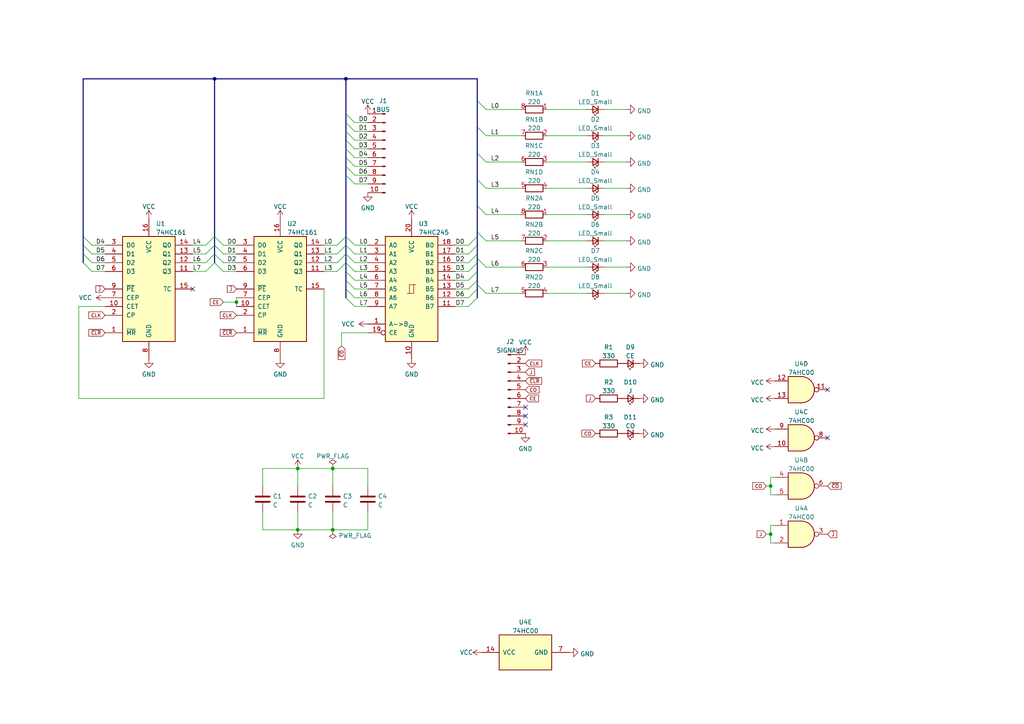
<source format=kicad_sch>
(kicad_sch
	(version 20231120)
	(generator "eeschema")
	(generator_version "8.0")
	(uuid "777ff4be-2502-41af-9a9e-8ac80729c111")
	(paper "A4")
	(lib_symbols
		(symbol "74xx:74HC00"
			(pin_names
				(offset 1.016)
			)
			(exclude_from_sim no)
			(in_bom yes)
			(on_board yes)
			(property "Reference" "U"
				(at 0 1.27 0)
				(effects
					(font
						(size 1.27 1.27)
					)
				)
			)
			(property "Value" "74HC00"
				(at 0 -1.27 0)
				(effects
					(font
						(size 1.27 1.27)
					)
				)
			)
			(property "Footprint" ""
				(at 0 0 0)
				(effects
					(font
						(size 1.27 1.27)
					)
					(hide yes)
				)
			)
			(property "Datasheet" "http://www.ti.com/lit/gpn/sn74hc00"
				(at 0 0 0)
				(effects
					(font
						(size 1.27 1.27)
					)
					(hide yes)
				)
			)
			(property "Description" "quad 2-input NAND gate"
				(at 0 0 0)
				(effects
					(font
						(size 1.27 1.27)
					)
					(hide yes)
				)
			)
			(property "ki_locked" ""
				(at 0 0 0)
				(effects
					(font
						(size 1.27 1.27)
					)
				)
			)
			(property "ki_keywords" "HCMOS nand 2-input"
				(at 0 0 0)
				(effects
					(font
						(size 1.27 1.27)
					)
					(hide yes)
				)
			)
			(property "ki_fp_filters" "DIP*W7.62mm* SO14*"
				(at 0 0 0)
				(effects
					(font
						(size 1.27 1.27)
					)
					(hide yes)
				)
			)
			(symbol "74HC00_1_1"
				(arc
					(start 0 -3.81)
					(mid 3.7934 0)
					(end 0 3.81)
					(stroke
						(width 0.254)
						(type default)
					)
					(fill
						(type background)
					)
				)
				(polyline
					(pts
						(xy 0 3.81) (xy -3.81 3.81) (xy -3.81 -3.81) (xy 0 -3.81)
					)
					(stroke
						(width 0.254)
						(type default)
					)
					(fill
						(type background)
					)
				)
				(pin input line
					(at -7.62 2.54 0)
					(length 3.81)
					(name "~"
						(effects
							(font
								(size 1.27 1.27)
							)
						)
					)
					(number "1"
						(effects
							(font
								(size 1.27 1.27)
							)
						)
					)
				)
				(pin input line
					(at -7.62 -2.54 0)
					(length 3.81)
					(name "~"
						(effects
							(font
								(size 1.27 1.27)
							)
						)
					)
					(number "2"
						(effects
							(font
								(size 1.27 1.27)
							)
						)
					)
				)
				(pin output inverted
					(at 7.62 0 180)
					(length 3.81)
					(name "~"
						(effects
							(font
								(size 1.27 1.27)
							)
						)
					)
					(number "3"
						(effects
							(font
								(size 1.27 1.27)
							)
						)
					)
				)
			)
			(symbol "74HC00_1_2"
				(arc
					(start -3.81 -3.81)
					(mid -2.589 0)
					(end -3.81 3.81)
					(stroke
						(width 0.254)
						(type default)
					)
					(fill
						(type none)
					)
				)
				(arc
					(start -0.6096 -3.81)
					(mid 2.1842 -2.5851)
					(end 3.81 0)
					(stroke
						(width 0.254)
						(type default)
					)
					(fill
						(type background)
					)
				)
				(polyline
					(pts
						(xy -3.81 -3.81) (xy -0.635 -3.81)
					)
					(stroke
						(width 0.254)
						(type default)
					)
					(fill
						(type background)
					)
				)
				(polyline
					(pts
						(xy -3.81 3.81) (xy -0.635 3.81)
					)
					(stroke
						(width 0.254)
						(type default)
					)
					(fill
						(type background)
					)
				)
				(polyline
					(pts
						(xy -0.635 3.81) (xy -3.81 3.81) (xy -3.81 3.81) (xy -3.556 3.4036) (xy -3.0226 2.2606) (xy -2.6924 1.0414)
						(xy -2.6162 -0.254) (xy -2.7686 -1.4986) (xy -3.175 -2.7178) (xy -3.81 -3.81) (xy -3.81 -3.81)
						(xy -0.635 -3.81)
					)
					(stroke
						(width -25.4)
						(type default)
					)
					(fill
						(type background)
					)
				)
				(arc
					(start 3.81 0)
					(mid 2.1915 2.5936)
					(end -0.6096 3.81)
					(stroke
						(width 0.254)
						(type default)
					)
					(fill
						(type background)
					)
				)
				(pin input inverted
					(at -7.62 2.54 0)
					(length 4.318)
					(name "~"
						(effects
							(font
								(size 1.27 1.27)
							)
						)
					)
					(number "1"
						(effects
							(font
								(size 1.27 1.27)
							)
						)
					)
				)
				(pin input inverted
					(at -7.62 -2.54 0)
					(length 4.318)
					(name "~"
						(effects
							(font
								(size 1.27 1.27)
							)
						)
					)
					(number "2"
						(effects
							(font
								(size 1.27 1.27)
							)
						)
					)
				)
				(pin output line
					(at 7.62 0 180)
					(length 3.81)
					(name "~"
						(effects
							(font
								(size 1.27 1.27)
							)
						)
					)
					(number "3"
						(effects
							(font
								(size 1.27 1.27)
							)
						)
					)
				)
			)
			(symbol "74HC00_2_1"
				(arc
					(start 0 -3.81)
					(mid 3.7934 0)
					(end 0 3.81)
					(stroke
						(width 0.254)
						(type default)
					)
					(fill
						(type background)
					)
				)
				(polyline
					(pts
						(xy 0 3.81) (xy -3.81 3.81) (xy -3.81 -3.81) (xy 0 -3.81)
					)
					(stroke
						(width 0.254)
						(type default)
					)
					(fill
						(type background)
					)
				)
				(pin input line
					(at -7.62 2.54 0)
					(length 3.81)
					(name "~"
						(effects
							(font
								(size 1.27 1.27)
							)
						)
					)
					(number "4"
						(effects
							(font
								(size 1.27 1.27)
							)
						)
					)
				)
				(pin input line
					(at -7.62 -2.54 0)
					(length 3.81)
					(name "~"
						(effects
							(font
								(size 1.27 1.27)
							)
						)
					)
					(number "5"
						(effects
							(font
								(size 1.27 1.27)
							)
						)
					)
				)
				(pin output inverted
					(at 7.62 0 180)
					(length 3.81)
					(name "~"
						(effects
							(font
								(size 1.27 1.27)
							)
						)
					)
					(number "6"
						(effects
							(font
								(size 1.27 1.27)
							)
						)
					)
				)
			)
			(symbol "74HC00_2_2"
				(arc
					(start -3.81 -3.81)
					(mid -2.589 0)
					(end -3.81 3.81)
					(stroke
						(width 0.254)
						(type default)
					)
					(fill
						(type none)
					)
				)
				(arc
					(start -0.6096 -3.81)
					(mid 2.1842 -2.5851)
					(end 3.81 0)
					(stroke
						(width 0.254)
						(type default)
					)
					(fill
						(type background)
					)
				)
				(polyline
					(pts
						(xy -3.81 -3.81) (xy -0.635 -3.81)
					)
					(stroke
						(width 0.254)
						(type default)
					)
					(fill
						(type background)
					)
				)
				(polyline
					(pts
						(xy -3.81 3.81) (xy -0.635 3.81)
					)
					(stroke
						(width 0.254)
						(type default)
					)
					(fill
						(type background)
					)
				)
				(polyline
					(pts
						(xy -0.635 3.81) (xy -3.81 3.81) (xy -3.81 3.81) (xy -3.556 3.4036) (xy -3.0226 2.2606) (xy -2.6924 1.0414)
						(xy -2.6162 -0.254) (xy -2.7686 -1.4986) (xy -3.175 -2.7178) (xy -3.81 -3.81) (xy -3.81 -3.81)
						(xy -0.635 -3.81)
					)
					(stroke
						(width -25.4)
						(type default)
					)
					(fill
						(type background)
					)
				)
				(arc
					(start 3.81 0)
					(mid 2.1915 2.5936)
					(end -0.6096 3.81)
					(stroke
						(width 0.254)
						(type default)
					)
					(fill
						(type background)
					)
				)
				(pin input inverted
					(at -7.62 2.54 0)
					(length 4.318)
					(name "~"
						(effects
							(font
								(size 1.27 1.27)
							)
						)
					)
					(number "4"
						(effects
							(font
								(size 1.27 1.27)
							)
						)
					)
				)
				(pin input inverted
					(at -7.62 -2.54 0)
					(length 4.318)
					(name "~"
						(effects
							(font
								(size 1.27 1.27)
							)
						)
					)
					(number "5"
						(effects
							(font
								(size 1.27 1.27)
							)
						)
					)
				)
				(pin output line
					(at 7.62 0 180)
					(length 3.81)
					(name "~"
						(effects
							(font
								(size 1.27 1.27)
							)
						)
					)
					(number "6"
						(effects
							(font
								(size 1.27 1.27)
							)
						)
					)
				)
			)
			(symbol "74HC00_3_1"
				(arc
					(start 0 -3.81)
					(mid 3.7934 0)
					(end 0 3.81)
					(stroke
						(width 0.254)
						(type default)
					)
					(fill
						(type background)
					)
				)
				(polyline
					(pts
						(xy 0 3.81) (xy -3.81 3.81) (xy -3.81 -3.81) (xy 0 -3.81)
					)
					(stroke
						(width 0.254)
						(type default)
					)
					(fill
						(type background)
					)
				)
				(pin input line
					(at -7.62 -2.54 0)
					(length 3.81)
					(name "~"
						(effects
							(font
								(size 1.27 1.27)
							)
						)
					)
					(number "10"
						(effects
							(font
								(size 1.27 1.27)
							)
						)
					)
				)
				(pin output inverted
					(at 7.62 0 180)
					(length 3.81)
					(name "~"
						(effects
							(font
								(size 1.27 1.27)
							)
						)
					)
					(number "8"
						(effects
							(font
								(size 1.27 1.27)
							)
						)
					)
				)
				(pin input line
					(at -7.62 2.54 0)
					(length 3.81)
					(name "~"
						(effects
							(font
								(size 1.27 1.27)
							)
						)
					)
					(number "9"
						(effects
							(font
								(size 1.27 1.27)
							)
						)
					)
				)
			)
			(symbol "74HC00_3_2"
				(arc
					(start -3.81 -3.81)
					(mid -2.589 0)
					(end -3.81 3.81)
					(stroke
						(width 0.254)
						(type default)
					)
					(fill
						(type none)
					)
				)
				(arc
					(start -0.6096 -3.81)
					(mid 2.1842 -2.5851)
					(end 3.81 0)
					(stroke
						(width 0.254)
						(type default)
					)
					(fill
						(type background)
					)
				)
				(polyline
					(pts
						(xy -3.81 -3.81) (xy -0.635 -3.81)
					)
					(stroke
						(width 0.254)
						(type default)
					)
					(fill
						(type background)
					)
				)
				(polyline
					(pts
						(xy -3.81 3.81) (xy -0.635 3.81)
					)
					(stroke
						(width 0.254)
						(type default)
					)
					(fill
						(type background)
					)
				)
				(polyline
					(pts
						(xy -0.635 3.81) (xy -3.81 3.81) (xy -3.81 3.81) (xy -3.556 3.4036) (xy -3.0226 2.2606) (xy -2.6924 1.0414)
						(xy -2.6162 -0.254) (xy -2.7686 -1.4986) (xy -3.175 -2.7178) (xy -3.81 -3.81) (xy -3.81 -3.81)
						(xy -0.635 -3.81)
					)
					(stroke
						(width -25.4)
						(type default)
					)
					(fill
						(type background)
					)
				)
				(arc
					(start 3.81 0)
					(mid 2.1915 2.5936)
					(end -0.6096 3.81)
					(stroke
						(width 0.254)
						(type default)
					)
					(fill
						(type background)
					)
				)
				(pin input inverted
					(at -7.62 -2.54 0)
					(length 4.318)
					(name "~"
						(effects
							(font
								(size 1.27 1.27)
							)
						)
					)
					(number "10"
						(effects
							(font
								(size 1.27 1.27)
							)
						)
					)
				)
				(pin output line
					(at 7.62 0 180)
					(length 3.81)
					(name "~"
						(effects
							(font
								(size 1.27 1.27)
							)
						)
					)
					(number "8"
						(effects
							(font
								(size 1.27 1.27)
							)
						)
					)
				)
				(pin input inverted
					(at -7.62 2.54 0)
					(length 4.318)
					(name "~"
						(effects
							(font
								(size 1.27 1.27)
							)
						)
					)
					(number "9"
						(effects
							(font
								(size 1.27 1.27)
							)
						)
					)
				)
			)
			(symbol "74HC00_4_1"
				(arc
					(start 0 -3.81)
					(mid 3.7934 0)
					(end 0 3.81)
					(stroke
						(width 0.254)
						(type default)
					)
					(fill
						(type background)
					)
				)
				(polyline
					(pts
						(xy 0 3.81) (xy -3.81 3.81) (xy -3.81 -3.81) (xy 0 -3.81)
					)
					(stroke
						(width 0.254)
						(type default)
					)
					(fill
						(type background)
					)
				)
				(pin output inverted
					(at 7.62 0 180)
					(length 3.81)
					(name "~"
						(effects
							(font
								(size 1.27 1.27)
							)
						)
					)
					(number "11"
						(effects
							(font
								(size 1.27 1.27)
							)
						)
					)
				)
				(pin input line
					(at -7.62 2.54 0)
					(length 3.81)
					(name "~"
						(effects
							(font
								(size 1.27 1.27)
							)
						)
					)
					(number "12"
						(effects
							(font
								(size 1.27 1.27)
							)
						)
					)
				)
				(pin input line
					(at -7.62 -2.54 0)
					(length 3.81)
					(name "~"
						(effects
							(font
								(size 1.27 1.27)
							)
						)
					)
					(number "13"
						(effects
							(font
								(size 1.27 1.27)
							)
						)
					)
				)
			)
			(symbol "74HC00_4_2"
				(arc
					(start -3.81 -3.81)
					(mid -2.589 0)
					(end -3.81 3.81)
					(stroke
						(width 0.254)
						(type default)
					)
					(fill
						(type none)
					)
				)
				(arc
					(start -0.6096 -3.81)
					(mid 2.1842 -2.5851)
					(end 3.81 0)
					(stroke
						(width 0.254)
						(type default)
					)
					(fill
						(type background)
					)
				)
				(polyline
					(pts
						(xy -3.81 -3.81) (xy -0.635 -3.81)
					)
					(stroke
						(width 0.254)
						(type default)
					)
					(fill
						(type background)
					)
				)
				(polyline
					(pts
						(xy -3.81 3.81) (xy -0.635 3.81)
					)
					(stroke
						(width 0.254)
						(type default)
					)
					(fill
						(type background)
					)
				)
				(polyline
					(pts
						(xy -0.635 3.81) (xy -3.81 3.81) (xy -3.81 3.81) (xy -3.556 3.4036) (xy -3.0226 2.2606) (xy -2.6924 1.0414)
						(xy -2.6162 -0.254) (xy -2.7686 -1.4986) (xy -3.175 -2.7178) (xy -3.81 -3.81) (xy -3.81 -3.81)
						(xy -0.635 -3.81)
					)
					(stroke
						(width -25.4)
						(type default)
					)
					(fill
						(type background)
					)
				)
				(arc
					(start 3.81 0)
					(mid 2.1915 2.5936)
					(end -0.6096 3.81)
					(stroke
						(width 0.254)
						(type default)
					)
					(fill
						(type background)
					)
				)
				(pin output line
					(at 7.62 0 180)
					(length 3.81)
					(name "~"
						(effects
							(font
								(size 1.27 1.27)
							)
						)
					)
					(number "11"
						(effects
							(font
								(size 1.27 1.27)
							)
						)
					)
				)
				(pin input inverted
					(at -7.62 2.54 0)
					(length 4.318)
					(name "~"
						(effects
							(font
								(size 1.27 1.27)
							)
						)
					)
					(number "12"
						(effects
							(font
								(size 1.27 1.27)
							)
						)
					)
				)
				(pin input inverted
					(at -7.62 -2.54 0)
					(length 4.318)
					(name "~"
						(effects
							(font
								(size 1.27 1.27)
							)
						)
					)
					(number "13"
						(effects
							(font
								(size 1.27 1.27)
							)
						)
					)
				)
			)
			(symbol "74HC00_5_0"
				(pin power_in line
					(at 0 12.7 270)
					(length 5.08)
					(name "VCC"
						(effects
							(font
								(size 1.27 1.27)
							)
						)
					)
					(number "14"
						(effects
							(font
								(size 1.27 1.27)
							)
						)
					)
				)
				(pin power_in line
					(at 0 -12.7 90)
					(length 5.08)
					(name "GND"
						(effects
							(font
								(size 1.27 1.27)
							)
						)
					)
					(number "7"
						(effects
							(font
								(size 1.27 1.27)
							)
						)
					)
				)
			)
			(symbol "74HC00_5_1"
				(rectangle
					(start -5.08 7.62)
					(end 5.08 -7.62)
					(stroke
						(width 0.254)
						(type default)
					)
					(fill
						(type background)
					)
				)
			)
		)
		(symbol "74xx:74HC245"
			(pin_names
				(offset 1.016)
			)
			(exclude_from_sim no)
			(in_bom yes)
			(on_board yes)
			(property "Reference" "U"
				(at -7.62 16.51 0)
				(effects
					(font
						(size 1.27 1.27)
					)
				)
			)
			(property "Value" "74HC245"
				(at -7.62 -16.51 0)
				(effects
					(font
						(size 1.27 1.27)
					)
				)
			)
			(property "Footprint" ""
				(at 0 0 0)
				(effects
					(font
						(size 1.27 1.27)
					)
					(hide yes)
				)
			)
			(property "Datasheet" "http://www.ti.com/lit/gpn/sn74HC245"
				(at 0 0 0)
				(effects
					(font
						(size 1.27 1.27)
					)
					(hide yes)
				)
			)
			(property "Description" "Octal BUS Transceivers, 3-State outputs"
				(at 0 0 0)
				(effects
					(font
						(size 1.27 1.27)
					)
					(hide yes)
				)
			)
			(property "ki_locked" ""
				(at 0 0 0)
				(effects
					(font
						(size 1.27 1.27)
					)
				)
			)
			(property "ki_keywords" "HCMOS BUS 3State"
				(at 0 0 0)
				(effects
					(font
						(size 1.27 1.27)
					)
					(hide yes)
				)
			)
			(property "ki_fp_filters" "DIP?20*"
				(at 0 0 0)
				(effects
					(font
						(size 1.27 1.27)
					)
					(hide yes)
				)
			)
			(symbol "74HC245_1_0"
				(polyline
					(pts
						(xy -0.635 -1.27) (xy -0.635 1.27) (xy 0.635 1.27)
					)
					(stroke
						(width 0)
						(type default)
					)
					(fill
						(type none)
					)
				)
				(polyline
					(pts
						(xy -1.27 -1.27) (xy 0.635 -1.27) (xy 0.635 1.27) (xy 1.27 1.27)
					)
					(stroke
						(width 0)
						(type default)
					)
					(fill
						(type none)
					)
				)
				(pin input line
					(at -12.7 -10.16 0)
					(length 5.08)
					(name "A->B"
						(effects
							(font
								(size 1.27 1.27)
							)
						)
					)
					(number "1"
						(effects
							(font
								(size 1.27 1.27)
							)
						)
					)
				)
				(pin power_in line
					(at 0 -20.32 90)
					(length 5.08)
					(name "GND"
						(effects
							(font
								(size 1.27 1.27)
							)
						)
					)
					(number "10"
						(effects
							(font
								(size 1.27 1.27)
							)
						)
					)
				)
				(pin tri_state line
					(at 12.7 -5.08 180)
					(length 5.08)
					(name "B7"
						(effects
							(font
								(size 1.27 1.27)
							)
						)
					)
					(number "11"
						(effects
							(font
								(size 1.27 1.27)
							)
						)
					)
				)
				(pin tri_state line
					(at 12.7 -2.54 180)
					(length 5.08)
					(name "B6"
						(effects
							(font
								(size 1.27 1.27)
							)
						)
					)
					(number "12"
						(effects
							(font
								(size 1.27 1.27)
							)
						)
					)
				)
				(pin tri_state line
					(at 12.7 0 180)
					(length 5.08)
					(name "B5"
						(effects
							(font
								(size 1.27 1.27)
							)
						)
					)
					(number "13"
						(effects
							(font
								(size 1.27 1.27)
							)
						)
					)
				)
				(pin tri_state line
					(at 12.7 2.54 180)
					(length 5.08)
					(name "B4"
						(effects
							(font
								(size 1.27 1.27)
							)
						)
					)
					(number "14"
						(effects
							(font
								(size 1.27 1.27)
							)
						)
					)
				)
				(pin tri_state line
					(at 12.7 5.08 180)
					(length 5.08)
					(name "B3"
						(effects
							(font
								(size 1.27 1.27)
							)
						)
					)
					(number "15"
						(effects
							(font
								(size 1.27 1.27)
							)
						)
					)
				)
				(pin tri_state line
					(at 12.7 7.62 180)
					(length 5.08)
					(name "B2"
						(effects
							(font
								(size 1.27 1.27)
							)
						)
					)
					(number "16"
						(effects
							(font
								(size 1.27 1.27)
							)
						)
					)
				)
				(pin tri_state line
					(at 12.7 10.16 180)
					(length 5.08)
					(name "B1"
						(effects
							(font
								(size 1.27 1.27)
							)
						)
					)
					(number "17"
						(effects
							(font
								(size 1.27 1.27)
							)
						)
					)
				)
				(pin tri_state line
					(at 12.7 12.7 180)
					(length 5.08)
					(name "B0"
						(effects
							(font
								(size 1.27 1.27)
							)
						)
					)
					(number "18"
						(effects
							(font
								(size 1.27 1.27)
							)
						)
					)
				)
				(pin input inverted
					(at -12.7 -12.7 0)
					(length 5.08)
					(name "CE"
						(effects
							(font
								(size 1.27 1.27)
							)
						)
					)
					(number "19"
						(effects
							(font
								(size 1.27 1.27)
							)
						)
					)
				)
				(pin tri_state line
					(at -12.7 12.7 0)
					(length 5.08)
					(name "A0"
						(effects
							(font
								(size 1.27 1.27)
							)
						)
					)
					(number "2"
						(effects
							(font
								(size 1.27 1.27)
							)
						)
					)
				)
				(pin power_in line
					(at 0 20.32 270)
					(length 5.08)
					(name "VCC"
						(effects
							(font
								(size 1.27 1.27)
							)
						)
					)
					(number "20"
						(effects
							(font
								(size 1.27 1.27)
							)
						)
					)
				)
				(pin tri_state line
					(at -12.7 10.16 0)
					(length 5.08)
					(name "A1"
						(effects
							(font
								(size 1.27 1.27)
							)
						)
					)
					(number "3"
						(effects
							(font
								(size 1.27 1.27)
							)
						)
					)
				)
				(pin tri_state line
					(at -12.7 7.62 0)
					(length 5.08)
					(name "A2"
						(effects
							(font
								(size 1.27 1.27)
							)
						)
					)
					(number "4"
						(effects
							(font
								(size 1.27 1.27)
							)
						)
					)
				)
				(pin tri_state line
					(at -12.7 5.08 0)
					(length 5.08)
					(name "A3"
						(effects
							(font
								(size 1.27 1.27)
							)
						)
					)
					(number "5"
						(effects
							(font
								(size 1.27 1.27)
							)
						)
					)
				)
				(pin tri_state line
					(at -12.7 2.54 0)
					(length 5.08)
					(name "A4"
						(effects
							(font
								(size 1.27 1.27)
							)
						)
					)
					(number "6"
						(effects
							(font
								(size 1.27 1.27)
							)
						)
					)
				)
				(pin tri_state line
					(at -12.7 0 0)
					(length 5.08)
					(name "A5"
						(effects
							(font
								(size 1.27 1.27)
							)
						)
					)
					(number "7"
						(effects
							(font
								(size 1.27 1.27)
							)
						)
					)
				)
				(pin tri_state line
					(at -12.7 -2.54 0)
					(length 5.08)
					(name "A6"
						(effects
							(font
								(size 1.27 1.27)
							)
						)
					)
					(number "8"
						(effects
							(font
								(size 1.27 1.27)
							)
						)
					)
				)
				(pin tri_state line
					(at -12.7 -5.08 0)
					(length 5.08)
					(name "A7"
						(effects
							(font
								(size 1.27 1.27)
							)
						)
					)
					(number "9"
						(effects
							(font
								(size 1.27 1.27)
							)
						)
					)
				)
			)
			(symbol "74HC245_1_1"
				(rectangle
					(start -7.62 15.24)
					(end 7.62 -15.24)
					(stroke
						(width 0.254)
						(type default)
					)
					(fill
						(type background)
					)
				)
			)
		)
		(symbol "74xx:74LS161"
			(pin_names
				(offset 1.016)
			)
			(exclude_from_sim no)
			(in_bom yes)
			(on_board yes)
			(property "Reference" "U"
				(at -7.62 16.51 0)
				(effects
					(font
						(size 1.27 1.27)
					)
				)
			)
			(property "Value" "74LS161"
				(at -7.62 -16.51 0)
				(effects
					(font
						(size 1.27 1.27)
					)
				)
			)
			(property "Footprint" ""
				(at 0 0 0)
				(effects
					(font
						(size 1.27 1.27)
					)
					(hide yes)
				)
			)
			(property "Datasheet" "http://www.ti.com/lit/gpn/sn74LS161"
				(at 0 0 0)
				(effects
					(font
						(size 1.27 1.27)
					)
					(hide yes)
				)
			)
			(property "Description" "Synchronous 4-bit programmable binary Counter"
				(at 0 0 0)
				(effects
					(font
						(size 1.27 1.27)
					)
					(hide yes)
				)
			)
			(property "ki_locked" ""
				(at 0 0 0)
				(effects
					(font
						(size 1.27 1.27)
					)
				)
			)
			(property "ki_keywords" "TTL CNT CNT4"
				(at 0 0 0)
				(effects
					(font
						(size 1.27 1.27)
					)
					(hide yes)
				)
			)
			(property "ki_fp_filters" "DIP?16*"
				(at 0 0 0)
				(effects
					(font
						(size 1.27 1.27)
					)
					(hide yes)
				)
			)
			(symbol "74LS161_1_0"
				(pin input line
					(at -12.7 -12.7 0)
					(length 5.08)
					(name "~{MR}"
						(effects
							(font
								(size 1.27 1.27)
							)
						)
					)
					(number "1"
						(effects
							(font
								(size 1.27 1.27)
							)
						)
					)
				)
				(pin input line
					(at -12.7 -5.08 0)
					(length 5.08)
					(name "CET"
						(effects
							(font
								(size 1.27 1.27)
							)
						)
					)
					(number "10"
						(effects
							(font
								(size 1.27 1.27)
							)
						)
					)
				)
				(pin output line
					(at 12.7 5.08 180)
					(length 5.08)
					(name "Q3"
						(effects
							(font
								(size 1.27 1.27)
							)
						)
					)
					(number "11"
						(effects
							(font
								(size 1.27 1.27)
							)
						)
					)
				)
				(pin output line
					(at 12.7 7.62 180)
					(length 5.08)
					(name "Q2"
						(effects
							(font
								(size 1.27 1.27)
							)
						)
					)
					(number "12"
						(effects
							(font
								(size 1.27 1.27)
							)
						)
					)
				)
				(pin output line
					(at 12.7 10.16 180)
					(length 5.08)
					(name "Q1"
						(effects
							(font
								(size 1.27 1.27)
							)
						)
					)
					(number "13"
						(effects
							(font
								(size 1.27 1.27)
							)
						)
					)
				)
				(pin output line
					(at 12.7 12.7 180)
					(length 5.08)
					(name "Q0"
						(effects
							(font
								(size 1.27 1.27)
							)
						)
					)
					(number "14"
						(effects
							(font
								(size 1.27 1.27)
							)
						)
					)
				)
				(pin output line
					(at 12.7 0 180)
					(length 5.08)
					(name "TC"
						(effects
							(font
								(size 1.27 1.27)
							)
						)
					)
					(number "15"
						(effects
							(font
								(size 1.27 1.27)
							)
						)
					)
				)
				(pin power_in line
					(at 0 20.32 270)
					(length 5.08)
					(name "VCC"
						(effects
							(font
								(size 1.27 1.27)
							)
						)
					)
					(number "16"
						(effects
							(font
								(size 1.27 1.27)
							)
						)
					)
				)
				(pin input line
					(at -12.7 -7.62 0)
					(length 5.08)
					(name "CP"
						(effects
							(font
								(size 1.27 1.27)
							)
						)
					)
					(number "2"
						(effects
							(font
								(size 1.27 1.27)
							)
						)
					)
				)
				(pin input line
					(at -12.7 12.7 0)
					(length 5.08)
					(name "D0"
						(effects
							(font
								(size 1.27 1.27)
							)
						)
					)
					(number "3"
						(effects
							(font
								(size 1.27 1.27)
							)
						)
					)
				)
				(pin input line
					(at -12.7 10.16 0)
					(length 5.08)
					(name "D1"
						(effects
							(font
								(size 1.27 1.27)
							)
						)
					)
					(number "4"
						(effects
							(font
								(size 1.27 1.27)
							)
						)
					)
				)
				(pin input line
					(at -12.7 7.62 0)
					(length 5.08)
					(name "D2"
						(effects
							(font
								(size 1.27 1.27)
							)
						)
					)
					(number "5"
						(effects
							(font
								(size 1.27 1.27)
							)
						)
					)
				)
				(pin input line
					(at -12.7 5.08 0)
					(length 5.08)
					(name "D3"
						(effects
							(font
								(size 1.27 1.27)
							)
						)
					)
					(number "6"
						(effects
							(font
								(size 1.27 1.27)
							)
						)
					)
				)
				(pin input line
					(at -12.7 -2.54 0)
					(length 5.08)
					(name "CEP"
						(effects
							(font
								(size 1.27 1.27)
							)
						)
					)
					(number "7"
						(effects
							(font
								(size 1.27 1.27)
							)
						)
					)
				)
				(pin power_in line
					(at 0 -20.32 90)
					(length 5.08)
					(name "GND"
						(effects
							(font
								(size 1.27 1.27)
							)
						)
					)
					(number "8"
						(effects
							(font
								(size 1.27 1.27)
							)
						)
					)
				)
				(pin input line
					(at -12.7 0 0)
					(length 5.08)
					(name "~{PE}"
						(effects
							(font
								(size 1.27 1.27)
							)
						)
					)
					(number "9"
						(effects
							(font
								(size 1.27 1.27)
							)
						)
					)
				)
			)
			(symbol "74LS161_1_1"
				(rectangle
					(start -7.62 15.24)
					(end 7.62 -15.24)
					(stroke
						(width 0.254)
						(type default)
					)
					(fill
						(type background)
					)
				)
			)
		)
		(symbol "Connector:Conn_01x10_Male"
			(pin_names
				(offset 1.016) hide)
			(exclude_from_sim no)
			(in_bom yes)
			(on_board yes)
			(property "Reference" "J"
				(at 0 12.7 0)
				(effects
					(font
						(size 1.27 1.27)
					)
				)
			)
			(property "Value" "Conn_01x10_Male"
				(at 0 -15.24 0)
				(effects
					(font
						(size 1.27 1.27)
					)
				)
			)
			(property "Footprint" ""
				(at 0 0 0)
				(effects
					(font
						(size 1.27 1.27)
					)
					(hide yes)
				)
			)
			(property "Datasheet" "~"
				(at 0 0 0)
				(effects
					(font
						(size 1.27 1.27)
					)
					(hide yes)
				)
			)
			(property "Description" "Generic connector, single row, 01x10, script generated (kicad-library-utils/schlib/autogen/connector/)"
				(at 0 0 0)
				(effects
					(font
						(size 1.27 1.27)
					)
					(hide yes)
				)
			)
			(property "ki_keywords" "connector"
				(at 0 0 0)
				(effects
					(font
						(size 1.27 1.27)
					)
					(hide yes)
				)
			)
			(property "ki_fp_filters" "Connector*:*_1x??_*"
				(at 0 0 0)
				(effects
					(font
						(size 1.27 1.27)
					)
					(hide yes)
				)
			)
			(symbol "Conn_01x10_Male_1_1"
				(polyline
					(pts
						(xy 1.27 -12.7) (xy 0.8636 -12.7)
					)
					(stroke
						(width 0.1524)
						(type default)
					)
					(fill
						(type none)
					)
				)
				(polyline
					(pts
						(xy 1.27 -10.16) (xy 0.8636 -10.16)
					)
					(stroke
						(width 0.1524)
						(type default)
					)
					(fill
						(type none)
					)
				)
				(polyline
					(pts
						(xy 1.27 -7.62) (xy 0.8636 -7.62)
					)
					(stroke
						(width 0.1524)
						(type default)
					)
					(fill
						(type none)
					)
				)
				(polyline
					(pts
						(xy 1.27 -5.08) (xy 0.8636 -5.08)
					)
					(stroke
						(width 0.1524)
						(type default)
					)
					(fill
						(type none)
					)
				)
				(polyline
					(pts
						(xy 1.27 -2.54) (xy 0.8636 -2.54)
					)
					(stroke
						(width 0.1524)
						(type default)
					)
					(fill
						(type none)
					)
				)
				(polyline
					(pts
						(xy 1.27 0) (xy 0.8636 0)
					)
					(stroke
						(width 0.1524)
						(type default)
					)
					(fill
						(type none)
					)
				)
				(polyline
					(pts
						(xy 1.27 2.54) (xy 0.8636 2.54)
					)
					(stroke
						(width 0.1524)
						(type default)
					)
					(fill
						(type none)
					)
				)
				(polyline
					(pts
						(xy 1.27 5.08) (xy 0.8636 5.08)
					)
					(stroke
						(width 0.1524)
						(type default)
					)
					(fill
						(type none)
					)
				)
				(polyline
					(pts
						(xy 1.27 7.62) (xy 0.8636 7.62)
					)
					(stroke
						(width 0.1524)
						(type default)
					)
					(fill
						(type none)
					)
				)
				(polyline
					(pts
						(xy 1.27 10.16) (xy 0.8636 10.16)
					)
					(stroke
						(width 0.1524)
						(type default)
					)
					(fill
						(type none)
					)
				)
				(rectangle
					(start 0.8636 -12.573)
					(end 0 -12.827)
					(stroke
						(width 0.1524)
						(type default)
					)
					(fill
						(type outline)
					)
				)
				(rectangle
					(start 0.8636 -10.033)
					(end 0 -10.287)
					(stroke
						(width 0.1524)
						(type default)
					)
					(fill
						(type outline)
					)
				)
				(rectangle
					(start 0.8636 -7.493)
					(end 0 -7.747)
					(stroke
						(width 0.1524)
						(type default)
					)
					(fill
						(type outline)
					)
				)
				(rectangle
					(start 0.8636 -4.953)
					(end 0 -5.207)
					(stroke
						(width 0.1524)
						(type default)
					)
					(fill
						(type outline)
					)
				)
				(rectangle
					(start 0.8636 -2.413)
					(end 0 -2.667)
					(stroke
						(width 0.1524)
						(type default)
					)
					(fill
						(type outline)
					)
				)
				(rectangle
					(start 0.8636 0.127)
					(end 0 -0.127)
					(stroke
						(width 0.1524)
						(type default)
					)
					(fill
						(type outline)
					)
				)
				(rectangle
					(start 0.8636 2.667)
					(end 0 2.413)
					(stroke
						(width 0.1524)
						(type default)
					)
					(fill
						(type outline)
					)
				)
				(rectangle
					(start 0.8636 5.207)
					(end 0 4.953)
					(stroke
						(width 0.1524)
						(type default)
					)
					(fill
						(type outline)
					)
				)
				(rectangle
					(start 0.8636 7.747)
					(end 0 7.493)
					(stroke
						(width 0.1524)
						(type default)
					)
					(fill
						(type outline)
					)
				)
				(rectangle
					(start 0.8636 10.287)
					(end 0 10.033)
					(stroke
						(width 0.1524)
						(type default)
					)
					(fill
						(type outline)
					)
				)
				(pin passive line
					(at 5.08 10.16 180)
					(length 3.81)
					(name "Pin_1"
						(effects
							(font
								(size 1.27 1.27)
							)
						)
					)
					(number "1"
						(effects
							(font
								(size 1.27 1.27)
							)
						)
					)
				)
				(pin passive line
					(at 5.08 -12.7 180)
					(length 3.81)
					(name "Pin_10"
						(effects
							(font
								(size 1.27 1.27)
							)
						)
					)
					(number "10"
						(effects
							(font
								(size 1.27 1.27)
							)
						)
					)
				)
				(pin passive line
					(at 5.08 7.62 180)
					(length 3.81)
					(name "Pin_2"
						(effects
							(font
								(size 1.27 1.27)
							)
						)
					)
					(number "2"
						(effects
							(font
								(size 1.27 1.27)
							)
						)
					)
				)
				(pin passive line
					(at 5.08 5.08 180)
					(length 3.81)
					(name "Pin_3"
						(effects
							(font
								(size 1.27 1.27)
							)
						)
					)
					(number "3"
						(effects
							(font
								(size 1.27 1.27)
							)
						)
					)
				)
				(pin passive line
					(at 5.08 2.54 180)
					(length 3.81)
					(name "Pin_4"
						(effects
							(font
								(size 1.27 1.27)
							)
						)
					)
					(number "4"
						(effects
							(font
								(size 1.27 1.27)
							)
						)
					)
				)
				(pin passive line
					(at 5.08 0 180)
					(length 3.81)
					(name "Pin_5"
						(effects
							(font
								(size 1.27 1.27)
							)
						)
					)
					(number "5"
						(effects
							(font
								(size 1.27 1.27)
							)
						)
					)
				)
				(pin passive line
					(at 5.08 -2.54 180)
					(length 3.81)
					(name "Pin_6"
						(effects
							(font
								(size 1.27 1.27)
							)
						)
					)
					(number "6"
						(effects
							(font
								(size 1.27 1.27)
							)
						)
					)
				)
				(pin passive line
					(at 5.08 -5.08 180)
					(length 3.81)
					(name "Pin_7"
						(effects
							(font
								(size 1.27 1.27)
							)
						)
					)
					(number "7"
						(effects
							(font
								(size 1.27 1.27)
							)
						)
					)
				)
				(pin passive line
					(at 5.08 -7.62 180)
					(length 3.81)
					(name "Pin_8"
						(effects
							(font
								(size 1.27 1.27)
							)
						)
					)
					(number "8"
						(effects
							(font
								(size 1.27 1.27)
							)
						)
					)
				)
				(pin passive line
					(at 5.08 -10.16 180)
					(length 3.81)
					(name "Pin_9"
						(effects
							(font
								(size 1.27 1.27)
							)
						)
					)
					(number "9"
						(effects
							(font
								(size 1.27 1.27)
							)
						)
					)
				)
			)
		)
		(symbol "Device:C"
			(pin_numbers hide)
			(pin_names
				(offset 0.254)
			)
			(exclude_from_sim no)
			(in_bom yes)
			(on_board yes)
			(property "Reference" "C"
				(at 0.635 2.54 0)
				(effects
					(font
						(size 1.27 1.27)
					)
					(justify left)
				)
			)
			(property "Value" "C"
				(at 0.635 -2.54 0)
				(effects
					(font
						(size 1.27 1.27)
					)
					(justify left)
				)
			)
			(property "Footprint" ""
				(at 0.9652 -3.81 0)
				(effects
					(font
						(size 1.27 1.27)
					)
					(hide yes)
				)
			)
			(property "Datasheet" "~"
				(at 0 0 0)
				(effects
					(font
						(size 1.27 1.27)
					)
					(hide yes)
				)
			)
			(property "Description" "Unpolarized capacitor"
				(at 0 0 0)
				(effects
					(font
						(size 1.27 1.27)
					)
					(hide yes)
				)
			)
			(property "ki_keywords" "cap capacitor"
				(at 0 0 0)
				(effects
					(font
						(size 1.27 1.27)
					)
					(hide yes)
				)
			)
			(property "ki_fp_filters" "C_*"
				(at 0 0 0)
				(effects
					(font
						(size 1.27 1.27)
					)
					(hide yes)
				)
			)
			(symbol "C_0_1"
				(polyline
					(pts
						(xy -2.032 -0.762) (xy 2.032 -0.762)
					)
					(stroke
						(width 0.508)
						(type default)
					)
					(fill
						(type none)
					)
				)
				(polyline
					(pts
						(xy -2.032 0.762) (xy 2.032 0.762)
					)
					(stroke
						(width 0.508)
						(type default)
					)
					(fill
						(type none)
					)
				)
			)
			(symbol "C_1_1"
				(pin passive line
					(at 0 3.81 270)
					(length 2.794)
					(name "~"
						(effects
							(font
								(size 1.27 1.27)
							)
						)
					)
					(number "1"
						(effects
							(font
								(size 1.27 1.27)
							)
						)
					)
				)
				(pin passive line
					(at 0 -3.81 90)
					(length 2.794)
					(name "~"
						(effects
							(font
								(size 1.27 1.27)
							)
						)
					)
					(number "2"
						(effects
							(font
								(size 1.27 1.27)
							)
						)
					)
				)
			)
		)
		(symbol "Device:LED_Small"
			(pin_numbers hide)
			(pin_names
				(offset 0.254) hide)
			(exclude_from_sim no)
			(in_bom yes)
			(on_board yes)
			(property "Reference" "D"
				(at -1.27 3.175 0)
				(effects
					(font
						(size 1.27 1.27)
					)
					(justify left)
				)
			)
			(property "Value" "LED_Small"
				(at -4.445 -2.54 0)
				(effects
					(font
						(size 1.27 1.27)
					)
					(justify left)
				)
			)
			(property "Footprint" ""
				(at 0 0 90)
				(effects
					(font
						(size 1.27 1.27)
					)
					(hide yes)
				)
			)
			(property "Datasheet" "~"
				(at 0 0 90)
				(effects
					(font
						(size 1.27 1.27)
					)
					(hide yes)
				)
			)
			(property "Description" "Light emitting diode, small symbol"
				(at 0 0 0)
				(effects
					(font
						(size 1.27 1.27)
					)
					(hide yes)
				)
			)
			(property "ki_keywords" "LED diode light-emitting-diode"
				(at 0 0 0)
				(effects
					(font
						(size 1.27 1.27)
					)
					(hide yes)
				)
			)
			(property "ki_fp_filters" "LED* LED_SMD:* LED_THT:*"
				(at 0 0 0)
				(effects
					(font
						(size 1.27 1.27)
					)
					(hide yes)
				)
			)
			(symbol "LED_Small_0_1"
				(polyline
					(pts
						(xy -0.762 -1.016) (xy -0.762 1.016)
					)
					(stroke
						(width 0.254)
						(type default)
					)
					(fill
						(type none)
					)
				)
				(polyline
					(pts
						(xy 1.016 0) (xy -0.762 0)
					)
					(stroke
						(width 0)
						(type default)
					)
					(fill
						(type none)
					)
				)
				(polyline
					(pts
						(xy 0.762 -1.016) (xy -0.762 0) (xy 0.762 1.016) (xy 0.762 -1.016)
					)
					(stroke
						(width 0.254)
						(type default)
					)
					(fill
						(type none)
					)
				)
				(polyline
					(pts
						(xy 0 0.762) (xy -0.508 1.27) (xy -0.254 1.27) (xy -0.508 1.27) (xy -0.508 1.016)
					)
					(stroke
						(width 0)
						(type default)
					)
					(fill
						(type none)
					)
				)
				(polyline
					(pts
						(xy 0.508 1.27) (xy 0 1.778) (xy 0.254 1.778) (xy 0 1.778) (xy 0 1.524)
					)
					(stroke
						(width 0)
						(type default)
					)
					(fill
						(type none)
					)
				)
			)
			(symbol "LED_Small_1_1"
				(pin passive line
					(at -2.54 0 0)
					(length 1.778)
					(name "K"
						(effects
							(font
								(size 1.27 1.27)
							)
						)
					)
					(number "1"
						(effects
							(font
								(size 1.27 1.27)
							)
						)
					)
				)
				(pin passive line
					(at 2.54 0 180)
					(length 1.778)
					(name "A"
						(effects
							(font
								(size 1.27 1.27)
							)
						)
					)
					(number "2"
						(effects
							(font
								(size 1.27 1.27)
							)
						)
					)
				)
			)
		)
		(symbol "Device:R"
			(pin_numbers hide)
			(pin_names
				(offset 0)
			)
			(exclude_from_sim no)
			(in_bom yes)
			(on_board yes)
			(property "Reference" "R"
				(at 2.032 0 90)
				(effects
					(font
						(size 1.27 1.27)
					)
				)
			)
			(property "Value" "R"
				(at 0 0 90)
				(effects
					(font
						(size 1.27 1.27)
					)
				)
			)
			(property "Footprint" ""
				(at -1.778 0 90)
				(effects
					(font
						(size 1.27 1.27)
					)
					(hide yes)
				)
			)
			(property "Datasheet" "~"
				(at 0 0 0)
				(effects
					(font
						(size 1.27 1.27)
					)
					(hide yes)
				)
			)
			(property "Description" "Resistor"
				(at 0 0 0)
				(effects
					(font
						(size 1.27 1.27)
					)
					(hide yes)
				)
			)
			(property "ki_keywords" "R res resistor"
				(at 0 0 0)
				(effects
					(font
						(size 1.27 1.27)
					)
					(hide yes)
				)
			)
			(property "ki_fp_filters" "R_*"
				(at 0 0 0)
				(effects
					(font
						(size 1.27 1.27)
					)
					(hide yes)
				)
			)
			(symbol "R_0_1"
				(rectangle
					(start -1.016 -2.54)
					(end 1.016 2.54)
					(stroke
						(width 0.254)
						(type default)
					)
					(fill
						(type none)
					)
				)
			)
			(symbol "R_1_1"
				(pin passive line
					(at 0 3.81 270)
					(length 1.27)
					(name "~"
						(effects
							(font
								(size 1.27 1.27)
							)
						)
					)
					(number "1"
						(effects
							(font
								(size 1.27 1.27)
							)
						)
					)
				)
				(pin passive line
					(at 0 -3.81 90)
					(length 1.27)
					(name "~"
						(effects
							(font
								(size 1.27 1.27)
							)
						)
					)
					(number "2"
						(effects
							(font
								(size 1.27 1.27)
							)
						)
					)
				)
			)
		)
		(symbol "Device:R_Pack04_Split"
			(pin_names
				(offset 0) hide)
			(exclude_from_sim no)
			(in_bom yes)
			(on_board yes)
			(property "Reference" "RN"
				(at 2.032 0 90)
				(effects
					(font
						(size 1.27 1.27)
					)
				)
			)
			(property "Value" "R_Pack04_Split"
				(at 0 0 90)
				(effects
					(font
						(size 1.27 1.27)
					)
				)
			)
			(property "Footprint" ""
				(at -2.032 0 90)
				(effects
					(font
						(size 1.27 1.27)
					)
					(hide yes)
				)
			)
			(property "Datasheet" "~"
				(at 0 0 0)
				(effects
					(font
						(size 1.27 1.27)
					)
					(hide yes)
				)
			)
			(property "Description" "4 resistor network, parallel topology, split"
				(at 0 0 0)
				(effects
					(font
						(size 1.27 1.27)
					)
					(hide yes)
				)
			)
			(property "ki_keywords" "R network parallel topology isolated"
				(at 0 0 0)
				(effects
					(font
						(size 1.27 1.27)
					)
					(hide yes)
				)
			)
			(property "ki_fp_filters" "DIP* SOIC* R*Array*Concave* R*Array*Convex*"
				(at 0 0 0)
				(effects
					(font
						(size 1.27 1.27)
					)
					(hide yes)
				)
			)
			(symbol "R_Pack04_Split_0_1"
				(rectangle
					(start 1.016 2.54)
					(end -1.016 -2.54)
					(stroke
						(width 0.254)
						(type default)
					)
					(fill
						(type none)
					)
				)
			)
			(symbol "R_Pack04_Split_1_1"
				(pin passive line
					(at 0 -3.81 90)
					(length 1.27)
					(name "R1.1"
						(effects
							(font
								(size 1.27 1.27)
							)
						)
					)
					(number "1"
						(effects
							(font
								(size 1.27 1.27)
							)
						)
					)
				)
				(pin passive line
					(at 0 3.81 270)
					(length 1.27)
					(name "R1.2"
						(effects
							(font
								(size 1.27 1.27)
							)
						)
					)
					(number "8"
						(effects
							(font
								(size 1.27 1.27)
							)
						)
					)
				)
			)
			(symbol "R_Pack04_Split_2_1"
				(pin passive line
					(at 0 -3.81 90)
					(length 1.27)
					(name "R2.1"
						(effects
							(font
								(size 1.27 1.27)
							)
						)
					)
					(number "2"
						(effects
							(font
								(size 1.27 1.27)
							)
						)
					)
				)
				(pin passive line
					(at 0 3.81 270)
					(length 1.27)
					(name "R2.2"
						(effects
							(font
								(size 1.27 1.27)
							)
						)
					)
					(number "7"
						(effects
							(font
								(size 1.27 1.27)
							)
						)
					)
				)
			)
			(symbol "R_Pack04_Split_3_1"
				(pin passive line
					(at 0 -3.81 90)
					(length 1.27)
					(name "R3.1"
						(effects
							(font
								(size 1.27 1.27)
							)
						)
					)
					(number "3"
						(effects
							(font
								(size 1.27 1.27)
							)
						)
					)
				)
				(pin passive line
					(at 0 3.81 270)
					(length 1.27)
					(name "R3.2"
						(effects
							(font
								(size 1.27 1.27)
							)
						)
					)
					(number "6"
						(effects
							(font
								(size 1.27 1.27)
							)
						)
					)
				)
			)
			(symbol "R_Pack04_Split_4_1"
				(pin passive line
					(at 0 -3.81 90)
					(length 1.27)
					(name "R4.1"
						(effects
							(font
								(size 1.27 1.27)
							)
						)
					)
					(number "4"
						(effects
							(font
								(size 1.27 1.27)
							)
						)
					)
				)
				(pin passive line
					(at 0 3.81 270)
					(length 1.27)
					(name "R4.2"
						(effects
							(font
								(size 1.27 1.27)
							)
						)
					)
					(number "5"
						(effects
							(font
								(size 1.27 1.27)
							)
						)
					)
				)
			)
		)
		(symbol "power:GND"
			(power)
			(pin_names
				(offset 0)
			)
			(exclude_from_sim no)
			(in_bom yes)
			(on_board yes)
			(property "Reference" "#PWR"
				(at 0 -6.35 0)
				(effects
					(font
						(size 1.27 1.27)
					)
					(hide yes)
				)
			)
			(property "Value" "GND"
				(at 0 -3.81 0)
				(effects
					(font
						(size 1.27 1.27)
					)
				)
			)
			(property "Footprint" ""
				(at 0 0 0)
				(effects
					(font
						(size 1.27 1.27)
					)
					(hide yes)
				)
			)
			(property "Datasheet" ""
				(at 0 0 0)
				(effects
					(font
						(size 1.27 1.27)
					)
					(hide yes)
				)
			)
			(property "Description" "Power symbol creates a global label with name \"GND\" , ground"
				(at 0 0 0)
				(effects
					(font
						(size 1.27 1.27)
					)
					(hide yes)
				)
			)
			(property "ki_keywords" "power-flag"
				(at 0 0 0)
				(effects
					(font
						(size 1.27 1.27)
					)
					(hide yes)
				)
			)
			(symbol "GND_0_1"
				(polyline
					(pts
						(xy 0 0) (xy 0 -1.27) (xy 1.27 -1.27) (xy 0 -2.54) (xy -1.27 -1.27) (xy 0 -1.27)
					)
					(stroke
						(width 0)
						(type default)
					)
					(fill
						(type none)
					)
				)
			)
			(symbol "GND_1_1"
				(pin power_in line
					(at 0 0 270)
					(length 0) hide
					(name "GND"
						(effects
							(font
								(size 1.27 1.27)
							)
						)
					)
					(number "1"
						(effects
							(font
								(size 1.27 1.27)
							)
						)
					)
				)
			)
		)
		(symbol "power:PWR_FLAG"
			(power)
			(pin_numbers hide)
			(pin_names
				(offset 0) hide)
			(exclude_from_sim no)
			(in_bom yes)
			(on_board yes)
			(property "Reference" "#FLG"
				(at 0 1.905 0)
				(effects
					(font
						(size 1.27 1.27)
					)
					(hide yes)
				)
			)
			(property "Value" "PWR_FLAG"
				(at 0 3.81 0)
				(effects
					(font
						(size 1.27 1.27)
					)
				)
			)
			(property "Footprint" ""
				(at 0 0 0)
				(effects
					(font
						(size 1.27 1.27)
					)
					(hide yes)
				)
			)
			(property "Datasheet" "~"
				(at 0 0 0)
				(effects
					(font
						(size 1.27 1.27)
					)
					(hide yes)
				)
			)
			(property "Description" "Special symbol for telling ERC where power comes from"
				(at 0 0 0)
				(effects
					(font
						(size 1.27 1.27)
					)
					(hide yes)
				)
			)
			(property "ki_keywords" "power-flag"
				(at 0 0 0)
				(effects
					(font
						(size 1.27 1.27)
					)
					(hide yes)
				)
			)
			(symbol "PWR_FLAG_0_0"
				(pin power_out line
					(at 0 0 90)
					(length 0)
					(name "pwr"
						(effects
							(font
								(size 1.27 1.27)
							)
						)
					)
					(number "1"
						(effects
							(font
								(size 1.27 1.27)
							)
						)
					)
				)
			)
			(symbol "PWR_FLAG_0_1"
				(polyline
					(pts
						(xy 0 0) (xy 0 1.27) (xy -1.016 1.905) (xy 0 2.54) (xy 1.016 1.905) (xy 0 1.27)
					)
					(stroke
						(width 0)
						(type default)
					)
					(fill
						(type none)
					)
				)
			)
		)
		(symbol "power:VCC"
			(power)
			(pin_names
				(offset 0)
			)
			(exclude_from_sim no)
			(in_bom yes)
			(on_board yes)
			(property "Reference" "#PWR"
				(at 0 -3.81 0)
				(effects
					(font
						(size 1.27 1.27)
					)
					(hide yes)
				)
			)
			(property "Value" "VCC"
				(at 0 3.81 0)
				(effects
					(font
						(size 1.27 1.27)
					)
				)
			)
			(property "Footprint" ""
				(at 0 0 0)
				(effects
					(font
						(size 1.27 1.27)
					)
					(hide yes)
				)
			)
			(property "Datasheet" ""
				(at 0 0 0)
				(effects
					(font
						(size 1.27 1.27)
					)
					(hide yes)
				)
			)
			(property "Description" "Power symbol creates a global label with name \"VCC\""
				(at 0 0 0)
				(effects
					(font
						(size 1.27 1.27)
					)
					(hide yes)
				)
			)
			(property "ki_keywords" "power-flag"
				(at 0 0 0)
				(effects
					(font
						(size 1.27 1.27)
					)
					(hide yes)
				)
			)
			(symbol "VCC_0_1"
				(polyline
					(pts
						(xy -0.762 1.27) (xy 0 2.54)
					)
					(stroke
						(width 0)
						(type default)
					)
					(fill
						(type none)
					)
				)
				(polyline
					(pts
						(xy 0 0) (xy 0 2.54)
					)
					(stroke
						(width 0)
						(type default)
					)
					(fill
						(type none)
					)
				)
				(polyline
					(pts
						(xy 0 2.54) (xy 0.762 1.27)
					)
					(stroke
						(width 0)
						(type default)
					)
					(fill
						(type none)
					)
				)
			)
			(symbol "VCC_1_1"
				(pin power_in line
					(at 0 0 90)
					(length 0) hide
					(name "VCC"
						(effects
							(font
								(size 1.27 1.27)
							)
						)
					)
					(number "1"
						(effects
							(font
								(size 1.27 1.27)
							)
						)
					)
				)
			)
		)
	)
	(junction
		(at 96.52 135.89)
		(diameter 0)
		(color 0 0 0 0)
		(uuid "04d545e6-f4b4-40c2-a37b-bdadd12d94fc")
	)
	(junction
		(at 68.58 87.63)
		(diameter 0)
		(color 0 0 0 0)
		(uuid "11484aaf-97ac-42eb-a447-66f70078124c")
	)
	(junction
		(at 100.33 22.86)
		(diameter 0)
		(color 0 0 0 0)
		(uuid "19cf8416-7c0f-45a1-b158-6b817af1eb05")
	)
	(junction
		(at 223.52 140.97)
		(diameter 0)
		(color 0 0 0 0)
		(uuid "62dc1c9b-96b8-4b1e-8542-56a98b465248")
	)
	(junction
		(at 86.36 135.89)
		(diameter 0)
		(color 0 0 0 0)
		(uuid "6804af73-7b0a-453e-82ff-1a9e3837245c")
	)
	(junction
		(at 96.52 153.67)
		(diameter 0)
		(color 0 0 0 0)
		(uuid "87b19483-9258-4f7e-a743-f60d1fb7ceb1")
	)
	(junction
		(at 62.23 22.86)
		(diameter 0)
		(color 0 0 0 0)
		(uuid "9b17e688-93e9-4713-8cd5-38f498b0d342")
	)
	(junction
		(at 86.36 153.67)
		(diameter 0)
		(color 0 0 0 0)
		(uuid "e4ad2adb-916d-46dd-a7a2-7742b512cc6d")
	)
	(junction
		(at 223.52 154.94)
		(diameter 0)
		(color 0 0 0 0)
		(uuid "e723fdd0-7c68-441c-a41e-245baec0c63d")
	)
	(no_connect
		(at 152.4 118.11)
		(uuid "6b31e8af-9715-4382-9275-1cf679da9ac0")
	)
	(no_connect
		(at 240.03 127)
		(uuid "76eedda3-d08e-43fb-8d0d-0c0e8b17f4a9")
	)
	(no_connect
		(at 240.03 113.03)
		(uuid "76eedda3-d08e-43fb-8d0d-0c0e8b17f4aa")
	)
	(no_connect
		(at 152.4 123.19)
		(uuid "8771808c-be7c-4ca9-b012-631f87ad86e8")
	)
	(no_connect
		(at 152.4 120.65)
		(uuid "8771808c-be7c-4ca9-b012-631f87ad86e9")
	)
	(no_connect
		(at 55.88 83.82)
		(uuid "f7da10b0-aaea-437e-9c7d-6d903a0abda9")
	)
	(bus_entry
		(at 97.79 78.74)
		(size 2.54 -2.54)
		(stroke
			(width 0)
			(type default)
		)
		(uuid "028c558b-bace-4c9d-a102-a45beed15220")
	)
	(bus_entry
		(at 102.87 88.9)
		(size -2.54 -2.54)
		(stroke
			(width 0)
			(type default)
		)
		(uuid "05e0ad4a-1c1a-4345-8457-b486adfb95b4")
	)
	(bus_entry
		(at 26.67 78.74)
		(size -2.54 -2.54)
		(stroke
			(width 0)
			(type default)
		)
		(uuid "12d98d6f-450d-4f5d-9d89-ec8233303dd7")
	)
	(bus_entry
		(at 64.77 71.12)
		(size -2.54 -2.54)
		(stroke
			(width 0)
			(type default)
		)
		(uuid "196150ea-eb85-474a-abc5-d12f836e8ec5")
	)
	(bus_entry
		(at 140.97 39.37)
		(size -2.54 -2.54)
		(stroke
			(width 0)
			(type default)
		)
		(uuid "19889f04-c7a4-4c83-9145-adcd69adf641")
	)
	(bus_entry
		(at 135.89 88.9)
		(size 2.54 -2.54)
		(stroke
			(width 0)
			(type default)
		)
		(uuid "1f170450-8fe9-4456-a8fd-52984c4a5f06")
	)
	(bus_entry
		(at 102.87 83.82)
		(size -2.54 -2.54)
		(stroke
			(width 0)
			(type default)
		)
		(uuid "24eae00d-fb2d-4291-b5e0-634241e6e530")
	)
	(bus_entry
		(at 135.89 81.28)
		(size 2.54 -2.54)
		(stroke
			(width 0)
			(type default)
		)
		(uuid "2974a8cf-c96b-415a-a69f-7486582fa41c")
	)
	(bus_entry
		(at 135.89 83.82)
		(size 2.54 -2.54)
		(stroke
			(width 0)
			(type default)
		)
		(uuid "302830fa-bd2c-4ac7-9dc2-e359dae60e2c")
	)
	(bus_entry
		(at 97.79 73.66)
		(size 2.54 -2.54)
		(stroke
			(width 0)
			(type default)
		)
		(uuid "3346ad8e-bceb-4cb6-a44a-1ce6117b921c")
	)
	(bus_entry
		(at 140.97 31.75)
		(size -2.54 -2.54)
		(stroke
			(width 0)
			(type default)
		)
		(uuid "43f377ff-c480-4360-b21b-3b5398206541")
	)
	(bus_entry
		(at 135.89 76.2)
		(size 2.54 -2.54)
		(stroke
			(width 0)
			(type default)
		)
		(uuid "44ebe06b-c4fc-4a35-830f-a9bc7fb09234")
	)
	(bus_entry
		(at 26.67 71.12)
		(size -2.54 -2.54)
		(stroke
			(width 0)
			(type default)
		)
		(uuid "4ab31bb5-d47e-4644-bdb0-1a71a7206cfd")
	)
	(bus_entry
		(at 59.69 73.66)
		(size 2.54 -2.54)
		(stroke
			(width 0)
			(type default)
		)
		(uuid "542a29e1-d488-45ce-a0fe-08de5147e905")
	)
	(bus_entry
		(at 64.77 78.74)
		(size -2.54 -2.54)
		(stroke
			(width 0)
			(type default)
		)
		(uuid "593b5b1e-774b-4c78-9919-050bf42d1a6e")
	)
	(bus_entry
		(at 26.67 73.66)
		(size -2.54 -2.54)
		(stroke
			(width 0)
			(type default)
		)
		(uuid "6cc9444f-23d9-417e-809f-b3384d268b97")
	)
	(bus_entry
		(at 102.87 73.66)
		(size -2.54 -2.54)
		(stroke
			(width 0)
			(type default)
		)
		(uuid "70aecd59-48c9-4304-8d7f-22d4f9298e04")
	)
	(bus_entry
		(at 102.87 86.36)
		(size -2.54 -2.54)
		(stroke
			(width 0)
			(type default)
		)
		(uuid "7298f11b-49ba-4bb8-a3a7-05d31b1e9fbd")
	)
	(bus_entry
		(at 59.69 71.12)
		(size 2.54 -2.54)
		(stroke
			(width 0)
			(type default)
		)
		(uuid "754bf309-bbf7-41fb-a2dd-559925a953bc")
	)
	(bus_entry
		(at 102.87 71.12)
		(size -2.54 -2.54)
		(stroke
			(width 0)
			(type default)
		)
		(uuid "84548436-2dd1-4f6f-a56f-7c43c97df5e4")
	)
	(bus_entry
		(at 102.87 81.28)
		(size -2.54 -2.54)
		(stroke
			(width 0)
			(type default)
		)
		(uuid "8ef5a401-5050-4558-bfb4-466e1026ccfc")
	)
	(bus_entry
		(at 135.89 71.12)
		(size 2.54 -2.54)
		(stroke
			(width 0)
			(type default)
		)
		(uuid "92d39de8-c818-41cb-8c46-99a306e62f6e")
	)
	(bus_entry
		(at 102.87 76.2)
		(size -2.54 -2.54)
		(stroke
			(width 0)
			(type default)
		)
		(uuid "9313eef3-4097-4b41-a03c-64dd4d776770")
	)
	(bus_entry
		(at 97.79 71.12)
		(size 2.54 -2.54)
		(stroke
			(width 0)
			(type default)
		)
		(uuid "98ea3dec-0109-4abc-a4f1-0c08224582a4")
	)
	(bus_entry
		(at 140.97 69.85)
		(size -2.54 -2.54)
		(stroke
			(width 0)
			(type default)
		)
		(uuid "ac10c136-e7c8-4446-8381-7aa232aead19")
	)
	(bus_entry
		(at 135.89 78.74)
		(size 2.54 -2.54)
		(stroke
			(width 0)
			(type default)
		)
		(uuid "b22a03df-0d8c-4c99-8249-5a962c4027a0")
	)
	(bus_entry
		(at 64.77 73.66)
		(size -2.54 -2.54)
		(stroke
			(width 0)
			(type default)
		)
		(uuid "b230f2dd-e170-46c8-8df5-b041e26b8809")
	)
	(bus_entry
		(at 135.89 73.66)
		(size 2.54 -2.54)
		(stroke
			(width 0)
			(type default)
		)
		(uuid "bb0a12f1-1812-43a4-81a9-84ef94a84d01")
	)
	(bus_entry
		(at 140.97 54.61)
		(size -2.54 -2.54)
		(stroke
			(width 0)
			(type default)
		)
		(uuid "bc864f41-f427-48a4-aedf-f9422091a566")
	)
	(bus_entry
		(at 135.89 86.36)
		(size 2.54 -2.54)
		(stroke
			(width 0)
			(type default)
		)
		(uuid "be5b80a9-7637-4fae-a193-05267b2f0125")
	)
	(bus_entry
		(at 102.87 78.74)
		(size -2.54 -2.54)
		(stroke
			(width 0)
			(type default)
		)
		(uuid "c750041a-fa82-4efc-9279-6e710e32b79c")
	)
	(bus_entry
		(at 140.97 85.09)
		(size -2.54 -2.54)
		(stroke
			(width 0)
			(type default)
		)
		(uuid "c987bf46-aa39-4c73-83e0-f41f3b732fdc")
	)
	(bus_entry
		(at 59.69 78.74)
		(size 2.54 -2.54)
		(stroke
			(width 0)
			(type default)
		)
		(uuid "cac68316-52c2-4d8f-ab1a-403c918abc3e")
	)
	(bus_entry
		(at 59.69 76.2)
		(size 2.54 -2.54)
		(stroke
			(width 0)
			(type default)
		)
		(uuid "d18fbf07-da76-4c1b-94fb-5af08b325f53")
	)
	(bus_entry
		(at 140.97 62.23)
		(size -2.54 -2.54)
		(stroke
			(width 0)
			(type default)
		)
		(uuid "d566db87-5de3-49d6-bf88-de58e49feb82")
	)
	(bus_entry
		(at 64.77 76.2)
		(size -2.54 -2.54)
		(stroke
			(width 0)
			(type default)
		)
		(uuid "d5a88811-d58e-4fd3-977d-dd743d966907")
	)
	(bus_entry
		(at 140.97 46.99)
		(size -2.54 -2.54)
		(stroke
			(width 0)
			(type default)
		)
		(uuid "da1d1175-be0b-4912-b4b9-552efce0c21b")
	)
	(bus_entry
		(at 97.79 76.2)
		(size 2.54 -2.54)
		(stroke
			(width 0)
			(type default)
		)
		(uuid "e04adeee-0b84-4c8b-96ec-89a71763fba7")
	)
	(bus_entry
		(at 26.67 76.2)
		(size -2.54 -2.54)
		(stroke
			(width 0)
			(type default)
		)
		(uuid "e1d1f63a-944a-4daf-92d4-1935a1a2b6fc")
	)
	(bus_entry
		(at 140.97 77.47)
		(size -2.54 -2.54)
		(stroke
			(width 0)
			(type default)
		)
		(uuid "f65f250b-feac-4b2d-93da-8371ebda01da")
	)
	(bus_entry
		(at 102.87 35.56)
		(size -2.54 -2.54)
		(stroke
			(width 0)
			(type default)
		)
		(uuid "fef98489-be48-47bc-9d70-968bb304241c")
	)
	(bus_entry
		(at 102.87 38.1)
		(size -2.54 -2.54)
		(stroke
			(width 0)
			(type default)
		)
		(uuid "fef98489-be48-47bc-9d70-968bb304241d")
	)
	(bus_entry
		(at 102.87 40.64)
		(size -2.54 -2.54)
		(stroke
			(width 0)
			(type default)
		)
		(uuid "fef98489-be48-47bc-9d70-968bb304241e")
	)
	(bus_entry
		(at 102.87 45.72)
		(size -2.54 -2.54)
		(stroke
			(width 0)
			(type default)
		)
		(uuid "fef98489-be48-47bc-9d70-968bb304241f")
	)
	(bus_entry
		(at 102.87 43.18)
		(size -2.54 -2.54)
		(stroke
			(width 0)
			(type default)
		)
		(uuid "fef98489-be48-47bc-9d70-968bb3042420")
	)
	(bus_entry
		(at 102.87 53.34)
		(size -2.54 -2.54)
		(stroke
			(width 0)
			(type default)
		)
		(uuid "fef98489-be48-47bc-9d70-968bb3042421")
	)
	(bus_entry
		(at 102.87 48.26)
		(size -2.54 -2.54)
		(stroke
			(width 0)
			(type default)
		)
		(uuid "fef98489-be48-47bc-9d70-968bb3042422")
	)
	(bus_entry
		(at 102.87 50.8)
		(size -2.54 -2.54)
		(stroke
			(width 0)
			(type default)
		)
		(uuid "fef98489-be48-47bc-9d70-968bb3042423")
	)
	(wire
		(pts
			(xy 76.2 148.59) (xy 76.2 153.67)
		)
		(stroke
			(width 0)
			(type default)
		)
		(uuid "0231f86b-c460-4c46-ad60-ce61a93b181f")
	)
	(bus
		(pts
			(xy 100.33 22.86) (xy 100.33 33.02)
		)
		(stroke
			(width 0)
			(type default)
		)
		(uuid "0ca7a399-6c04-45ce-b494-82edda879e53")
	)
	(bus
		(pts
			(xy 100.33 40.64) (xy 100.33 43.18)
		)
		(stroke
			(width 0)
			(type default)
		)
		(uuid "0fc30717-3070-4a9a-a9ee-204bb7962751")
	)
	(wire
		(pts
			(xy 106.68 153.67) (xy 96.52 153.67)
		)
		(stroke
			(width 0)
			(type default)
		)
		(uuid "137e6fd5-e112-4259-a896-bb04d0e5237e")
	)
	(wire
		(pts
			(xy 140.97 77.47) (xy 151.13 77.47)
		)
		(stroke
			(width 0)
			(type default)
		)
		(uuid "13fc02e3-b2dd-42cf-a2e0-6c3830bf3b32")
	)
	(bus
		(pts
			(xy 100.33 76.2) (xy 100.33 78.74)
		)
		(stroke
			(width 0)
			(type default)
		)
		(uuid "1540f545-ed8a-48db-a139-afa05e38e677")
	)
	(wire
		(pts
			(xy 106.68 43.18) (xy 102.87 43.18)
		)
		(stroke
			(width 0)
			(type default)
		)
		(uuid "15613547-08ca-48c8-8141-bdd84c36303c")
	)
	(wire
		(pts
			(xy 93.98 71.12) (xy 97.79 71.12)
		)
		(stroke
			(width 0)
			(type default)
		)
		(uuid "15d94874-bd78-4326-a506-3af6e31d8caa")
	)
	(wire
		(pts
			(xy 76.2 153.67) (xy 86.36 153.67)
		)
		(stroke
			(width 0)
			(type default)
		)
		(uuid "16f7e864-7917-444e-b754-61d6fc57a123")
	)
	(bus
		(pts
			(xy 138.43 44.45) (xy 138.43 52.07)
		)
		(stroke
			(width 0)
			(type default)
		)
		(uuid "17956222-4283-4210-885a-f68214edb90a")
	)
	(wire
		(pts
			(xy 132.08 88.9) (xy 135.89 88.9)
		)
		(stroke
			(width 0)
			(type default)
		)
		(uuid "18c88c7e-7f4e-4829-a0b3-af55e5184ed6")
	)
	(wire
		(pts
			(xy 106.68 88.9) (xy 102.87 88.9)
		)
		(stroke
			(width 0)
			(type default)
		)
		(uuid "1994254b-3891-4c05-9ec5-7107ec4e3efd")
	)
	(wire
		(pts
			(xy 106.68 53.34) (xy 102.87 53.34)
		)
		(stroke
			(width 0)
			(type default)
		)
		(uuid "19d42345-536c-45f6-99b4-e01d46333e81")
	)
	(wire
		(pts
			(xy 68.58 71.12) (xy 64.77 71.12)
		)
		(stroke
			(width 0)
			(type default)
		)
		(uuid "1ae351b4-855c-45ad-a86d-abeee0d9f1cc")
	)
	(wire
		(pts
			(xy 158.75 31.75) (xy 170.18 31.75)
		)
		(stroke
			(width 0)
			(type default)
		)
		(uuid "1f1e1ec4-7ef3-43b0-b6ef-61b8656f058a")
	)
	(wire
		(pts
			(xy 106.68 50.8) (xy 102.87 50.8)
		)
		(stroke
			(width 0)
			(type default)
		)
		(uuid "227db212-7630-45f5-ac1f-fdf1c06b0910")
	)
	(wire
		(pts
			(xy 106.68 135.89) (xy 106.68 140.97)
		)
		(stroke
			(width 0)
			(type default)
		)
		(uuid "22daaddf-0f7b-41fd-9527-e1cb2e5321fb")
	)
	(wire
		(pts
			(xy 175.26 39.37) (xy 181.61 39.37)
		)
		(stroke
			(width 0)
			(type default)
		)
		(uuid "2495c2a8-640f-4b6e-a5c9-84c2d2f7c207")
	)
	(bus
		(pts
			(xy 138.43 29.21) (xy 138.43 36.83)
		)
		(stroke
			(width 0)
			(type default)
		)
		(uuid "24e09952-5bfb-466b-b73e-202d14db91f6")
	)
	(bus
		(pts
			(xy 138.43 52.07) (xy 138.43 59.69)
		)
		(stroke
			(width 0)
			(type default)
		)
		(uuid "24f1962c-f4d3-4d1c-b545-44e245de5281")
	)
	(bus
		(pts
			(xy 100.33 81.28) (xy 100.33 83.82)
		)
		(stroke
			(width 0)
			(type default)
		)
		(uuid "28f7248b-2c52-4584-ac75-3bace2785f71")
	)
	(bus
		(pts
			(xy 24.13 71.12) (xy 24.13 68.58)
		)
		(stroke
			(width 0)
			(type default)
		)
		(uuid "2b9b7788-3dfa-4b62-9809-4312a7cf8713")
	)
	(bus
		(pts
			(xy 100.33 71.12) (xy 100.33 73.66)
		)
		(stroke
			(width 0)
			(type default)
		)
		(uuid "2c95f9eb-d0db-4698-8826-26e5fdfc271a")
	)
	(bus
		(pts
			(xy 138.43 22.86) (xy 138.43 29.21)
		)
		(stroke
			(width 0)
			(type default)
		)
		(uuid "2e2caa87-5950-40a4-b1a5-22dd8834bb7d")
	)
	(wire
		(pts
			(xy 76.2 135.89) (xy 86.36 135.89)
		)
		(stroke
			(width 0)
			(type default)
		)
		(uuid "2eefbfed-07a8-4791-8d4e-6ccbdd5e89cf")
	)
	(wire
		(pts
			(xy 106.68 48.26) (xy 102.87 48.26)
		)
		(stroke
			(width 0)
			(type default)
		)
		(uuid "306d6e18-7ac1-46b9-9f34-6923e9065f84")
	)
	(bus
		(pts
			(xy 62.23 68.58) (xy 62.23 22.86)
		)
		(stroke
			(width 0)
			(type default)
		)
		(uuid "3110243d-9565-41ac-b898-30bf2c59612b")
	)
	(bus
		(pts
			(xy 100.33 43.18) (xy 100.33 45.72)
		)
		(stroke
			(width 0)
			(type default)
		)
		(uuid "3113dbb2-d151-43a8-b334-9f56c276d49c")
	)
	(bus
		(pts
			(xy 62.23 71.12) (xy 62.23 68.58)
		)
		(stroke
			(width 0)
			(type default)
		)
		(uuid "31ae4384-a9ad-4903-9c73-e9126565f945")
	)
	(wire
		(pts
			(xy 140.97 62.23) (xy 151.13 62.23)
		)
		(stroke
			(width 0)
			(type default)
		)
		(uuid "33414917-7685-45bb-a6a2-658e30ecb79b")
	)
	(bus
		(pts
			(xy 62.23 76.2) (xy 62.23 73.66)
		)
		(stroke
			(width 0)
			(type default)
		)
		(uuid "3437db58-adeb-4ac3-9d07-cd464f31de1b")
	)
	(wire
		(pts
			(xy 106.68 76.2) (xy 102.87 76.2)
		)
		(stroke
			(width 0)
			(type default)
		)
		(uuid "357ea304-b7a6-4d19-99e5-d9c6cbbee136")
	)
	(wire
		(pts
			(xy 93.98 83.82) (xy 93.98 115.57)
		)
		(stroke
			(width 0)
			(type default)
		)
		(uuid "38563f87-a702-4b67-8d1d-38fe8f6a2a01")
	)
	(wire
		(pts
			(xy 132.08 83.82) (xy 135.89 83.82)
		)
		(stroke
			(width 0)
			(type default)
		)
		(uuid "3b8f26eb-a080-4820-b301-c810d0d6844e")
	)
	(bus
		(pts
			(xy 100.33 68.58) (xy 100.33 71.12)
		)
		(stroke
			(width 0)
			(type default)
		)
		(uuid "3c2cff32-9e1d-4057-967c-87036efc9565")
	)
	(wire
		(pts
			(xy 55.88 71.12) (xy 59.69 71.12)
		)
		(stroke
			(width 0)
			(type default)
		)
		(uuid "3c57d36a-f7f7-4227-af45-4b9fa7d5951a")
	)
	(wire
		(pts
			(xy 223.52 152.4) (xy 224.79 152.4)
		)
		(stroke
			(width 0)
			(type default)
		)
		(uuid "3cb09123-543a-49cb-b90c-5b8ea19de45b")
	)
	(wire
		(pts
			(xy 68.58 87.63) (xy 68.58 88.9)
		)
		(stroke
			(width 0)
			(type default)
		)
		(uuid "408c3c4d-c938-4b76-a42d-77a6ba5c3d0b")
	)
	(wire
		(pts
			(xy 99.06 100.33) (xy 99.06 96.52)
		)
		(stroke
			(width 0)
			(type default)
		)
		(uuid "42a28266-cbd8-4a5b-803d-c71551930a99")
	)
	(wire
		(pts
			(xy 223.52 140.97) (xy 223.52 143.51)
		)
		(stroke
			(width 0)
			(type default)
		)
		(uuid "45b33fa0-2ac8-4c22-9a28-06b588f751a9")
	)
	(wire
		(pts
			(xy 55.88 76.2) (xy 59.69 76.2)
		)
		(stroke
			(width 0)
			(type default)
		)
		(uuid "487ec49b-c61c-4184-8a08-db3e599a077d")
	)
	(bus
		(pts
			(xy 100.33 78.74) (xy 100.33 81.28)
		)
		(stroke
			(width 0)
			(type default)
		)
		(uuid "4d8065d4-b077-4fc5-8f22-4404cac328b2")
	)
	(wire
		(pts
			(xy 158.75 69.85) (xy 170.18 69.85)
		)
		(stroke
			(width 0)
			(type default)
		)
		(uuid "4eeec89d-95bd-4632-8082-849c6638a34a")
	)
	(wire
		(pts
			(xy 86.36 135.89) (xy 96.52 135.89)
		)
		(stroke
			(width 0)
			(type default)
		)
		(uuid "4fb0792b-0ba7-483a-8382-17be2948d44d")
	)
	(wire
		(pts
			(xy 175.26 85.09) (xy 181.61 85.09)
		)
		(stroke
			(width 0)
			(type default)
		)
		(uuid "50298a91-4021-4c19-9a54-048f75529dcf")
	)
	(bus
		(pts
			(xy 24.13 76.2) (xy 24.13 73.66)
		)
		(stroke
			(width 0)
			(type default)
		)
		(uuid "5335e6d3-ebe7-4fcd-b85c-4082b2cb95d6")
	)
	(wire
		(pts
			(xy 106.68 148.59) (xy 106.68 153.67)
		)
		(stroke
			(width 0)
			(type default)
		)
		(uuid "540c5fc5-45e8-4031-8e11-5b0e7235b079")
	)
	(bus
		(pts
			(xy 100.33 33.02) (xy 100.33 35.56)
		)
		(stroke
			(width 0)
			(type default)
		)
		(uuid "55eda196-19db-40de-85cd-df61e0341bf7")
	)
	(wire
		(pts
			(xy 106.68 73.66) (xy 102.87 73.66)
		)
		(stroke
			(width 0)
			(type default)
		)
		(uuid "5712c2e6-1ecc-4ee8-9daf-fbad5360af06")
	)
	(bus
		(pts
			(xy 138.43 67.31) (xy 138.43 68.58)
		)
		(stroke
			(width 0)
			(type default)
		)
		(uuid "58684dcc-94a1-4481-9425-3594678e317b")
	)
	(wire
		(pts
			(xy 106.68 40.64) (xy 102.87 40.64)
		)
		(stroke
			(width 0)
			(type default)
		)
		(uuid "58e01742-7071-4075-9333-4ae28f7c33b8")
	)
	(wire
		(pts
			(xy 140.97 46.99) (xy 151.13 46.99)
		)
		(stroke
			(width 0)
			(type default)
		)
		(uuid "592d7300-b7ff-4665-8409-4a83280fe811")
	)
	(wire
		(pts
			(xy 175.26 54.61) (xy 181.61 54.61)
		)
		(stroke
			(width 0)
			(type default)
		)
		(uuid "5e7b1abe-c578-42b1-8281-06caae7df812")
	)
	(bus
		(pts
			(xy 100.33 73.66) (xy 100.33 76.2)
		)
		(stroke
			(width 0)
			(type default)
		)
		(uuid "615edecb-1474-4809-86f4-2ed73c5ba7c1")
	)
	(wire
		(pts
			(xy 140.97 39.37) (xy 151.13 39.37)
		)
		(stroke
			(width 0)
			(type default)
		)
		(uuid "617a1052-93d2-402e-b872-3260b8a35653")
	)
	(wire
		(pts
			(xy 223.52 140.97) (xy 223.52 138.43)
		)
		(stroke
			(width 0)
			(type default)
		)
		(uuid "64a419a7-90f4-41f5-b370-318f7d814d3c")
	)
	(wire
		(pts
			(xy 132.08 76.2) (xy 135.89 76.2)
		)
		(stroke
			(width 0)
			(type default)
		)
		(uuid "65ca0815-0951-474d-8a03-e2fcbc396696")
	)
	(bus
		(pts
			(xy 100.33 35.56) (xy 100.33 38.1)
		)
		(stroke
			(width 0)
			(type default)
		)
		(uuid "65cb10b2-7e9b-4fea-a901-ab7f5168a2c5")
	)
	(bus
		(pts
			(xy 100.33 50.8) (xy 100.33 68.58)
		)
		(stroke
			(width 0)
			(type default)
		)
		(uuid "67283b26-9224-44ad-8b66-f455853c1adc")
	)
	(wire
		(pts
			(xy 93.98 115.57) (xy 22.86 115.57)
		)
		(stroke
			(width 0)
			(type default)
		)
		(uuid "67822346-5243-4571-804f-2ed4f81791d0")
	)
	(wire
		(pts
			(xy 132.08 81.28) (xy 135.89 81.28)
		)
		(stroke
			(width 0)
			(type default)
		)
		(uuid "69ad6cb4-4682-4992-9c2a-fccbff0da118")
	)
	(wire
		(pts
			(xy 140.97 54.61) (xy 151.13 54.61)
		)
		(stroke
			(width 0)
			(type default)
		)
		(uuid "6bd75fc4-3d18-4bfe-9951-10a505846379")
	)
	(wire
		(pts
			(xy 132.08 71.12) (xy 135.89 71.12)
		)
		(stroke
			(width 0)
			(type default)
		)
		(uuid "6bdb8f34-ab7c-455b-a8c8-65d9f7b9ee90")
	)
	(wire
		(pts
			(xy 30.48 76.2) (xy 26.67 76.2)
		)
		(stroke
			(width 0)
			(type default)
		)
		(uuid "6e013dd0-63d0-44ec-9b8b-841dd9bb38ac")
	)
	(wire
		(pts
			(xy 96.52 135.89) (xy 106.68 135.89)
		)
		(stroke
			(width 0)
			(type default)
		)
		(uuid "6edb18b5-6026-44ef-aad3-c4d6f64d476f")
	)
	(bus
		(pts
			(xy 24.13 68.58) (xy 24.13 22.86)
		)
		(stroke
			(width 0)
			(type default)
		)
		(uuid "6f1530a5-092c-43e6-b726-082e345ea5e7")
	)
	(bus
		(pts
			(xy 100.33 22.86) (xy 138.43 22.86)
		)
		(stroke
			(width 0)
			(type default)
		)
		(uuid "7112e653-350b-4ced-877f-147e4439d5cb")
	)
	(wire
		(pts
			(xy 86.36 148.59) (xy 86.36 153.67)
		)
		(stroke
			(width 0)
			(type default)
		)
		(uuid "72e7d54d-d5cb-48a7-885c-045f1bfa4e86")
	)
	(wire
		(pts
			(xy 132.08 73.66) (xy 135.89 73.66)
		)
		(stroke
			(width 0)
			(type default)
		)
		(uuid "759b5863-415f-4fbf-8161-59027c41ceef")
	)
	(wire
		(pts
			(xy 175.26 69.85) (xy 181.61 69.85)
		)
		(stroke
			(width 0)
			(type default)
		)
		(uuid "76d68cce-1e9f-4f7a-a1d7-130208e77b42")
	)
	(wire
		(pts
			(xy 106.68 38.1) (xy 102.87 38.1)
		)
		(stroke
			(width 0)
			(type default)
		)
		(uuid "7727fcf0-bd05-4533-a0ea-49ccac0f601b")
	)
	(wire
		(pts
			(xy 158.75 62.23) (xy 170.18 62.23)
		)
		(stroke
			(width 0)
			(type default)
		)
		(uuid "800d46b2-474e-4231-87eb-bbeff5c8e790")
	)
	(wire
		(pts
			(xy 64.77 87.63) (xy 68.58 87.63)
		)
		(stroke
			(width 0)
			(type default)
		)
		(uuid "80aec5cd-e3cc-4936-a7ea-f4070d81a8ab")
	)
	(wire
		(pts
			(xy 106.68 35.56) (xy 102.87 35.56)
		)
		(stroke
			(width 0)
			(type default)
		)
		(uuid "80cd6493-d8b9-4db8-971b-3b6f8d5570d6")
	)
	(wire
		(pts
			(xy 223.52 157.48) (xy 224.79 157.48)
		)
		(stroke
			(width 0)
			(type default)
		)
		(uuid "86984124-f039-4cad-b7a3-bde9354492e2")
	)
	(wire
		(pts
			(xy 30.48 73.66) (xy 26.67 73.66)
		)
		(stroke
			(width 0)
			(type default)
		)
		(uuid "86b28131-0cb6-4809-8f70-8657b34799db")
	)
	(wire
		(pts
			(xy 96.52 153.67) (xy 86.36 153.67)
		)
		(stroke
			(width 0)
			(type default)
		)
		(uuid "8906fec5-43bd-44f4-9e58-1a73f7dcf649")
	)
	(wire
		(pts
			(xy 93.98 73.66) (xy 97.79 73.66)
		)
		(stroke
			(width 0)
			(type default)
		)
		(uuid "8a0784e8-86ef-41cf-b118-3317b2f02ea3")
	)
	(wire
		(pts
			(xy 106.68 83.82) (xy 102.87 83.82)
		)
		(stroke
			(width 0)
			(type default)
		)
		(uuid "8b944f0d-0c21-47a1-9bb2-10735ca33894")
	)
	(bus
		(pts
			(xy 138.43 71.12) (xy 138.43 73.66)
		)
		(stroke
			(width 0)
			(type default)
		)
		(uuid "8bf9aaa8-1239-4cec-9903-f279e3f67aa0")
	)
	(bus
		(pts
			(xy 138.43 82.55) (xy 138.43 83.82)
		)
		(stroke
			(width 0)
			(type default)
		)
		(uuid "8d2bd959-4419-40f2-95f6-79d284a38ab7")
	)
	(wire
		(pts
			(xy 158.75 77.47) (xy 170.18 77.47)
		)
		(stroke
			(width 0)
			(type default)
		)
		(uuid "8ffa42e8-fa35-490e-b361-3263ed1dca60")
	)
	(wire
		(pts
			(xy 106.68 86.36) (xy 102.87 86.36)
		)
		(stroke
			(width 0)
			(type default)
		)
		(uuid "9623f9db-b64d-4c05-b620-a711835dc4e7")
	)
	(wire
		(pts
			(xy 68.58 87.63) (xy 68.58 86.36)
		)
		(stroke
			(width 0)
			(type default)
		)
		(uuid "98e4e4cf-4a7b-44e8-8161-76b95c345f93")
	)
	(wire
		(pts
			(xy 96.52 148.59) (xy 96.52 153.67)
		)
		(stroke
			(width 0)
			(type default)
		)
		(uuid "99cf30c9-c5c1-4808-84b6-be05da31e959")
	)
	(wire
		(pts
			(xy 22.86 88.9) (xy 30.48 88.9)
		)
		(stroke
			(width 0)
			(type default)
		)
		(uuid "9afb3957-9fc2-4405-9e2f-78b7c2e2345d")
	)
	(bus
		(pts
			(xy 138.43 78.74) (xy 138.43 81.28)
		)
		(stroke
			(width 0)
			(type default)
		)
		(uuid "9e00b44f-3ac1-4550-a3dc-c3b9b4ac3e1e")
	)
	(wire
		(pts
			(xy 22.86 115.57) (xy 22.86 88.9)
		)
		(stroke
			(width 0)
			(type default)
		)
		(uuid "9e0ce471-0dc2-4d63-a4a5-8595d30be37d")
	)
	(bus
		(pts
			(xy 100.33 48.26) (xy 100.33 50.8)
		)
		(stroke
			(width 0)
			(type default)
		)
		(uuid "9f12f768-9987-47bd-a13e-5c86e82a2538")
	)
	(wire
		(pts
			(xy 99.06 96.52) (xy 106.68 96.52)
		)
		(stroke
			(width 0)
			(type default)
		)
		(uuid "a90197d8-7b80-4154-ac04-245334d7422a")
	)
	(bus
		(pts
			(xy 138.43 73.66) (xy 138.43 74.93)
		)
		(stroke
			(width 0)
			(type default)
		)
		(uuid "a96b41de-7f21-4dd9-b5ec-5387f768ff62")
	)
	(bus
		(pts
			(xy 62.23 73.66) (xy 62.23 71.12)
		)
		(stroke
			(width 0)
			(type default)
		)
		(uuid "aa376282-bacb-434c-b7f6-bbad54ae8ad6")
	)
	(wire
		(pts
			(xy 86.36 135.89) (xy 86.36 140.97)
		)
		(stroke
			(width 0)
			(type default)
		)
		(uuid "aa6390b7-818c-4801-8332-0e66b71dfdaa")
	)
	(wire
		(pts
			(xy 68.58 76.2) (xy 64.77 76.2)
		)
		(stroke
			(width 0)
			(type default)
		)
		(uuid "aae1bc96-94ef-4930-842b-5575a05053f1")
	)
	(wire
		(pts
			(xy 140.97 69.85) (xy 151.13 69.85)
		)
		(stroke
			(width 0)
			(type default)
		)
		(uuid "aba880c7-de3b-419b-b3f2-8ba97c9123f5")
	)
	(wire
		(pts
			(xy 158.75 54.61) (xy 170.18 54.61)
		)
		(stroke
			(width 0)
			(type default)
		)
		(uuid "ac058c90-f6b0-4473-9917-a269b1887478")
	)
	(wire
		(pts
			(xy 175.26 77.47) (xy 181.61 77.47)
		)
		(stroke
			(width 0)
			(type default)
		)
		(uuid "aeb71e1a-39ee-4a2b-b466-4022b940f94d")
	)
	(bus
		(pts
			(xy 100.33 83.82) (xy 100.33 86.36)
		)
		(stroke
			(width 0)
			(type default)
		)
		(uuid "b01c79f9-ac8f-4f30-a5c8-21b6770beaa4")
	)
	(wire
		(pts
			(xy 158.75 39.37) (xy 170.18 39.37)
		)
		(stroke
			(width 0)
			(type default)
		)
		(uuid "b32769eb-2040-411b-bd33-ac81b3b46415")
	)
	(bus
		(pts
			(xy 138.43 59.69) (xy 138.43 67.31)
		)
		(stroke
			(width 0)
			(type default)
		)
		(uuid "b529bc8b-d959-4b2a-acf2-18f5e77ceb0f")
	)
	(wire
		(pts
			(xy 223.52 138.43) (xy 224.79 138.43)
		)
		(stroke
			(width 0)
			(type default)
		)
		(uuid "b5ad8fe4-9df7-420c-a561-a1a745946632")
	)
	(wire
		(pts
			(xy 106.68 45.72) (xy 102.87 45.72)
		)
		(stroke
			(width 0)
			(type default)
		)
		(uuid "ba213358-b159-4957-ba29-784d5baa0d94")
	)
	(bus
		(pts
			(xy 138.43 83.82) (xy 138.43 86.36)
		)
		(stroke
			(width 0)
			(type default)
		)
		(uuid "bb538fc5-4394-465f-853b-671db6d8d734")
	)
	(wire
		(pts
			(xy 175.26 62.23) (xy 181.61 62.23)
		)
		(stroke
			(width 0)
			(type default)
		)
		(uuid "be338c4e-edb0-4445-8b4d-ae9f8e51ca69")
	)
	(wire
		(pts
			(xy 223.52 154.94) (xy 223.52 152.4)
		)
		(stroke
			(width 0)
			(type default)
		)
		(uuid "bed78412-53fb-47e2-99bd-5f8f92c43ef4")
	)
	(wire
		(pts
			(xy 132.08 78.74) (xy 135.89 78.74)
		)
		(stroke
			(width 0)
			(type default)
		)
		(uuid "bfec3aa2-b926-40f5-8c06-e034396067ad")
	)
	(wire
		(pts
			(xy 30.48 78.74) (xy 26.67 78.74)
		)
		(stroke
			(width 0)
			(type default)
		)
		(uuid "c4ea0a3a-e6f4-486a-9e1a-672a1c1be607")
	)
	(wire
		(pts
			(xy 96.52 135.89) (xy 96.52 140.97)
		)
		(stroke
			(width 0)
			(type default)
		)
		(uuid "c72ddac6-1c50-415f-a111-4865d4fd3c5e")
	)
	(wire
		(pts
			(xy 158.75 46.99) (xy 170.18 46.99)
		)
		(stroke
			(width 0)
			(type default)
		)
		(uuid "c87edd95-0730-48b4-b2c8-e9334ac58e01")
	)
	(wire
		(pts
			(xy 222.25 154.94) (xy 223.52 154.94)
		)
		(stroke
			(width 0)
			(type default)
		)
		(uuid "c95da5e2-89e0-490a-9d37-f36226cac694")
	)
	(bus
		(pts
			(xy 138.43 74.93) (xy 138.43 76.2)
		)
		(stroke
			(width 0)
			(type default)
		)
		(uuid "ca777c51-6c0d-45c5-a290-0937fb48acbf")
	)
	(wire
		(pts
			(xy 222.25 140.97) (xy 223.52 140.97)
		)
		(stroke
			(width 0)
			(type default)
		)
		(uuid "cd404f99-1d8d-430c-868c-0376b15f39d3")
	)
	(wire
		(pts
			(xy 223.52 154.94) (xy 223.52 157.48)
		)
		(stroke
			(width 0)
			(type default)
		)
		(uuid "cf14560d-3d93-4d38-8e18-92263ab9c0ee")
	)
	(wire
		(pts
			(xy 68.58 73.66) (xy 64.77 73.66)
		)
		(stroke
			(width 0)
			(type default)
		)
		(uuid "cf361a31-7b0e-4b4e-91f2-c1213f33172e")
	)
	(wire
		(pts
			(xy 30.48 71.12) (xy 26.67 71.12)
		)
		(stroke
			(width 0)
			(type default)
		)
		(uuid "cfbbb3c5-c58b-45ff-950a-6d68e0889ebc")
	)
	(wire
		(pts
			(xy 140.97 85.09) (xy 151.13 85.09)
		)
		(stroke
			(width 0)
			(type default)
		)
		(uuid "cfd43dd8-2f06-4f7d-a99d-b124976cf94b")
	)
	(wire
		(pts
			(xy 106.68 71.12) (xy 102.87 71.12)
		)
		(stroke
			(width 0)
			(type default)
		)
		(uuid "d056fa5c-e1d6-4b25-a188-06322298dac6")
	)
	(bus
		(pts
			(xy 24.13 73.66) (xy 24.13 71.12)
		)
		(stroke
			(width 0)
			(type default)
		)
		(uuid "d38c7777-83e7-4443-b5f3-8511b0e0806c")
	)
	(wire
		(pts
			(xy 175.26 31.75) (xy 181.61 31.75)
		)
		(stroke
			(width 0)
			(type default)
		)
		(uuid "d4a5a45d-f6e0-4da8-83f2-d3419bd8d5c0")
	)
	(wire
		(pts
			(xy 93.98 76.2) (xy 97.79 76.2)
		)
		(stroke
			(width 0)
			(type default)
		)
		(uuid "d94a6601-1980-429a-90e2-ea15d962309b")
	)
	(wire
		(pts
			(xy 175.26 46.99) (xy 181.61 46.99)
		)
		(stroke
			(width 0)
			(type default)
		)
		(uuid "daaeb0c9-ebe6-4d37-a3d8-4e8092af907d")
	)
	(wire
		(pts
			(xy 55.88 73.66) (xy 59.69 73.66)
		)
		(stroke
			(width 0)
			(type default)
		)
		(uuid "db4a9725-eb35-443f-9c64-b91a8d36d4d3")
	)
	(bus
		(pts
			(xy 24.13 22.86) (xy 62.23 22.86)
		)
		(stroke
			(width 0)
			(type default)
		)
		(uuid "df4e1a55-870e-47a4-8610-fbc03808e2b6")
	)
	(wire
		(pts
			(xy 158.75 85.09) (xy 170.18 85.09)
		)
		(stroke
			(width 0)
			(type default)
		)
		(uuid "e28c70ee-78e0-45ea-9b80-ef50000a28e3")
	)
	(bus
		(pts
			(xy 62.23 22.86) (xy 100.33 22.86)
		)
		(stroke
			(width 0)
			(type default)
		)
		(uuid "e4448a99-7f4b-4373-b7d3-1c3a28df4806")
	)
	(wire
		(pts
			(xy 223.52 143.51) (xy 224.79 143.51)
		)
		(stroke
			(width 0)
			(type default)
		)
		(uuid "e5c6736a-6f33-4a0a-934e-31158596f5f6")
	)
	(wire
		(pts
			(xy 76.2 135.89) (xy 76.2 140.97)
		)
		(stroke
			(width 0)
			(type default)
		)
		(uuid "e88d803b-b325-4089-a9b0-7edcf5dc9ed6")
	)
	(wire
		(pts
			(xy 68.58 78.74) (xy 64.77 78.74)
		)
		(stroke
			(width 0)
			(type default)
		)
		(uuid "ebb626c7-94bf-49b4-8bc8-64d755e185b8")
	)
	(bus
		(pts
			(xy 100.33 38.1) (xy 100.33 40.64)
		)
		(stroke
			(width 0)
			(type default)
		)
		(uuid "ed723e35-6124-4187-95ae-42760b4f6a1c")
	)
	(wire
		(pts
			(xy 93.98 78.74) (xy 97.79 78.74)
		)
		(stroke
			(width 0)
			(type default)
		)
		(uuid "ede913a9-498f-4ffd-bd0f-f8b7bdcb30e2")
	)
	(bus
		(pts
			(xy 138.43 81.28) (xy 138.43 82.55)
		)
		(stroke
			(width 0)
			(type default)
		)
		(uuid "ee229f36-3cd6-4b67-8480-ccff8f254c0d")
	)
	(wire
		(pts
			(xy 140.97 31.75) (xy 151.13 31.75)
		)
		(stroke
			(width 0)
			(type default)
		)
		(uuid "ef2c8dc9-4011-437f-b90c-26b5ce20bdf5")
	)
	(bus
		(pts
			(xy 138.43 76.2) (xy 138.43 78.74)
		)
		(stroke
			(width 0)
			(type default)
		)
		(uuid "efebb88b-4161-40f5-9b3c-37043cb705b0")
	)
	(wire
		(pts
			(xy 106.68 78.74) (xy 102.87 78.74)
		)
		(stroke
			(width 0)
			(type default)
		)
		(uuid "f00c08af-e5e7-4d7e-9f98-790781367545")
	)
	(bus
		(pts
			(xy 138.43 68.58) (xy 138.43 71.12)
		)
		(stroke
			(width 0)
			(type default)
		)
		(uuid "f27c2657-bcca-4a6e-b14b-2ee7d1383edb")
	)
	(bus
		(pts
			(xy 138.43 36.83) (xy 138.43 44.45)
		)
		(stroke
			(width 0)
			(type default)
		)
		(uuid "f6476cb1-6f43-4726-9068-10c959ee8eab")
	)
	(wire
		(pts
			(xy 106.68 81.28) (xy 102.87 81.28)
		)
		(stroke
			(width 0)
			(type default)
		)
		(uuid "f872f2c1-8a1d-4d50-b482-07947e5145a0")
	)
	(wire
		(pts
			(xy 55.88 78.74) (xy 59.69 78.74)
		)
		(stroke
			(width 0)
			(type default)
		)
		(uuid "f986965b-7288-4aca-9ecf-4474c629e4e3")
	)
	(bus
		(pts
			(xy 100.33 45.72) (xy 100.33 48.26)
		)
		(stroke
			(width 0)
			(type default)
		)
		(uuid "fb323c12-a8b6-42d3-b693-723545eed22a")
	)
	(wire
		(pts
			(xy 132.08 86.36) (xy 135.89 86.36)
		)
		(stroke
			(width 0)
			(type default)
		)
		(uuid "fb74d504-059b-46df-a13b-9f8cfd81dfd6")
	)
	(label "L7"
		(at 106.68 88.9 180)
		(fields_autoplaced yes)
		(effects
			(font
				(size 1.27 1.27)
			)
			(justify right bottom)
		)
		(uuid "032bf27b-b0fe-49db-81c3-a6bb92b35322")
	)
	(label "L2"
		(at 106.68 76.2 180)
		(fields_autoplaced yes)
		(effects
			(font
				(size 1.27 1.27)
			)
			(justify right bottom)
		)
		(uuid "04a56c4d-15bc-4a64-9297-27d40f632e37")
	)
	(label "D0"
		(at 68.58 71.12 180)
		(fields_autoplaced yes)
		(effects
			(font
				(size 1.27 1.27)
			)
			(justify right bottom)
		)
		(uuid "057550e3-814f-4b15-a7da-b58c7db95b7e")
	)
	(label "D4"
		(at 106.68 45.72 180)
		(fields_autoplaced yes)
		(effects
			(font
				(size 1.27 1.27)
			)
			(justify right bottom)
		)
		(uuid "137737a9-be84-4d58-b216-883f36bfc035")
	)
	(label "D7"
		(at 30.48 78.74 180)
		(fields_autoplaced yes)
		(effects
			(font
				(size 1.27 1.27)
			)
			(justify right bottom)
		)
		(uuid "1470b88d-d6e4-4a6a-88a8-4b2ca569e49e")
	)
	(label "L4"
		(at 55.88 71.12 0)
		(fields_autoplaced yes)
		(effects
			(font
				(size 1.27 1.27)
			)
			(justify left bottom)
		)
		(uuid "14771cbc-b61d-4128-ac02-9f833f47186d")
	)
	(label "D2"
		(at 68.58 76.2 180)
		(fields_autoplaced yes)
		(effects
			(font
				(size 1.27 1.27)
			)
			(justify right bottom)
		)
		(uuid "14dadfdf-6b47-40ae-a569-81043bd7888f")
	)
	(label "D5"
		(at 30.48 73.66 180)
		(fields_autoplaced yes)
		(effects
			(font
				(size 1.27 1.27)
			)
			(justify right bottom)
		)
		(uuid "172b215b-0ea3-4bcf-9259-98a3dce7b4e2")
	)
	(label "D0"
		(at 106.68 35.56 180)
		(fields_autoplaced yes)
		(effects
			(font
				(size 1.27 1.27)
			)
			(justify right bottom)
		)
		(uuid "1a1d6742-d61e-4408-b83f-e12f3d2abbda")
	)
	(label "D6"
		(at 30.48 76.2 180)
		(fields_autoplaced yes)
		(effects
			(font
				(size 1.27 1.27)
			)
			(justify right bottom)
		)
		(uuid "26736bd2-3df9-4ab2-a539-c3878aeacacb")
	)
	(label "L0"
		(at 106.68 71.12 180)
		(fields_autoplaced yes)
		(effects
			(font
				(size 1.27 1.27)
			)
			(justify right bottom)
		)
		(uuid "282cb316-62f4-44b2-9bb5-8b1057ce3f00")
	)
	(label "L1"
		(at 106.68 73.66 180)
		(fields_autoplaced yes)
		(effects
			(font
				(size 1.27 1.27)
			)
			(justify right bottom)
		)
		(uuid "374ef722-9ced-42ad-b486-92815c5ffa8e")
	)
	(label "L1"
		(at 93.98 73.66 0)
		(fields_autoplaced yes)
		(effects
			(font
				(size 1.27 1.27)
			)
			(justify left bottom)
		)
		(uuid "3c9e1fb2-a845-423b-95e7-fd92780b0806")
	)
	(label "D1"
		(at 106.68 38.1 180)
		(fields_autoplaced yes)
		(effects
			(font
				(size 1.27 1.27)
			)
			(justify right bottom)
		)
		(uuid "40c972fc-ef90-4fb6-996f-2d2a443f356a")
	)
	(label "L1"
		(at 144.78 39.37 180)
		(fields_autoplaced yes)
		(effects
			(font
				(size 1.27 1.27)
			)
			(justify right bottom)
		)
		(uuid "449a2f38-43b0-4991-97e0-20fba4c25b53")
	)
	(label "D3"
		(at 132.08 78.74 0)
		(fields_autoplaced yes)
		(effects
			(font
				(size 1.27 1.27)
			)
			(justify left bottom)
		)
		(uuid "4dc9dd9a-6f76-45b0-8de9-9ba9360e45a7")
	)
	(label "D2"
		(at 132.08 76.2 0)
		(fields_autoplaced yes)
		(effects
			(font
				(size 1.27 1.27)
			)
			(justify left bottom)
		)
		(uuid "54851288-a25c-4928-b2e7-6d465a0a64aa")
	)
	(label "D6"
		(at 132.08 86.36 0)
		(fields_autoplaced yes)
		(effects
			(font
				(size 1.27 1.27)
			)
			(justify left bottom)
		)
		(uuid "55d00168-3e9f-49a0-90eb-6e42723ae2a5")
	)
	(label "D0"
		(at 132.08 71.12 0)
		(fields_autoplaced yes)
		(effects
			(font
				(size 1.27 1.27)
			)
			(justify left bottom)
		)
		(uuid "60f7ece9-f3e6-4613-a04d-fec96c8eb21a")
	)
	(label "D3"
		(at 68.58 78.74 180)
		(fields_autoplaced yes)
		(effects
			(font
				(size 1.27 1.27)
			)
			(justify right bottom)
		)
		(uuid "6b756719-9039-49e3-bc7e-d8f1d1f3292c")
	)
	(label "L7"
		(at 55.88 78.74 0)
		(fields_autoplaced yes)
		(effects
			(font
				(size 1.27 1.27)
			)
			(justify left bottom)
		)
		(uuid "6c7779b6-f37a-46f3-a3d8-1b2db253e406")
	)
	(label "L6"
		(at 106.68 86.36 180)
		(fields_autoplaced yes)
		(effects
			(font
				(size 1.27 1.27)
			)
			(justify right bottom)
		)
		(uuid "70a2a1c7-21e5-4941-99dc-f977ffb6e4aa")
	)
	(label "L4"
		(at 106.68 81.28 180)
		(fields_autoplaced yes)
		(effects
			(font
				(size 1.27 1.27)
			)
			(justify right bottom)
		)
		(uuid "7641a1ab-dff9-45d8-b9ab-86eab9caeef3")
	)
	(label "D4"
		(at 30.48 71.12 180)
		(fields_autoplaced yes)
		(effects
			(font
				(size 1.27 1.27)
			)
			(justify right bottom)
		)
		(uuid "7735fefd-abe6-48f1-a813-ce9ca69746dd")
	)
	(label "L6"
		(at 144.78 77.47 180)
		(fields_autoplaced yes)
		(effects
			(font
				(size 1.27 1.27)
			)
			(justify right bottom)
		)
		(uuid "7dd17527-9d9c-41fe-b3d4-11aa1c8b6cfd")
	)
	(label "L0"
		(at 93.98 71.12 0)
		(fields_autoplaced yes)
		(effects
			(font
				(size 1.27 1.27)
			)
			(justify left bottom)
		)
		(uuid "7fe6c735-1cef-432f-9e11-022f0b49a6b6")
	)
	(label "L7"
		(at 144.78 85.09 180)
		(fields_autoplaced yes)
		(effects
			(font
				(size 1.27 1.27)
			)
			(justify right bottom)
		)
		(uuid "82c2b90d-5fd8-40cf-af30-3a30206d32f6")
	)
	(label "L0"
		(at 144.78 31.75 180)
		(fields_autoplaced yes)
		(effects
			(font
				(size 1.27 1.27)
			)
			(justify right bottom)
		)
		(uuid "8501b477-9c78-4e10-9165-99ac6ec50dc4")
	)
	(label "L4"
		(at 144.78 62.23 180)
		(fields_autoplaced yes)
		(effects
			(font
				(size 1.27 1.27)
			)
			(justify right bottom)
		)
		(uuid "880ff20c-5d29-49bc-afb5-2d6a0687c374")
	)
	(label "L3"
		(at 93.98 78.74 0)
		(fields_autoplaced yes)
		(effects
			(font
				(size 1.27 1.27)
			)
			(justify left bottom)
		)
		(uuid "898c44c3-a723-4b03-9884-5bb7b507261f")
	)
	(label "D4"
		(at 132.08 81.28 0)
		(fields_autoplaced yes)
		(effects
			(font
				(size 1.27 1.27)
			)
			(justify left bottom)
		)
		(uuid "97175538-576a-4df1-8825-a73321a1a98b")
	)
	(label "D5"
		(at 132.08 83.82 0)
		(fields_autoplaced yes)
		(effects
			(font
				(size 1.27 1.27)
			)
			(justify left bottom)
		)
		(uuid "9dd35ad5-1092-4cca-90f3-cad61fbc05a7")
	)
	(label "L5"
		(at 55.88 73.66 0)
		(fields_autoplaced yes)
		(effects
			(font
				(size 1.27 1.27)
			)
			(justify left bottom)
		)
		(uuid "a00ace73-8d49-4763-b13a-1ae97b3283af")
	)
	(label "D1"
		(at 68.58 73.66 180)
		(fields_autoplaced yes)
		(effects
			(font
				(size 1.27 1.27)
			)
			(justify right bottom)
		)
		(uuid "a147fff2-a0af-4e4b-aabf-9866a74a5828")
	)
	(label "L2"
		(at 144.78 46.99 180)
		(fields_autoplaced yes)
		(effects
			(font
				(size 1.27 1.27)
			)
			(justify right bottom)
		)
		(uuid "abae8e34-d826-491c-980a-9501f824d540")
	)
	(label "D2"
		(at 106.68 40.64 180)
		(fields_autoplaced yes)
		(effects
			(font
				(size 1.27 1.27)
			)
			(justify right bottom)
		)
		(uuid "ad0843d8-4447-4c9c-a561-c66d560868ed")
	)
	(label "D3"
		(at 106.68 43.18 180)
		(fields_autoplaced yes)
		(effects
			(font
				(size 1.27 1.27)
			)
			(justify right bottom)
		)
		(uuid "aff00123-c57c-4e55-8b4d-c2819fc7f685")
	)
	(label "D7"
		(at 106.68 53.34 180)
		(fields_autoplaced yes)
		(effects
			(font
				(size 1.27 1.27)
			)
			(justify right bottom)
		)
		(uuid "b3c3732b-13d2-4163-b95f-a79cc6917dc4")
	)
	(label "D1"
		(at 132.08 73.66 0)
		(fields_autoplaced yes)
		(effects
			(font
				(size 1.27 1.27)
			)
			(justify left bottom)
		)
		(uuid "b528da04-e0b1-4a0e-bd03-85f025303bf2")
	)
	(label "L5"
		(at 106.68 83.82 180)
		(fields_autoplaced yes)
		(effects
			(font
				(size 1.27 1.27)
			)
			(justify right bottom)
		)
		(uuid "bfe7c8cf-1d19-410c-9027-f46db5a52099")
	)
	(label "L3"
		(at 106.68 78.74 180)
		(fields_autoplaced yes)
		(effects
			(font
				(size 1.27 1.27)
			)
			(justify right bottom)
		)
		(uuid "cc51a8e1-aa88-45f1-a311-7db4efee6d75")
	)
	(label "L5"
		(at 144.78 69.85 180)
		(fields_autoplaced yes)
		(effects
			(font
				(size 1.27 1.27)
			)
			(justify right bottom)
		)
		(uuid "d1845dab-8b2b-48f5-a873-8dabbe4e4f3f")
	)
	(label "L2"
		(at 93.98 76.2 0)
		(fields_autoplaced yes)
		(effects
			(font
				(size 1.27 1.27)
			)
			(justify left bottom)
		)
		(uuid "e67ddb09-c5b0-44ef-a368-eb98cb1f26b6")
	)
	(label "L6"
		(at 55.88 76.2 0)
		(fields_autoplaced yes)
		(effects
			(font
				(size 1.27 1.27)
			)
			(justify left bottom)
		)
		(uuid "e89efeba-208f-49e0-9f85-0a9614f2fa59")
	)
	(label "D5"
		(at 106.68 48.26 180)
		(fields_autoplaced yes)
		(effects
			(font
				(size 1.27 1.27)
			)
			(justify right bottom)
		)
		(uuid "ea85e292-1a68-46f8-991a-b0fc6260e093")
	)
	(label "D6"
		(at 106.68 50.8 180)
		(fields_autoplaced yes)
		(effects
			(font
				(size 1.27 1.27)
			)
			(justify right bottom)
		)
		(uuid "f880ad58-557f-4e7e-aa35-a27f436ee16d")
	)
	(label "L3"
		(at 144.78 54.61 180)
		(fields_autoplaced yes)
		(effects
			(font
				(size 1.27 1.27)
			)
			(justify right bottom)
		)
		(uuid "f9ac72c6-869f-45a8-bb09-dca9b7d8d44f")
	)
	(label "D7"
		(at 132.08 88.9 0)
		(fields_autoplaced yes)
		(effects
			(font
				(size 1.27 1.27)
			)
			(justify left bottom)
		)
		(uuid "fb411ac7-54b4-4119-a114-7f8eca2f6f67")
	)
	(global_label "CLK"
		(shape input)
		(at 152.4 105.41 0)
		(fields_autoplaced yes)
		(effects
			(font
				(size 1 1)
			)
			(justify left)
		)
		(uuid "01961235-d95c-4884-aa5f-b54a435a9b8b")
		(property "Intersheetrefs" "${INTERSHEET_REFS}"
			(at 157.1095 105.3475 0)
			(effects
				(font
					(size 1 1)
				)
				(justify left)
				(hide yes)
			)
		)
	)
	(global_label "CO"
		(shape input)
		(at 172.72 125.73 180)
		(fields_autoplaced yes)
		(effects
			(font
				(size 1 1)
			)
			(justify right)
		)
		(uuid "05a83b09-8ffe-49b2-9d4c-784ff3d61247")
		(property "Intersheetrefs" "${INTERSHEET_REFS}"
			(at 168.7724 125.7925 0)
			(effects
				(font
					(size 1 1)
				)
				(justify right)
				(hide yes)
			)
		)
	)
	(global_label "~{CO}"
		(shape input)
		(at 99.06 100.33 270)
		(fields_autoplaced yes)
		(effects
			(font
				(size 1 1)
			)
			(justify right)
		)
		(uuid "0be9df50-5013-4d8d-bcaa-2af8efa79c66")
		(property "Intersheetrefs" "${INTERSHEET_REFS}"
			(at 99.1225 104.2776 90)
			(effects
				(font
					(size 1 1)
				)
				(justify right)
				(hide yes)
			)
		)
	)
	(global_label "CLK"
		(shape input)
		(at 68.58 91.44 180)
		(fields_autoplaced yes)
		(effects
			(font
				(size 1 1)
			)
			(justify right)
		)
		(uuid "1131dfd3-035d-48b0-b677-475043f0f893")
		(property "Intersheetrefs" "${INTERSHEET_REFS}"
			(at 63.8705 91.5025 0)
			(effects
				(font
					(size 1 1)
				)
				(justify right)
				(hide yes)
			)
		)
	)
	(global_label "~{J}"
		(shape input)
		(at 240.03 154.94 0)
		(fields_autoplaced yes)
		(effects
			(font
				(size 1 1)
			)
			(justify left)
		)
		(uuid "16fc4671-a28c-4003-a97e-7d8eac8360fc")
		(property "Intersheetrefs" "${INTERSHEET_REFS}"
			(at 242.6919 154.8775 0)
			(effects
				(font
					(size 1 1)
				)
				(justify left)
				(hide yes)
			)
		)
	)
	(global_label "CO"
		(shape input)
		(at 152.4 113.03 0)
		(fields_autoplaced yes)
		(effects
			(font
				(size 1 1)
			)
			(justify left)
		)
		(uuid "1caecace-5351-4913-ad0c-ce3cb3eca65e")
		(property "Intersheetrefs" "${INTERSHEET_REFS}"
			(at 156.3476 112.9675 0)
			(effects
				(font
					(size 1 1)
				)
				(justify left)
				(hide yes)
			)
		)
	)
	(global_label "CLK"
		(shape input)
		(at 30.48 91.44 180)
		(fields_autoplaced yes)
		(effects
			(font
				(size 1 1)
			)
			(justify right)
		)
		(uuid "32cd0457-300c-4976-a794-90e6be108244")
		(property "Intersheetrefs" "${INTERSHEET_REFS}"
			(at 25.7705 91.5025 0)
			(effects
				(font
					(size 1 1)
				)
				(justify right)
				(hide yes)
			)
		)
	)
	(global_label "~{CO}"
		(shape input)
		(at 240.03 140.97 0)
		(fields_autoplaced yes)
		(effects
			(font
				(size 1 1)
			)
			(justify left)
		)
		(uuid "4c939aa5-def2-42c3-a960-ce57efedb283")
		(property "Intersheetrefs" "${INTERSHEET_REFS}"
			(at 243.9776 140.9075 0)
			(effects
				(font
					(size 1 1)
				)
				(justify left)
				(hide yes)
			)
		)
	)
	(global_label "~{J}"
		(shape input)
		(at 30.48 83.82 180)
		(fields_autoplaced yes)
		(effects
			(font
				(size 1 1)
			)
			(justify right)
		)
		(uuid "58bb681d-b7f4-4c84-8d62-86bdc3abf4c3")
		(property "Intersheetrefs" "${INTERSHEET_REFS}"
			(at 27.8181 83.8825 0)
			(effects
				(font
					(size 1 1)
				)
				(justify right)
				(hide yes)
			)
		)
	)
	(global_label "J"
		(shape input)
		(at 152.4 107.95 0)
		(fields_autoplaced yes)
		(effects
			(font
				(size 1 1)
			)
			(justify left)
		)
		(uuid "60fe752d-8579-4dae-910d-727ab11e0cb3")
		(property "Intersheetrefs" "${INTERSHEET_REFS}"
			(at 155.0619 107.8875 0)
			(effects
				(font
					(size 1 1)
				)
				(justify left)
				(hide yes)
			)
		)
	)
	(global_label "CE"
		(shape input)
		(at 64.77 87.63 180)
		(fields_autoplaced yes)
		(effects
			(font
				(size 1 1)
			)
			(justify right)
		)
		(uuid "6e5a6c13-bab2-4f82-88a5-845ba5b63ecd")
		(property "Intersheetrefs" "${INTERSHEET_REFS}"
			(at 60.9652 87.6925 0)
			(effects
				(font
					(size 1 1)
				)
				(justify right)
				(hide yes)
			)
		)
	)
	(global_label "~{CLR}"
		(shape input)
		(at 68.58 96.52 180)
		(fields_autoplaced yes)
		(effects
			(font
				(size 1 1)
			)
			(justify right)
		)
		(uuid "73c10029-9160-4514-a065-264a5ca08e39")
		(property "Intersheetrefs" "${INTERSHEET_REFS}"
			(at 63.8705 96.5825 0)
			(effects
				(font
					(size 1 1)
				)
				(justify right)
				(hide yes)
			)
		)
	)
	(global_label "J"
		(shape input)
		(at 172.72 115.57 180)
		(fields_autoplaced yes)
		(effects
			(font
				(size 1 1)
			)
			(justify right)
		)
		(uuid "7438b8b9-2f45-4fee-bfa6-ad252dd1e1de")
		(property "Intersheetrefs" "${INTERSHEET_REFS}"
			(at 170.0581 115.6325 0)
			(effects
				(font
					(size 1 1)
				)
				(justify right)
				(hide yes)
			)
		)
	)
	(global_label "CO"
		(shape input)
		(at 222.25 140.97 180)
		(fields_autoplaced yes)
		(effects
			(font
				(size 1 1)
			)
			(justify right)
		)
		(uuid "7b9c270d-e7dd-4e85-81fa-655e177a8f72")
		(property "Intersheetrefs" "${INTERSHEET_REFS}"
			(at 218.3024 141.0325 0)
			(effects
				(font
					(size 1 1)
				)
				(justify right)
				(hide yes)
			)
		)
	)
	(global_label "~{CLR}"
		(shape input)
		(at 152.4 110.49 0)
		(fields_autoplaced yes)
		(effects
			(font
				(size 1 1)
			)
			(justify left)
		)
		(uuid "c3e4221f-d842-47bd-9d8b-9c8a2dc64c1e")
		(property "Intersheetrefs" "${INTERSHEET_REFS}"
			(at 157.1095 110.4275 0)
			(effects
				(font
					(size 1 1)
				)
				(justify left)
				(hide yes)
			)
		)
	)
	(global_label "CE"
		(shape input)
		(at 172.72 105.41 180)
		(fields_autoplaced yes)
		(effects
			(font
				(size 1 1)
			)
			(justify right)
		)
		(uuid "d47541c9-1b57-4b84-8b79-bf077a1ec424")
		(property "Intersheetrefs" "${INTERSHEET_REFS}"
			(at 168.9152 105.4725 0)
			(effects
				(font
					(size 1 1)
				)
				(justify right)
				(hide yes)
			)
		)
	)
	(global_label "~{CLR}"
		(shape input)
		(at 30.48 96.52 180)
		(fields_autoplaced yes)
		(effects
			(font
				(size 1 1)
			)
			(justify right)
		)
		(uuid "d6447778-2b13-455c-9777-90b8c1f0e495")
		(property "Intersheetrefs" "${INTERSHEET_REFS}"
			(at 25.7705 96.5825 0)
			(effects
				(font
					(size 1 1)
				)
				(justify right)
				(hide yes)
			)
		)
	)
	(global_label "J"
		(shape input)
		(at 222.25 154.94 180)
		(fields_autoplaced yes)
		(effects
			(font
				(size 1 1)
			)
			(justify right)
		)
		(uuid "d7a56fce-b9d6-48e6-8fb0-283a4cb1fd9d")
		(property "Intersheetrefs" "${INTERSHEET_REFS}"
			(at 219.5881 155.0025 0)
			(effects
				(font
					(size 1 1)
				)
				(justify right)
				(hide yes)
			)
		)
	)
	(global_label "~{J}"
		(shape input)
		(at 68.58 83.82 180)
		(fields_autoplaced yes)
		(effects
			(font
				(size 1 1)
			)
			(justify right)
		)
		(uuid "df3c95a5-9f41-4398-aef7-9c0f01d7de0b")
		(property "Intersheetrefs" "${INTERSHEET_REFS}"
			(at 65.9181 83.8825 0)
			(effects
				(font
					(size 1 1)
				)
				(justify right)
				(hide yes)
			)
		)
	)
	(global_label "CE"
		(shape input)
		(at 152.4 115.57 0)
		(fields_autoplaced yes)
		(effects
			(font
				(size 1 1)
			)
			(justify left)
		)
		(uuid "e8dab2c8-b208-4691-9872-86a1b8b8fecc")
		(property "Intersheetrefs" "${INTERSHEET_REFS}"
			(at 156.2048 115.5075 0)
			(effects
				(font
					(size 1 1)
				)
				(justify left)
				(hide yes)
			)
		)
	)
	(symbol
		(lib_id "power:GND")
		(at 86.36 153.67 0)
		(unit 1)
		(exclude_from_sim no)
		(in_bom yes)
		(on_board yes)
		(dnp no)
		(fields_autoplaced yes)
		(uuid "0390a7b1-02ec-44f2-8025-9b2affd155fa")
		(property "Reference" "#PWR07"
			(at 86.36 160.02 0)
			(effects
				(font
					(size 1.27 1.27)
				)
				(hide yes)
			)
		)
		(property "Value" "GND"
			(at 86.36 158.1134 0)
			(effects
				(font
					(size 1.27 1.27)
				)
			)
		)
		(property "Footprint" ""
			(at 86.36 153.67 0)
			(effects
				(font
					(size 1.27 1.27)
				)
				(hide yes)
			)
		)
		(property "Datasheet" ""
			(at 86.36 153.67 0)
			(effects
				(font
					(size 1.27 1.27)
				)
				(hide yes)
			)
		)
		(property "Description" ""
			(at 86.36 153.67 0)
			(effects
				(font
					(size 1.27 1.27)
				)
				(hide yes)
			)
		)
		(pin "1"
			(uuid "a32057b0-008c-4ed6-a79b-c173f2dcd721")
		)
		(instances
			(project "program_counter"
				(path "/777ff4be-2502-41af-9a9e-8ac80729c111"
					(reference "#PWR07")
					(unit 1)
				)
			)
		)
	)
	(symbol
		(lib_id "power:PWR_FLAG")
		(at 96.52 135.89 0)
		(unit 1)
		(exclude_from_sim no)
		(in_bom yes)
		(on_board yes)
		(dnp no)
		(fields_autoplaced yes)
		(uuid "080d1e15-e542-4111-af8a-3154e1965d87")
		(property "Reference" "#FLG01"
			(at 96.52 133.985 0)
			(effects
				(font
					(size 1.27 1.27)
				)
				(hide yes)
			)
		)
		(property "Value" "PWR_FLAG"
			(at 96.52 132.3142 0)
			(effects
				(font
					(size 1.27 1.27)
				)
			)
		)
		(property "Footprint" ""
			(at 96.52 135.89 0)
			(effects
				(font
					(size 1.27 1.27)
				)
				(hide yes)
			)
		)
		(property "Datasheet" "~"
			(at 96.52 135.89 0)
			(effects
				(font
					(size 1.27 1.27)
				)
				(hide yes)
			)
		)
		(property "Description" ""
			(at 96.52 135.89 0)
			(effects
				(font
					(size 1.27 1.27)
				)
				(hide yes)
			)
		)
		(pin "1"
			(uuid "d4dae139-edc4-4348-90da-41a403b9e554")
		)
		(instances
			(project "program_counter"
				(path "/777ff4be-2502-41af-9a9e-8ac80729c111"
					(reference "#FLG01")
					(unit 1)
				)
			)
		)
	)
	(symbol
		(lib_id "power:VCC")
		(at 106.68 33.02 0)
		(mirror y)
		(unit 1)
		(exclude_from_sim no)
		(in_bom yes)
		(on_board yes)
		(dnp no)
		(fields_autoplaced yes)
		(uuid "09f33042-8775-43de-945a-42b452d794fc")
		(property "Reference" "#PWR08"
			(at 106.68 36.83 0)
			(effects
				(font
					(size 1.27 1.27)
				)
				(hide yes)
			)
		)
		(property "Value" "VCC"
			(at 106.68 29.4442 0)
			(effects
				(font
					(size 1.27 1.27)
				)
			)
		)
		(property "Footprint" ""
			(at 106.68 33.02 0)
			(effects
				(font
					(size 1.27 1.27)
				)
				(hide yes)
			)
		)
		(property "Datasheet" ""
			(at 106.68 33.02 0)
			(effects
				(font
					(size 1.27 1.27)
				)
				(hide yes)
			)
		)
		(property "Description" ""
			(at 106.68 33.02 0)
			(effects
				(font
					(size 1.27 1.27)
				)
				(hide yes)
			)
		)
		(pin "1"
			(uuid "6be848a8-765e-4d49-8221-234c49711715")
		)
		(instances
			(project "program_counter"
				(path "/777ff4be-2502-41af-9a9e-8ac80729c111"
					(reference "#PWR08")
					(unit 1)
				)
			)
		)
	)
	(symbol
		(lib_id "Device:R")
		(at 176.53 125.73 90)
		(unit 1)
		(exclude_from_sim no)
		(in_bom yes)
		(on_board yes)
		(dnp no)
		(fields_autoplaced yes)
		(uuid "0f446b10-24ba-48f4-9645-4e54796dab9d")
		(property "Reference" "R3"
			(at 176.53 121.0142 90)
			(effects
				(font
					(size 1.27 1.27)
				)
			)
		)
		(property "Value" "330"
			(at 176.53 123.5511 90)
			(effects
				(font
					(size 1.27 1.27)
				)
			)
		)
		(property "Footprint" "Resistor_SMD:R_0805_2012Metric"
			(at 176.53 127.508 90)
			(effects
				(font
					(size 1.27 1.27)
				)
				(hide yes)
			)
		)
		(property "Datasheet" "~"
			(at 176.53 125.73 0)
			(effects
				(font
					(size 1.27 1.27)
				)
				(hide yes)
			)
		)
		(property "Description" ""
			(at 176.53 125.73 0)
			(effects
				(font
					(size 1.27 1.27)
				)
				(hide yes)
			)
		)
		(pin "1"
			(uuid "514c500b-fbc1-48e5-8e87-4880532921da")
		)
		(pin "2"
			(uuid "48bd8a99-f480-4eb8-bf46-b52e915df9ca")
		)
		(instances
			(project "program_counter"
				(path "/777ff4be-2502-41af-9a9e-8ac80729c111"
					(reference "R3")
					(unit 1)
				)
			)
		)
	)
	(symbol
		(lib_id "Device:R_Pack04_Split")
		(at 154.94 31.75 90)
		(unit 1)
		(exclude_from_sim no)
		(in_bom yes)
		(on_board yes)
		(dnp no)
		(fields_autoplaced yes)
		(uuid "12dac229-fc50-4399-b103-59387c63da1e")
		(property "Reference" "RN1"
			(at 154.94 27.0342 90)
			(effects
				(font
					(size 1.27 1.27)
				)
			)
		)
		(property "Value" "220"
			(at 154.94 29.5711 90)
			(effects
				(font
					(size 1.27 1.27)
				)
			)
		)
		(property "Footprint" "Resistor_SMD:R_Array_Convex_4x0603"
			(at 154.94 33.782 90)
			(effects
				(font
					(size 1.27 1.27)
				)
				(hide yes)
			)
		)
		(property "Datasheet" "~"
			(at 154.94 31.75 0)
			(effects
				(font
					(size 1.27 1.27)
				)
				(hide yes)
			)
		)
		(property "Description" ""
			(at 154.94 31.75 0)
			(effects
				(font
					(size 1.27 1.27)
				)
				(hide yes)
			)
		)
		(pin "1"
			(uuid "1b9f7074-7352-465d-88fb-a11f05f994ca")
		)
		(pin "8"
			(uuid "b858a6c0-abef-4b24-a0cb-1c10e6a64bd6")
		)
		(pin "2"
			(uuid "2815d743-148f-4db1-a3aa-43a438803fb1")
		)
		(pin "7"
			(uuid "1777d33f-8ae9-4aa6-bad6-95e87226138b")
		)
		(pin "3"
			(uuid "f7e65cee-6abe-4a2e-8e93-0ddaaecf8b29")
		)
		(pin "6"
			(uuid "9d64bf62-16f0-4aec-a8bf-57919b716537")
		)
		(pin "4"
			(uuid "ac858437-d72d-499c-a598-8d849bd04de6")
		)
		(pin "5"
			(uuid "fa8cabfb-4899-46c6-8e34-43ffacbd65c1")
		)
		(instances
			(project "program_counter"
				(path "/777ff4be-2502-41af-9a9e-8ac80729c111"
					(reference "RN1")
					(unit 1)
				)
			)
		)
	)
	(symbol
		(lib_id "power:VCC")
		(at 224.79 129.54 90)
		(unit 1)
		(exclude_from_sim no)
		(in_bom yes)
		(on_board yes)
		(dnp no)
		(fields_autoplaced yes)
		(uuid "137ec122-4ae4-44b1-8890-6412e3d36eeb")
		(property "Reference" "#PWR0104"
			(at 228.6 129.54 0)
			(effects
				(font
					(size 1.27 1.27)
				)
				(hide yes)
			)
		)
		(property "Value" "VCC"
			(at 221.615 129.9738 90)
			(effects
				(font
					(size 1.27 1.27)
				)
				(justify left)
			)
		)
		(property "Footprint" ""
			(at 224.79 129.54 0)
			(effects
				(font
					(size 1.27 1.27)
				)
				(hide yes)
			)
		)
		(property "Datasheet" ""
			(at 224.79 129.54 0)
			(effects
				(font
					(size 1.27 1.27)
				)
				(hide yes)
			)
		)
		(property "Description" ""
			(at 224.79 129.54 0)
			(effects
				(font
					(size 1.27 1.27)
				)
				(hide yes)
			)
		)
		(pin "1"
			(uuid "2bd83b9a-07af-4cfd-b074-6dad48e3ee57")
		)
		(instances
			(project "program_counter"
				(path "/777ff4be-2502-41af-9a9e-8ac80729c111"
					(reference "#PWR0104")
					(unit 1)
				)
			)
		)
	)
	(symbol
		(lib_id "power:VCC")
		(at 119.38 63.5 0)
		(mirror y)
		(unit 1)
		(exclude_from_sim no)
		(in_bom yes)
		(on_board yes)
		(dnp no)
		(fields_autoplaced yes)
		(uuid "1f711308-7178-4c46-86a2-cc8212a6055c")
		(property "Reference" "#PWR011"
			(at 119.38 67.31 0)
			(effects
				(font
					(size 1.27 1.27)
				)
				(hide yes)
			)
		)
		(property "Value" "VCC"
			(at 119.38 59.9242 0)
			(effects
				(font
					(size 1.27 1.27)
				)
			)
		)
		(property "Footprint" ""
			(at 119.38 63.5 0)
			(effects
				(font
					(size 1.27 1.27)
				)
				(hide yes)
			)
		)
		(property "Datasheet" ""
			(at 119.38 63.5 0)
			(effects
				(font
					(size 1.27 1.27)
				)
				(hide yes)
			)
		)
		(property "Description" ""
			(at 119.38 63.5 0)
			(effects
				(font
					(size 1.27 1.27)
				)
				(hide yes)
			)
		)
		(pin "1"
			(uuid "1968be49-b05c-4c24-8b1e-bb8d9c6262dc")
		)
		(instances
			(project "program_counter"
				(path "/777ff4be-2502-41af-9a9e-8ac80729c111"
					(reference "#PWR011")
					(unit 1)
				)
			)
		)
	)
	(symbol
		(lib_id "Device:LED_Small")
		(at 172.72 46.99 180)
		(unit 1)
		(exclude_from_sim no)
		(in_bom yes)
		(on_board yes)
		(dnp no)
		(fields_autoplaced yes)
		(uuid "2346c037-e6a9-4197-bd61-5de2bf7db962")
		(property "Reference" "D3"
			(at 172.6565 42.2742 0)
			(effects
				(font
					(size 1.27 1.27)
				)
			)
		)
		(property "Value" "LED_Small"
			(at 172.6565 44.8111 0)
			(effects
				(font
					(size 1.27 1.27)
				)
			)
		)
		(property "Footprint" "LED_SMD:LED_0805_2012Metric"
			(at 172.72 46.99 90)
			(effects
				(font
					(size 1.27 1.27)
				)
				(hide yes)
			)
		)
		(property "Datasheet" "~"
			(at 172.72 46.99 90)
			(effects
				(font
					(size 1.27 1.27)
				)
				(hide yes)
			)
		)
		(property "Description" ""
			(at 172.72 46.99 0)
			(effects
				(font
					(size 1.27 1.27)
				)
				(hide yes)
			)
		)
		(pin "1"
			(uuid "f3fae5e8-38e8-4925-8ada-b13ec1bf52c1")
		)
		(pin "2"
			(uuid "cdf4083f-8b9a-4af7-b236-e6ba421c209c")
		)
		(instances
			(project "program_counter"
				(path "/777ff4be-2502-41af-9a9e-8ac80729c111"
					(reference "D3")
					(unit 1)
				)
			)
		)
	)
	(symbol
		(lib_id "power:GND")
		(at 181.61 77.47 90)
		(unit 1)
		(exclude_from_sim no)
		(in_bom yes)
		(on_board yes)
		(dnp no)
		(fields_autoplaced yes)
		(uuid "2c23ccc9-ea01-479f-a532-0d2b300ae136")
		(property "Reference" "#PWR021"
			(at 187.96 77.47 0)
			(effects
				(font
					(size 1.27 1.27)
				)
				(hide yes)
			)
		)
		(property "Value" "GND"
			(at 184.785 77.9038 90)
			(effects
				(font
					(size 1.27 1.27)
				)
				(justify right)
			)
		)
		(property "Footprint" ""
			(at 181.61 77.47 0)
			(effects
				(font
					(size 1.27 1.27)
				)
				(hide yes)
			)
		)
		(property "Datasheet" ""
			(at 181.61 77.47 0)
			(effects
				(font
					(size 1.27 1.27)
				)
				(hide yes)
			)
		)
		(property "Description" ""
			(at 181.61 77.47 0)
			(effects
				(font
					(size 1.27 1.27)
				)
				(hide yes)
			)
		)
		(pin "1"
			(uuid "0d80c0e4-aa04-483d-84b3-97593b920795")
		)
		(instances
			(project "program_counter"
				(path "/777ff4be-2502-41af-9a9e-8ac80729c111"
					(reference "#PWR021")
					(unit 1)
				)
			)
		)
	)
	(symbol
		(lib_id "power:GND")
		(at 106.68 55.88 0)
		(mirror y)
		(unit 1)
		(exclude_from_sim no)
		(in_bom yes)
		(on_board yes)
		(dnp no)
		(fields_autoplaced yes)
		(uuid "3614bfc7-6f23-4c3b-b0ae-6ac8da319da0")
		(property "Reference" "#PWR09"
			(at 106.68 62.23 0)
			(effects
				(font
					(size 1.27 1.27)
				)
				(hide yes)
			)
		)
		(property "Value" "GND"
			(at 106.68 60.3234 0)
			(effects
				(font
					(size 1.27 1.27)
				)
			)
		)
		(property "Footprint" ""
			(at 106.68 55.88 0)
			(effects
				(font
					(size 1.27 1.27)
				)
				(hide yes)
			)
		)
		(property "Datasheet" ""
			(at 106.68 55.88 0)
			(effects
				(font
					(size 1.27 1.27)
				)
				(hide yes)
			)
		)
		(property "Description" ""
			(at 106.68 55.88 0)
			(effects
				(font
					(size 1.27 1.27)
				)
				(hide yes)
			)
		)
		(pin "1"
			(uuid "79e17b9c-63e7-4103-b5e9-3c5fb5b69efb")
		)
		(instances
			(project "program_counter"
				(path "/777ff4be-2502-41af-9a9e-8ac80729c111"
					(reference "#PWR09")
					(unit 1)
				)
			)
		)
	)
	(symbol
		(lib_id "Device:R")
		(at 176.53 105.41 90)
		(unit 1)
		(exclude_from_sim no)
		(in_bom yes)
		(on_board yes)
		(dnp no)
		(fields_autoplaced yes)
		(uuid "37518b3a-cf33-4a62-96c1-6071f2fce05a")
		(property "Reference" "R1"
			(at 176.53 100.6942 90)
			(effects
				(font
					(size 1.27 1.27)
				)
			)
		)
		(property "Value" "330"
			(at 176.53 103.2311 90)
			(effects
				(font
					(size 1.27 1.27)
				)
			)
		)
		(property "Footprint" "Resistor_SMD:R_0805_2012Metric"
			(at 176.53 107.188 90)
			(effects
				(font
					(size 1.27 1.27)
				)
				(hide yes)
			)
		)
		(property "Datasheet" "~"
			(at 176.53 105.41 0)
			(effects
				(font
					(size 1.27 1.27)
				)
				(hide yes)
			)
		)
		(property "Description" ""
			(at 176.53 105.41 0)
			(effects
				(font
					(size 1.27 1.27)
				)
				(hide yes)
			)
		)
		(pin "1"
			(uuid "ecf35673-8e2a-402f-9439-54668e7b964d")
		)
		(pin "2"
			(uuid "552e0d82-b00f-4ba5-957c-a230a2f5a1e5")
		)
		(instances
			(project "program_counter"
				(path "/777ff4be-2502-41af-9a9e-8ac80729c111"
					(reference "R1")
					(unit 1)
				)
			)
		)
	)
	(symbol
		(lib_id "74xx:74HC00")
		(at 232.41 113.03 0)
		(unit 4)
		(exclude_from_sim no)
		(in_bom yes)
		(on_board yes)
		(dnp no)
		(fields_autoplaced yes)
		(uuid "3a2cd81e-4564-433a-9b2e-4844a183be2f")
		(property "Reference" "U4"
			(at 232.41 105.5202 0)
			(effects
				(font
					(size 1.27 1.27)
				)
			)
		)
		(property "Value" "74HC00"
			(at 232.41 108.0571 0)
			(effects
				(font
					(size 1.27 1.27)
				)
			)
		)
		(property "Footprint" "Package_SO:SO-14_3.9x8.65mm_P1.27mm"
			(at 232.41 113.03 0)
			(effects
				(font
					(size 1.27 1.27)
				)
				(hide yes)
			)
		)
		(property "Datasheet" "http://www.ti.com/lit/gpn/sn74hc00"
			(at 232.41 113.03 0)
			(effects
				(font
					(size 1.27 1.27)
				)
				(hide yes)
			)
		)
		(property "Description" ""
			(at 232.41 113.03 0)
			(effects
				(font
					(size 1.27 1.27)
				)
				(hide yes)
			)
		)
		(pin "1"
			(uuid "eec4fc51-fba5-47eb-b797-00a1e2765e23")
		)
		(pin "2"
			(uuid "7578ac8e-2fb7-41fd-b3df-5f75daedbb48")
		)
		(pin "3"
			(uuid "2e6297f4-3c3f-4009-b8d3-6dcb84389159")
		)
		(pin "4"
			(uuid "4bd4f7bf-5f7e-4276-9456-d483a271deaf")
		)
		(pin "5"
			(uuid "fcde9e51-b70b-4d03-be08-32690fe9585b")
		)
		(pin "6"
			(uuid "8a20aff0-cb68-4413-b348-9f317e1e9d7f")
		)
		(pin "10"
			(uuid "a8f84c93-859e-4063-88a3-cb735cb4f459")
		)
		(pin "8"
			(uuid "ea259ddf-a016-46a9-8c24-3215df09c234")
		)
		(pin "9"
			(uuid "89c48383-63e4-45b8-8063-5ca1885f508d")
		)
		(pin "11"
			(uuid "81f39162-9f66-480b-8e22-744b4106abad")
		)
		(pin "12"
			(uuid "8d353284-15c4-493c-8365-746aee63c144")
		)
		(pin "13"
			(uuid "429ed86b-7858-4953-8542-cd89ffed79e7")
		)
		(pin "14"
			(uuid "4f3e3161-e046-47b0-9b2c-b827b340ab6d")
		)
		(pin "7"
			(uuid "30b49f95-239e-4090-a0ce-56f67ebb8722")
		)
		(instances
			(project "program_counter"
				(path "/777ff4be-2502-41af-9a9e-8ac80729c111"
					(reference "U4")
					(unit 4)
				)
			)
		)
	)
	(symbol
		(lib_id "Device:LED_Small")
		(at 172.72 77.47 180)
		(unit 1)
		(exclude_from_sim no)
		(in_bom yes)
		(on_board yes)
		(dnp no)
		(fields_autoplaced yes)
		(uuid "3cf17196-a781-4913-b997-f4ba1e2f7c19")
		(property "Reference" "D7"
			(at 172.6565 72.7542 0)
			(effects
				(font
					(size 1.27 1.27)
				)
			)
		)
		(property "Value" "LED_Small"
			(at 172.6565 75.2911 0)
			(effects
				(font
					(size 1.27 1.27)
				)
			)
		)
		(property "Footprint" "LED_SMD:LED_0805_2012Metric"
			(at 172.72 77.47 90)
			(effects
				(font
					(size 1.27 1.27)
				)
				(hide yes)
			)
		)
		(property "Datasheet" "~"
			(at 172.72 77.47 90)
			(effects
				(font
					(size 1.27 1.27)
				)
				(hide yes)
			)
		)
		(property "Description" ""
			(at 172.72 77.47 0)
			(effects
				(font
					(size 1.27 1.27)
				)
				(hide yes)
			)
		)
		(pin "1"
			(uuid "3ef521ba-59eb-4376-96d8-92c468ffa884")
		)
		(pin "2"
			(uuid "daa65f69-833d-4e5e-920d-a37929ea61dc")
		)
		(instances
			(project "program_counter"
				(path "/777ff4be-2502-41af-9a9e-8ac80729c111"
					(reference "D7")
					(unit 1)
				)
			)
		)
	)
	(symbol
		(lib_id "Device:R_Pack04_Split")
		(at 154.94 54.61 90)
		(unit 4)
		(exclude_from_sim no)
		(in_bom yes)
		(on_board yes)
		(dnp no)
		(fields_autoplaced yes)
		(uuid "41e6d812-933d-47b2-95e8-5a457ade7254")
		(property "Reference" "RN1"
			(at 154.94 49.8942 90)
			(effects
				(font
					(size 1.27 1.27)
				)
			)
		)
		(property "Value" "220"
			(at 154.94 52.4311 90)
			(effects
				(font
					(size 1.27 1.27)
				)
			)
		)
		(property "Footprint" "Resistor_SMD:R_Array_Convex_4x0603"
			(at 154.94 56.642 90)
			(effects
				(font
					(size 1.27 1.27)
				)
				(hide yes)
			)
		)
		(property "Datasheet" "~"
			(at 154.94 54.61 0)
			(effects
				(font
					(size 1.27 1.27)
				)
				(hide yes)
			)
		)
		(property "Description" ""
			(at 154.94 54.61 0)
			(effects
				(font
					(size 1.27 1.27)
				)
				(hide yes)
			)
		)
		(pin "1"
			(uuid "85c16994-0c9f-4558-a21a-63ba90d868ff")
		)
		(pin "8"
			(uuid "ecea7949-ad68-4397-9904-88c03a131bd6")
		)
		(pin "2"
			(uuid "619709b5-ba9b-4add-91b6-410559bda083")
		)
		(pin "7"
			(uuid "5ca32e69-a499-4b8c-981c-ded1aa3d91c1")
		)
		(pin "3"
			(uuid "bd935550-0bde-45b7-8056-35e009c59ab2")
		)
		(pin "6"
			(uuid "88970060-6cd8-49a7-aeee-e56979bdd4d8")
		)
		(pin "4"
			(uuid "194518e5-046d-4a13-9bdc-ad24a38f4814")
		)
		(pin "5"
			(uuid "977d3c69-b678-420b-a6f3-d7a6047322ae")
		)
		(instances
			(project "program_counter"
				(path "/777ff4be-2502-41af-9a9e-8ac80729c111"
					(reference "RN1")
					(unit 4)
				)
			)
		)
	)
	(symbol
		(lib_id "Device:LED_Small")
		(at 182.88 105.41 180)
		(unit 1)
		(exclude_from_sim no)
		(in_bom yes)
		(on_board yes)
		(dnp no)
		(fields_autoplaced yes)
		(uuid "4430ee49-8e5a-4c3c-ae5e-9d639d973e65")
		(property "Reference" "D9"
			(at 182.8165 100.6942 0)
			(effects
				(font
					(size 1.27 1.27)
				)
			)
		)
		(property "Value" "CE"
			(at 182.8165 103.2311 0)
			(effects
				(font
					(size 1.27 1.27)
				)
			)
		)
		(property "Footprint" "LED_SMD:LED_0805_2012Metric"
			(at 182.88 105.41 90)
			(effects
				(font
					(size 1.27 1.27)
				)
				(hide yes)
			)
		)
		(property "Datasheet" "~"
			(at 182.88 105.41 90)
			(effects
				(font
					(size 1.27 1.27)
				)
				(hide yes)
			)
		)
		(property "Description" ""
			(at 182.88 105.41 0)
			(effects
				(font
					(size 1.27 1.27)
				)
				(hide yes)
			)
		)
		(pin "1"
			(uuid "e5a9576f-fae9-4a19-b7ce-5529df2bab4e")
		)
		(pin "2"
			(uuid "cf51e27a-092a-4f43-b224-eca90b117859")
		)
		(instances
			(project "program_counter"
				(path "/777ff4be-2502-41af-9a9e-8ac80729c111"
					(reference "D9")
					(unit 1)
				)
			)
		)
	)
	(symbol
		(lib_id "power:VCC")
		(at 86.36 135.89 0)
		(mirror y)
		(unit 1)
		(exclude_from_sim no)
		(in_bom yes)
		(on_board yes)
		(dnp no)
		(fields_autoplaced yes)
		(uuid "4518752e-a2d5-4905-a6b6-040cee7757a6")
		(property "Reference" "#PWR06"
			(at 86.36 139.7 0)
			(effects
				(font
					(size 1.27 1.27)
				)
				(hide yes)
			)
		)
		(property "Value" "VCC"
			(at 86.36 132.3142 0)
			(effects
				(font
					(size 1.27 1.27)
				)
			)
		)
		(property "Footprint" ""
			(at 86.36 135.89 0)
			(effects
				(font
					(size 1.27 1.27)
				)
				(hide yes)
			)
		)
		(property "Datasheet" ""
			(at 86.36 135.89 0)
			(effects
				(font
					(size 1.27 1.27)
				)
				(hide yes)
			)
		)
		(property "Description" ""
			(at 86.36 135.89 0)
			(effects
				(font
					(size 1.27 1.27)
				)
				(hide yes)
			)
		)
		(pin "1"
			(uuid "058ee40a-f8bf-4311-aefe-be60d137cd25")
		)
		(instances
			(project "program_counter"
				(path "/777ff4be-2502-41af-9a9e-8ac80729c111"
					(reference "#PWR06")
					(unit 1)
				)
			)
		)
	)
	(symbol
		(lib_id "power:VCC")
		(at 224.79 124.46 90)
		(unit 1)
		(exclude_from_sim no)
		(in_bom yes)
		(on_board yes)
		(dnp no)
		(fields_autoplaced yes)
		(uuid "45fa5f03-dd40-491f-988d-c730d4d48330")
		(property "Reference" "#PWR0105"
			(at 228.6 124.46 0)
			(effects
				(font
					(size 1.27 1.27)
				)
				(hide yes)
			)
		)
		(property "Value" "VCC"
			(at 221.615 124.8938 90)
			(effects
				(font
					(size 1.27 1.27)
				)
				(justify left)
			)
		)
		(property "Footprint" ""
			(at 224.79 124.46 0)
			(effects
				(font
					(size 1.27 1.27)
				)
				(hide yes)
			)
		)
		(property "Datasheet" ""
			(at 224.79 124.46 0)
			(effects
				(font
					(size 1.27 1.27)
				)
				(hide yes)
			)
		)
		(property "Description" ""
			(at 224.79 124.46 0)
			(effects
				(font
					(size 1.27 1.27)
				)
				(hide yes)
			)
		)
		(pin "1"
			(uuid "b66afe5e-9c62-4a4a-b8e4-fcfde5de5210")
		)
		(instances
			(project "program_counter"
				(path "/777ff4be-2502-41af-9a9e-8ac80729c111"
					(reference "#PWR0105")
					(unit 1)
				)
			)
		)
	)
	(symbol
		(lib_id "Device:R_Pack04_Split")
		(at 154.94 39.37 90)
		(unit 2)
		(exclude_from_sim no)
		(in_bom yes)
		(on_board yes)
		(dnp no)
		(fields_autoplaced yes)
		(uuid "4694975e-f856-4e19-a9eb-eca23502ea73")
		(property "Reference" "RN1"
			(at 154.94 34.6542 90)
			(effects
				(font
					(size 1.27 1.27)
				)
			)
		)
		(property "Value" "220"
			(at 154.94 37.1911 90)
			(effects
				(font
					(size 1.27 1.27)
				)
			)
		)
		(property "Footprint" "Resistor_SMD:R_Array_Convex_4x0603"
			(at 154.94 41.402 90)
			(effects
				(font
					(size 1.27 1.27)
				)
				(hide yes)
			)
		)
		(property "Datasheet" "~"
			(at 154.94 39.37 0)
			(effects
				(font
					(size 1.27 1.27)
				)
				(hide yes)
			)
		)
		(property "Description" ""
			(at 154.94 39.37 0)
			(effects
				(font
					(size 1.27 1.27)
				)
				(hide yes)
			)
		)
		(pin "1"
			(uuid "829b20d6-1c28-478a-b60b-b457411288ab")
		)
		(pin "8"
			(uuid "e00913d7-941a-4140-a4f5-1d467af504ce")
		)
		(pin "2"
			(uuid "cd681829-2b9e-4408-8607-b3db1b34876b")
		)
		(pin "7"
			(uuid "58411d25-0c17-4d1a-804f-ac7e9be98cf1")
		)
		(pin "3"
			(uuid "506c8293-3211-47fe-bd51-c8816b38b085")
		)
		(pin "6"
			(uuid "ae09628b-48c2-4ef7-8713-f64da3a3035c")
		)
		(pin "4"
			(uuid "43bcdd6c-6395-4091-987e-0a4b7e31795e")
		)
		(pin "5"
			(uuid "0599c3cd-dfd2-474d-89c4-b27065b22857")
		)
		(instances
			(project "program_counter"
				(path "/777ff4be-2502-41af-9a9e-8ac80729c111"
					(reference "RN1")
					(unit 2)
				)
			)
		)
	)
	(symbol
		(lib_id "power:VCC")
		(at 139.7 189.23 90)
		(mirror x)
		(unit 1)
		(exclude_from_sim no)
		(in_bom yes)
		(on_board yes)
		(dnp no)
		(uuid "479666b6-77d8-4709-b1fb-3a55e4de7454")
		(property "Reference" "#PWR0102"
			(at 143.51 189.23 0)
			(effects
				(font
					(size 1.27 1.27)
				)
				(hide yes)
			)
		)
		(property "Value" "VCC"
			(at 133.35 189.23 90)
			(effects
				(font
					(size 1.27 1.27)
				)
				(justify right)
			)
		)
		(property "Footprint" ""
			(at 139.7 189.23 0)
			(effects
				(font
					(size 1.27 1.27)
				)
				(hide yes)
			)
		)
		(property "Datasheet" ""
			(at 139.7 189.23 0)
			(effects
				(font
					(size 1.27 1.27)
				)
				(hide yes)
			)
		)
		(property "Description" ""
			(at 139.7 189.23 0)
			(effects
				(font
					(size 1.27 1.27)
				)
				(hide yes)
			)
		)
		(pin "1"
			(uuid "4fc5d175-d6ab-4f94-88cb-17f0ebc444c3")
		)
		(instances
			(project "program_counter"
				(path "/777ff4be-2502-41af-9a9e-8ac80729c111"
					(reference "#PWR0102")
					(unit 1)
				)
			)
		)
	)
	(symbol
		(lib_id "Device:C")
		(at 96.52 144.78 0)
		(unit 1)
		(exclude_from_sim no)
		(in_bom yes)
		(on_board yes)
		(dnp no)
		(fields_autoplaced yes)
		(uuid "4900002b-ab88-492a-a2ee-1422480c4e6a")
		(property "Reference" "C3"
			(at 99.441 143.9453 0)
			(effects
				(font
					(size 1.27 1.27)
				)
				(justify left)
			)
		)
		(property "Value" "C"
			(at 99.441 146.4822 0)
			(effects
				(font
					(size 1.27 1.27)
				)
				(justify left)
			)
		)
		(property "Footprint" "Capacitor_SMD:C_0805_2012Metric"
			(at 97.4852 148.59 0)
			(effects
				(font
					(size 1.27 1.27)
				)
				(hide yes)
			)
		)
		(property "Datasheet" "~"
			(at 96.52 144.78 0)
			(effects
				(font
					(size 1.27 1.27)
				)
				(hide yes)
			)
		)
		(property "Description" ""
			(at 96.52 144.78 0)
			(effects
				(font
					(size 1.27 1.27)
				)
				(hide yes)
			)
		)
		(pin "1"
			(uuid "3751fbda-da17-46ba-94b0-876173996e2f")
		)
		(pin "2"
			(uuid "7f9d69c7-574b-4135-b284-6f6c977cb9a2")
		)
		(instances
			(project "program_counter"
				(path "/777ff4be-2502-41af-9a9e-8ac80729c111"
					(reference "C3")
					(unit 1)
				)
			)
		)
	)
	(symbol
		(lib_id "power:VCC")
		(at 81.28 63.5 0)
		(mirror y)
		(unit 1)
		(exclude_from_sim no)
		(in_bom yes)
		(on_board yes)
		(dnp no)
		(fields_autoplaced yes)
		(uuid "494bf060-3328-4382-8c89-da99740acfa2")
		(property "Reference" "#PWR04"
			(at 81.28 67.31 0)
			(effects
				(font
					(size 1.27 1.27)
				)
				(hide yes)
			)
		)
		(property "Value" "VCC"
			(at 81.28 59.9242 0)
			(effects
				(font
					(size 1.27 1.27)
				)
			)
		)
		(property "Footprint" ""
			(at 81.28 63.5 0)
			(effects
				(font
					(size 1.27 1.27)
				)
				(hide yes)
			)
		)
		(property "Datasheet" ""
			(at 81.28 63.5 0)
			(effects
				(font
					(size 1.27 1.27)
				)
				(hide yes)
			)
		)
		(property "Description" ""
			(at 81.28 63.5 0)
			(effects
				(font
					(size 1.27 1.27)
				)
				(hide yes)
			)
		)
		(pin "1"
			(uuid "3fb0367e-6190-4f88-a245-152f0ed0a8f9")
		)
		(instances
			(project "program_counter"
				(path "/777ff4be-2502-41af-9a9e-8ac80729c111"
					(reference "#PWR04")
					(unit 1)
				)
			)
		)
	)
	(symbol
		(lib_id "74xx:74HC00")
		(at 152.4 189.23 90)
		(unit 5)
		(exclude_from_sim no)
		(in_bom yes)
		(on_board yes)
		(dnp no)
		(fields_autoplaced yes)
		(uuid "5231b2a2-1022-43e3-ae4a-789d01f77b27")
		(property "Reference" "U4"
			(at 152.4 180.4502 90)
			(effects
				(font
					(size 1.27 1.27)
				)
			)
		)
		(property "Value" "74HC00"
			(at 152.4 182.9871 90)
			(effects
				(font
					(size 1.27 1.27)
				)
			)
		)
		(property "Footprint" "Package_SO:SO-14_3.9x8.65mm_P1.27mm"
			(at 152.4 189.23 0)
			(effects
				(font
					(size 1.27 1.27)
				)
				(hide yes)
			)
		)
		(property "Datasheet" "http://www.ti.com/lit/gpn/sn74hc00"
			(at 152.4 189.23 0)
			(effects
				(font
					(size 1.27 1.27)
				)
				(hide yes)
			)
		)
		(property "Description" ""
			(at 152.4 189.23 0)
			(effects
				(font
					(size 1.27 1.27)
				)
				(hide yes)
			)
		)
		(pin "1"
			(uuid "f0a58aad-848e-4a7d-8ebf-b24d99883213")
		)
		(pin "2"
			(uuid "11c9a8ec-c30c-4ad6-b220-46545e9680d0")
		)
		(pin "3"
			(uuid "c7bf8a6e-666c-40f4-a68d-c6f2d3d01930")
		)
		(pin "4"
			(uuid "0cff2c62-2260-4975-a8f4-64dbf657dd0d")
		)
		(pin "5"
			(uuid "ba83d11f-ebe3-4ed3-b0ef-145a6943a460")
		)
		(pin "6"
			(uuid "3f81474e-6478-49a5-ae40-375a489e88a9")
		)
		(pin "10"
			(uuid "08deab6e-bf3b-459c-a123-2df1d0265cb2")
		)
		(pin "8"
			(uuid "f09bfb33-9538-4a84-9b88-593fa1cf4e42")
		)
		(pin "9"
			(uuid "9e35147a-f8c6-4a44-add1-25aef7a69020")
		)
		(pin "11"
			(uuid "21cad215-c607-4374-ae30-37b902b75faf")
		)
		(pin "12"
			(uuid "e6e30e55-b274-42ab-aa02-fc01ed26f885")
		)
		(pin "13"
			(uuid "b532649f-cde0-4eac-aeb9-4089fefaf8ea")
		)
		(pin "14"
			(uuid "46d6e647-311c-4c9a-bb4e-bfd3bc6ed0a4")
		)
		(pin "7"
			(uuid "979a2b8a-e4d4-47e9-b902-f61e423b274f")
		)
		(instances
			(project "program_counter"
				(path "/777ff4be-2502-41af-9a9e-8ac80729c111"
					(reference "U4")
					(unit 5)
				)
			)
		)
	)
	(symbol
		(lib_id "Connector:Conn_01x10_Male")
		(at 111.76 43.18 0)
		(mirror y)
		(unit 1)
		(exclude_from_sim no)
		(in_bom yes)
		(on_board yes)
		(dnp no)
		(fields_autoplaced yes)
		(uuid "52f5e078-46d5-48c2-b3c7-98a99fae5796")
		(property "Reference" "J1"
			(at 111.125 29.244 0)
			(effects
				(font
					(size 1.27 1.27)
				)
			)
		)
		(property "Value" "BUS"
			(at 111.125 31.7809 0)
			(effects
				(font
					(size 1.27 1.27)
				)
			)
		)
		(property "Footprint" "Connector_PinHeader_2.54mm:PinHeader_1x10_P2.54mm_Vertical"
			(at 111.76 43.18 0)
			(effects
				(font
					(size 1.27 1.27)
				)
				(hide yes)
			)
		)
		(property "Datasheet" "~"
			(at 111.76 43.18 0)
			(effects
				(font
					(size 1.27 1.27)
				)
				(hide yes)
			)
		)
		(property "Description" ""
			(at 111.76 43.18 0)
			(effects
				(font
					(size 1.27 1.27)
				)
				(hide yes)
			)
		)
		(pin "1"
			(uuid "48ce4aa0-a812-429a-a496-f496e6cf3eaf")
		)
		(pin "10"
			(uuid "a9964366-cfd8-479b-a868-b7401531c4a3")
		)
		(pin "2"
			(uuid "0bed6d5f-8026-4c59-ad0a-182fdbea829d")
		)
		(pin "3"
			(uuid "30f4eceb-c8ff-408f-9b4c-88eaed84050e")
		)
		(pin "4"
			(uuid "05d714d5-e5da-45ee-ac14-e30381d6ec0c")
		)
		(pin "5"
			(uuid "7f739993-cfaf-49b7-a24c-ec6f89bd487a")
		)
		(pin "6"
			(uuid "9d065069-6813-4147-b9d1-3739eadecda7")
		)
		(pin "7"
			(uuid "53b6c1ff-fa39-49c7-9849-1f90056bcacb")
		)
		(pin "8"
			(uuid "61b2a949-24b2-46d2-9653-27a9bd0870d4")
		)
		(pin "9"
			(uuid "86deaeca-c93b-41d7-80a1-8995fb0124d0")
		)
		(instances
			(project "program_counter"
				(path "/777ff4be-2502-41af-9a9e-8ac80729c111"
					(reference "J1")
					(unit 1)
				)
			)
		)
	)
	(symbol
		(lib_id "Device:LED_Small")
		(at 172.72 69.85 180)
		(unit 1)
		(exclude_from_sim no)
		(in_bom yes)
		(on_board yes)
		(dnp no)
		(fields_autoplaced yes)
		(uuid "55487fdd-fabb-423d-9711-fd1866a77618")
		(property "Reference" "D6"
			(at 172.6565 65.1342 0)
			(effects
				(font
					(size 1.27 1.27)
				)
			)
		)
		(property "Value" "LED_Small"
			(at 172.6565 67.6711 0)
			(effects
				(font
					(size 1.27 1.27)
				)
			)
		)
		(property "Footprint" "LED_SMD:LED_0805_2012Metric"
			(at 172.72 69.85 90)
			(effects
				(font
					(size 1.27 1.27)
				)
				(hide yes)
			)
		)
		(property "Datasheet" "~"
			(at 172.72 69.85 90)
			(effects
				(font
					(size 1.27 1.27)
				)
				(hide yes)
			)
		)
		(property "Description" ""
			(at 172.72 69.85 0)
			(effects
				(font
					(size 1.27 1.27)
				)
				(hide yes)
			)
		)
		(pin "1"
			(uuid "e0e5cfbc-8c15-45ad-94b3-fa780458a0a2")
		)
		(pin "2"
			(uuid "f8ffd92f-197f-4dc1-9bcd-465a2e6c1881")
		)
		(instances
			(project "program_counter"
				(path "/777ff4be-2502-41af-9a9e-8ac80729c111"
					(reference "D6")
					(unit 1)
				)
			)
		)
	)
	(symbol
		(lib_id "Device:R_Pack04_Split")
		(at 154.94 62.23 90)
		(unit 1)
		(exclude_from_sim no)
		(in_bom yes)
		(on_board yes)
		(dnp no)
		(fields_autoplaced yes)
		(uuid "55f40cdb-5719-4bdb-b2ff-7111660fb886")
		(property "Reference" "RN2"
			(at 154.94 57.5142 90)
			(effects
				(font
					(size 1.27 1.27)
				)
			)
		)
		(property "Value" "220"
			(at 154.94 60.0511 90)
			(effects
				(font
					(size 1.27 1.27)
				)
			)
		)
		(property "Footprint" "Resistor_SMD:R_Array_Convex_4x0603"
			(at 154.94 64.262 90)
			(effects
				(font
					(size 1.27 1.27)
				)
				(hide yes)
			)
		)
		(property "Datasheet" "~"
			(at 154.94 62.23 0)
			(effects
				(font
					(size 1.27 1.27)
				)
				(hide yes)
			)
		)
		(property "Description" ""
			(at 154.94 62.23 0)
			(effects
				(font
					(size 1.27 1.27)
				)
				(hide yes)
			)
		)
		(pin "1"
			(uuid "1b4512fc-870b-4854-86c8-dc34dff7094f")
		)
		(pin "8"
			(uuid "e29e3b3d-3538-4c02-bcd1-7ac89f45b240")
		)
		(pin "2"
			(uuid "eb5881f3-dd93-4a3b-b486-e65c3ceca0fb")
		)
		(pin "7"
			(uuid "73a76e51-caec-44d4-aa1a-b9427c038c86")
		)
		(pin "3"
			(uuid "dbf6349a-2a41-4a4f-b9b9-64cd26dbf359")
		)
		(pin "6"
			(uuid "dea0cfe6-8bfb-4e22-be41-8e40e89d1eb6")
		)
		(pin "4"
			(uuid "ad1927c5-e87c-47f3-bf95-80ec9e72ed4e")
		)
		(pin "5"
			(uuid "6f594651-0750-4973-8d04-618c0fd3aab7")
		)
		(instances
			(project "program_counter"
				(path "/777ff4be-2502-41af-9a9e-8ac80729c111"
					(reference "RN2")
					(unit 1)
				)
			)
		)
	)
	(symbol
		(lib_id "74xx:74LS161")
		(at 43.18 83.82 0)
		(unit 1)
		(exclude_from_sim no)
		(in_bom yes)
		(on_board yes)
		(dnp no)
		(fields_autoplaced yes)
		(uuid "58e5c8e1-10ff-4bbb-b33c-c4d39b569edc")
		(property "Reference" "U1"
			(at 45.1994 64.8802 0)
			(effects
				(font
					(size 1.27 1.27)
				)
				(justify left)
			)
		)
		(property "Value" "74HC161"
			(at 45.1994 67.4171 0)
			(effects
				(font
					(size 1.27 1.27)
				)
				(justify left)
			)
		)
		(property "Footprint" "Package_SO:SO-16_3.9x9.9mm_P1.27mm"
			(at 43.18 83.82 0)
			(effects
				(font
					(size 1.27 1.27)
				)
				(hide yes)
			)
		)
		(property "Datasheet" "http://www.ti.com/lit/gpn/sn74LS161"
			(at 43.18 83.82 0)
			(effects
				(font
					(size 1.27 1.27)
				)
				(hide yes)
			)
		)
		(property "Description" ""
			(at 43.18 83.82 0)
			(effects
				(font
					(size 1.27 1.27)
				)
				(hide yes)
			)
		)
		(pin "1"
			(uuid "ab95d252-29c9-48f7-83f5-1af5af03ed4f")
		)
		(pin "10"
			(uuid "612f537b-1d4f-4596-9103-5d118b37eaf6")
		)
		(pin "11"
			(uuid "df8d3c7b-8c72-407f-a75d-fbbc8c0af919")
		)
		(pin "12"
			(uuid "3430ddd3-0ac1-47fe-bb1b-95a5dd11bfb9")
		)
		(pin "13"
			(uuid "f3de4290-565b-40bf-8e64-a5655ed41b49")
		)
		(pin "14"
			(uuid "455c4ac6-c6a3-4f70-b22e-161663db4b1d")
		)
		(pin "15"
			(uuid "de88b309-1b5b-41ee-a669-22c63a5c434f")
		)
		(pin "16"
			(uuid "1660fe88-cb57-4827-ab64-65611d4575f3")
		)
		(pin "2"
			(uuid "881fd052-5712-4567-9b2d-7284257ed487")
		)
		(pin "3"
			(uuid "bd42c7ba-ff42-4b61-8ce3-c8f2e18b4e96")
		)
		(pin "4"
			(uuid "34635ccd-cf5a-454c-8010-d7232319442a")
		)
		(pin "5"
			(uuid "73a4c3b4-d50e-42f3-907d-c3793e926860")
		)
		(pin "6"
			(uuid "ee812f6b-f4db-45d5-a439-ea387ac0f5f8")
		)
		(pin "7"
			(uuid "e30bcbe6-e7c5-4026-9f71-7fbf843a3c51")
		)
		(pin "8"
			(uuid "4192ce5c-7b52-4694-a8eb-370ace46d960")
		)
		(pin "9"
			(uuid "a1a2a1f9-1cbc-4755-b871-506d9ca5df8f")
		)
		(instances
			(project "program_counter"
				(path "/777ff4be-2502-41af-9a9e-8ac80729c111"
					(reference "U1")
					(unit 1)
				)
			)
		)
	)
	(symbol
		(lib_id "Device:LED_Small")
		(at 172.72 85.09 180)
		(unit 1)
		(exclude_from_sim no)
		(in_bom yes)
		(on_board yes)
		(dnp no)
		(fields_autoplaced yes)
		(uuid "5c7cebda-85bb-4593-8a0f-a64cbb295fab")
		(property "Reference" "D8"
			(at 172.6565 80.3742 0)
			(effects
				(font
					(size 1.27 1.27)
				)
			)
		)
		(property "Value" "LED_Small"
			(at 172.6565 82.9111 0)
			(effects
				(font
					(size 1.27 1.27)
				)
			)
		)
		(property "Footprint" "LED_SMD:LED_0805_2012Metric"
			(at 172.72 85.09 90)
			(effects
				(font
					(size 1.27 1.27)
				)
				(hide yes)
			)
		)
		(property "Datasheet" "~"
			(at 172.72 85.09 90)
			(effects
				(font
					(size 1.27 1.27)
				)
				(hide yes)
			)
		)
		(property "Description" ""
			(at 172.72 85.09 0)
			(effects
				(font
					(size 1.27 1.27)
				)
				(hide yes)
			)
		)
		(pin "1"
			(uuid "931e1a8b-3b63-4d55-bd5f-ede093dd0551")
		)
		(pin "2"
			(uuid "8e246b97-e6d6-4cdc-b6c6-58a299b6ca16")
		)
		(instances
			(project "program_counter"
				(path "/777ff4be-2502-41af-9a9e-8ac80729c111"
					(reference "D8")
					(unit 1)
				)
			)
		)
	)
	(symbol
		(lib_id "power:VCC")
		(at 224.79 115.57 90)
		(unit 1)
		(exclude_from_sim no)
		(in_bom yes)
		(on_board yes)
		(dnp no)
		(fields_autoplaced yes)
		(uuid "621bea69-222b-47e5-8f56-5ff6ebb41af5")
		(property "Reference" "#PWR0106"
			(at 228.6 115.57 0)
			(effects
				(font
					(size 1.27 1.27)
				)
				(hide yes)
			)
		)
		(property "Value" "VCC"
			(at 221.615 116.0038 90)
			(effects
				(font
					(size 1.27 1.27)
				)
				(justify left)
			)
		)
		(property "Footprint" ""
			(at 224.79 115.57 0)
			(effects
				(font
					(size 1.27 1.27)
				)
				(hide yes)
			)
		)
		(property "Datasheet" ""
			(at 224.79 115.57 0)
			(effects
				(font
					(size 1.27 1.27)
				)
				(hide yes)
			)
		)
		(property "Description" ""
			(at 224.79 115.57 0)
			(effects
				(font
					(size 1.27 1.27)
				)
				(hide yes)
			)
		)
		(pin "1"
			(uuid "ac406b26-4e1b-4ecb-8d9c-69c00d360c2a")
		)
		(instances
			(project "program_counter"
				(path "/777ff4be-2502-41af-9a9e-8ac80729c111"
					(reference "#PWR0106")
					(unit 1)
				)
			)
		)
	)
	(symbol
		(lib_id "Device:LED_Small")
		(at 182.88 125.73 180)
		(unit 1)
		(exclude_from_sim no)
		(in_bom yes)
		(on_board yes)
		(dnp no)
		(fields_autoplaced yes)
		(uuid "641d7f5d-68f4-4a90-bc14-388fc7b2a025")
		(property "Reference" "D11"
			(at 182.8165 121.0142 0)
			(effects
				(font
					(size 1.27 1.27)
				)
			)
		)
		(property "Value" "CO"
			(at 182.8165 123.5511 0)
			(effects
				(font
					(size 1.27 1.27)
				)
			)
		)
		(property "Footprint" "LED_SMD:LED_0805_2012Metric"
			(at 182.88 125.73 90)
			(effects
				(font
					(size 1.27 1.27)
				)
				(hide yes)
			)
		)
		(property "Datasheet" "~"
			(at 182.88 125.73 90)
			(effects
				(font
					(size 1.27 1.27)
				)
				(hide yes)
			)
		)
		(property "Description" ""
			(at 182.88 125.73 0)
			(effects
				(font
					(size 1.27 1.27)
				)
				(hide yes)
			)
		)
		(pin "1"
			(uuid "5dc829f0-3ada-4308-a14b-2ae52d70f0ed")
		)
		(pin "2"
			(uuid "9d79b562-2016-4658-9f60-77636839ac4b")
		)
		(instances
			(project "program_counter"
				(path "/777ff4be-2502-41af-9a9e-8ac80729c111"
					(reference "D11")
					(unit 1)
				)
			)
		)
	)
	(symbol
		(lib_id "power:GND")
		(at 181.61 69.85 90)
		(unit 1)
		(exclude_from_sim no)
		(in_bom yes)
		(on_board yes)
		(dnp no)
		(fields_autoplaced yes)
		(uuid "664b9503-eddc-4807-9826-006f2dd8df6c")
		(property "Reference" "#PWR020"
			(at 187.96 69.85 0)
			(effects
				(font
					(size 1.27 1.27)
				)
				(hide yes)
			)
		)
		(property "Value" "GND"
			(at 184.785 70.2838 90)
			(effects
				(font
					(size 1.27 1.27)
				)
				(justify right)
			)
		)
		(property "Footprint" ""
			(at 181.61 69.85 0)
			(effects
				(font
					(size 1.27 1.27)
				)
				(hide yes)
			)
		)
		(property "Datasheet" ""
			(at 181.61 69.85 0)
			(effects
				(font
					(size 1.27 1.27)
				)
				(hide yes)
			)
		)
		(property "Description" ""
			(at 181.61 69.85 0)
			(effects
				(font
					(size 1.27 1.27)
				)
				(hide yes)
			)
		)
		(pin "1"
			(uuid "15c7da8e-7143-4c04-916e-a46805ed8541")
		)
		(instances
			(project "program_counter"
				(path "/777ff4be-2502-41af-9a9e-8ac80729c111"
					(reference "#PWR020")
					(unit 1)
				)
			)
		)
	)
	(symbol
		(lib_id "power:VCC")
		(at 30.48 86.36 90)
		(mirror x)
		(unit 1)
		(exclude_from_sim no)
		(in_bom yes)
		(on_board yes)
		(dnp no)
		(uuid "6a139864-e0e1-4d89-93cd-197147c40172")
		(property "Reference" "#PWR01"
			(at 34.29 86.36 0)
			(effects
				(font
					(size 1.27 1.27)
				)
				(hide yes)
			)
		)
		(property "Value" "VCC"
			(at 22.86 86.36 90)
			(effects
				(font
					(size 1.27 1.27)
				)
				(justify right)
			)
		)
		(property "Footprint" ""
			(at 30.48 86.36 0)
			(effects
				(font
					(size 1.27 1.27)
				)
				(hide yes)
			)
		)
		(property "Datasheet" ""
			(at 30.48 86.36 0)
			(effects
				(font
					(size 1.27 1.27)
				)
				(hide yes)
			)
		)
		(property "Description" ""
			(at 30.48 86.36 0)
			(effects
				(font
					(size 1.27 1.27)
				)
				(hide yes)
			)
		)
		(pin "1"
			(uuid "d697f774-b992-4ac9-be65-f1d22267e499")
		)
		(instances
			(project "program_counter"
				(path "/777ff4be-2502-41af-9a9e-8ac80729c111"
					(reference "#PWR01")
					(unit 1)
				)
			)
		)
	)
	(symbol
		(lib_id "power:VCC")
		(at 43.18 63.5 0)
		(mirror y)
		(unit 1)
		(exclude_from_sim no)
		(in_bom yes)
		(on_board yes)
		(dnp no)
		(fields_autoplaced yes)
		(uuid "6b27659c-527b-463f-902c-562036658e0e")
		(property "Reference" "#PWR02"
			(at 43.18 67.31 0)
			(effects
				(font
					(size 1.27 1.27)
				)
				(hide yes)
			)
		)
		(property "Value" "VCC"
			(at 43.18 59.9242 0)
			(effects
				(font
					(size 1.27 1.27)
				)
			)
		)
		(property "Footprint" ""
			(at 43.18 63.5 0)
			(effects
				(font
					(size 1.27 1.27)
				)
				(hide yes)
			)
		)
		(property "Datasheet" ""
			(at 43.18 63.5 0)
			(effects
				(font
					(size 1.27 1.27)
				)
				(hide yes)
			)
		)
		(property "Description" ""
			(at 43.18 63.5 0)
			(effects
				(font
					(size 1.27 1.27)
				)
				(hide yes)
			)
		)
		(pin "1"
			(uuid "d02dd749-0e90-4b2e-91dc-7027ab4b99c1")
		)
		(instances
			(project "program_counter"
				(path "/777ff4be-2502-41af-9a9e-8ac80729c111"
					(reference "#PWR02")
					(unit 1)
				)
			)
		)
	)
	(symbol
		(lib_id "power:GND")
		(at 119.38 104.14 0)
		(unit 1)
		(exclude_from_sim no)
		(in_bom yes)
		(on_board yes)
		(dnp no)
		(fields_autoplaced yes)
		(uuid "6ebb620b-d6b3-41bd-aaeb-44672e1519f5")
		(property "Reference" "#PWR012"
			(at 119.38 110.49 0)
			(effects
				(font
					(size 1.27 1.27)
				)
				(hide yes)
			)
		)
		(property "Value" "GND"
			(at 119.38 108.5834 0)
			(effects
				(font
					(size 1.27 1.27)
				)
			)
		)
		(property "Footprint" ""
			(at 119.38 104.14 0)
			(effects
				(font
					(size 1.27 1.27)
				)
				(hide yes)
			)
		)
		(property "Datasheet" ""
			(at 119.38 104.14 0)
			(effects
				(font
					(size 1.27 1.27)
				)
				(hide yes)
			)
		)
		(property "Description" ""
			(at 119.38 104.14 0)
			(effects
				(font
					(size 1.27 1.27)
				)
				(hide yes)
			)
		)
		(pin "1"
			(uuid "2a2a0b1a-87e2-4e85-a0cb-fbdb98850b01")
		)
		(instances
			(project "program_counter"
				(path "/777ff4be-2502-41af-9a9e-8ac80729c111"
					(reference "#PWR012")
					(unit 1)
				)
			)
		)
	)
	(symbol
		(lib_id "Device:LED_Small")
		(at 172.72 54.61 180)
		(unit 1)
		(exclude_from_sim no)
		(in_bom yes)
		(on_board yes)
		(dnp no)
		(fields_autoplaced yes)
		(uuid "6fbb956a-948b-481d-a47c-61b82011314a")
		(property "Reference" "D4"
			(at 172.6565 49.8942 0)
			(effects
				(font
					(size 1.27 1.27)
				)
			)
		)
		(property "Value" "LED_Small"
			(at 172.6565 52.4311 0)
			(effects
				(font
					(size 1.27 1.27)
				)
			)
		)
		(property "Footprint" "LED_SMD:LED_0805_2012Metric"
			(at 172.72 54.61 90)
			(effects
				(font
					(size 1.27 1.27)
				)
				(hide yes)
			)
		)
		(property "Datasheet" "~"
			(at 172.72 54.61 90)
			(effects
				(font
					(size 1.27 1.27)
				)
				(hide yes)
			)
		)
		(property "Description" ""
			(at 172.72 54.61 0)
			(effects
				(font
					(size 1.27 1.27)
				)
				(hide yes)
			)
		)
		(pin "1"
			(uuid "e2d5b96f-2e63-4db4-8fdc-bf81d7ec1f14")
		)
		(pin "2"
			(uuid "46a2c714-828e-44f1-9806-43bccab9b7bd")
		)
		(instances
			(project "program_counter"
				(path "/777ff4be-2502-41af-9a9e-8ac80729c111"
					(reference "D4")
					(unit 1)
				)
			)
		)
	)
	(symbol
		(lib_id "Device:R_Pack04_Split")
		(at 154.94 69.85 90)
		(unit 2)
		(exclude_from_sim no)
		(in_bom yes)
		(on_board yes)
		(dnp no)
		(fields_autoplaced yes)
		(uuid "742ba6d7-342c-4ad6-b675-5d57a18b46a0")
		(property "Reference" "RN2"
			(at 154.94 65.1342 90)
			(effects
				(font
					(size 1.27 1.27)
				)
			)
		)
		(property "Value" "220"
			(at 154.94 67.6711 90)
			(effects
				(font
					(size 1.27 1.27)
				)
			)
		)
		(property "Footprint" "Resistor_SMD:R_Array_Convex_4x0603"
			(at 154.94 71.882 90)
			(effects
				(font
					(size 1.27 1.27)
				)
				(hide yes)
			)
		)
		(property "Datasheet" "~"
			(at 154.94 69.85 0)
			(effects
				(font
					(size 1.27 1.27)
				)
				(hide yes)
			)
		)
		(property "Description" ""
			(at 154.94 69.85 0)
			(effects
				(font
					(size 1.27 1.27)
				)
				(hide yes)
			)
		)
		(pin "1"
			(uuid "aa08c46f-045c-49f1-8540-e9f140db5a32")
		)
		(pin "8"
			(uuid "10abb115-27b1-408d-9dbf-64628cd69468")
		)
		(pin "2"
			(uuid "ee2cc9ef-5ffb-4fb9-ba8a-ac0ea57ef312")
		)
		(pin "7"
			(uuid "2a733491-d05a-4a35-831c-36d35cd4431f")
		)
		(pin "3"
			(uuid "b2a3bd81-7e91-42a2-a8ea-eb8f5037deb0")
		)
		(pin "6"
			(uuid "6d2b9a44-e7c8-46c3-bbb3-3f498472f106")
		)
		(pin "4"
			(uuid "3bd39d4d-87bf-4e68-acb5-84b2b31b760a")
		)
		(pin "5"
			(uuid "89bed6a0-74f1-4187-ab59-d22654351d8c")
		)
		(instances
			(project "program_counter"
				(path "/777ff4be-2502-41af-9a9e-8ac80729c111"
					(reference "RN2")
					(unit 2)
				)
			)
		)
	)
	(symbol
		(lib_id "power:GND")
		(at 181.61 31.75 90)
		(unit 1)
		(exclude_from_sim no)
		(in_bom yes)
		(on_board yes)
		(dnp no)
		(fields_autoplaced yes)
		(uuid "78c2295d-c6d6-4111-899f-77ed33e1d951")
		(property "Reference" "#PWR015"
			(at 187.96 31.75 0)
			(effects
				(font
					(size 1.27 1.27)
				)
				(hide yes)
			)
		)
		(property "Value" "GND"
			(at 184.785 32.1838 90)
			(effects
				(font
					(size 1.27 1.27)
				)
				(justify right)
			)
		)
		(property "Footprint" ""
			(at 181.61 31.75 0)
			(effects
				(font
					(size 1.27 1.27)
				)
				(hide yes)
			)
		)
		(property "Datasheet" ""
			(at 181.61 31.75 0)
			(effects
				(font
					(size 1.27 1.27)
				)
				(hide yes)
			)
		)
		(property "Description" ""
			(at 181.61 31.75 0)
			(effects
				(font
					(size 1.27 1.27)
				)
				(hide yes)
			)
		)
		(pin "1"
			(uuid "1e4efcf2-f513-48db-8137-2624e3f6a385")
		)
		(instances
			(project "program_counter"
				(path "/777ff4be-2502-41af-9a9e-8ac80729c111"
					(reference "#PWR015")
					(unit 1)
				)
			)
		)
	)
	(symbol
		(lib_id "power:GND")
		(at 43.18 104.14 0)
		(unit 1)
		(exclude_from_sim no)
		(in_bom yes)
		(on_board yes)
		(dnp no)
		(fields_autoplaced yes)
		(uuid "83fb6cec-d0f3-4eaa-af03-f8e871279995")
		(property "Reference" "#PWR03"
			(at 43.18 110.49 0)
			(effects
				(font
					(size 1.27 1.27)
				)
				(hide yes)
			)
		)
		(property "Value" "GND"
			(at 43.18 108.5834 0)
			(effects
				(font
					(size 1.27 1.27)
				)
			)
		)
		(property "Footprint" ""
			(at 43.18 104.14 0)
			(effects
				(font
					(size 1.27 1.27)
				)
				(hide yes)
			)
		)
		(property "Datasheet" ""
			(at 43.18 104.14 0)
			(effects
				(font
					(size 1.27 1.27)
				)
				(hide yes)
			)
		)
		(property "Description" ""
			(at 43.18 104.14 0)
			(effects
				(font
					(size 1.27 1.27)
				)
				(hide yes)
			)
		)
		(pin "1"
			(uuid "e04e5d51-c1e9-46d5-a93e-d86bb0870f96")
		)
		(instances
			(project "program_counter"
				(path "/777ff4be-2502-41af-9a9e-8ac80729c111"
					(reference "#PWR03")
					(unit 1)
				)
			)
		)
	)
	(symbol
		(lib_id "Device:C")
		(at 76.2 144.78 0)
		(unit 1)
		(exclude_from_sim no)
		(in_bom yes)
		(on_board yes)
		(dnp no)
		(fields_autoplaced yes)
		(uuid "85a2e3a9-589e-4758-91a9-3b57611ab157")
		(property "Reference" "C1"
			(at 79.121 143.9453 0)
			(effects
				(font
					(size 1.27 1.27)
				)
				(justify left)
			)
		)
		(property "Value" "C"
			(at 79.121 146.4822 0)
			(effects
				(font
					(size 1.27 1.27)
				)
				(justify left)
			)
		)
		(property "Footprint" "Capacitor_SMD:C_0805_2012Metric"
			(at 77.1652 148.59 0)
			(effects
				(font
					(size 1.27 1.27)
				)
				(hide yes)
			)
		)
		(property "Datasheet" "~"
			(at 76.2 144.78 0)
			(effects
				(font
					(size 1.27 1.27)
				)
				(hide yes)
			)
		)
		(property "Description" ""
			(at 76.2 144.78 0)
			(effects
				(font
					(size 1.27 1.27)
				)
				(hide yes)
			)
		)
		(pin "1"
			(uuid "8c30fcc5-96f8-4e0c-b430-8440ef0bef70")
		)
		(pin "2"
			(uuid "3bd6fcf2-c621-4b5f-bc1d-8faf1b30628b")
		)
		(instances
			(project "program_counter"
				(path "/777ff4be-2502-41af-9a9e-8ac80729c111"
					(reference "C1")
					(unit 1)
				)
			)
		)
	)
	(symbol
		(lib_id "power:GND")
		(at 185.42 125.73 90)
		(unit 1)
		(exclude_from_sim no)
		(in_bom yes)
		(on_board yes)
		(dnp no)
		(fields_autoplaced yes)
		(uuid "8a77d792-148e-4860-a60a-b824175a1a0c")
		(property "Reference" "#PWR0103"
			(at 191.77 125.73 0)
			(effects
				(font
					(size 1.27 1.27)
				)
				(hide yes)
			)
		)
		(property "Value" "GND"
			(at 188.595 126.1638 90)
			(effects
				(font
					(size 1.27 1.27)
				)
				(justify right)
			)
		)
		(property "Footprint" ""
			(at 185.42 125.73 0)
			(effects
				(font
					(size 1.27 1.27)
				)
				(hide yes)
			)
		)
		(property "Datasheet" ""
			(at 185.42 125.73 0)
			(effects
				(font
					(size 1.27 1.27)
				)
				(hide yes)
			)
		)
		(property "Description" ""
			(at 185.42 125.73 0)
			(effects
				(font
					(size 1.27 1.27)
				)
				(hide yes)
			)
		)
		(pin "1"
			(uuid "da7a701e-b1b7-4254-ab42-b8fad4e13457")
		)
		(instances
			(project "program_counter"
				(path "/777ff4be-2502-41af-9a9e-8ac80729c111"
					(reference "#PWR0103")
					(unit 1)
				)
			)
		)
	)
	(symbol
		(lib_id "Device:LED_Small")
		(at 172.72 39.37 180)
		(unit 1)
		(exclude_from_sim no)
		(in_bom yes)
		(on_board yes)
		(dnp no)
		(fields_autoplaced yes)
		(uuid "91aaec6f-495b-4f33-a801-7a7baab02004")
		(property "Reference" "D2"
			(at 172.6565 34.6542 0)
			(effects
				(font
					(size 1.27 1.27)
				)
			)
		)
		(property "Value" "LED_Small"
			(at 172.6565 37.1911 0)
			(effects
				(font
					(size 1.27 1.27)
				)
			)
		)
		(property "Footprint" "LED_SMD:LED_0805_2012Metric"
			(at 172.72 39.37 90)
			(effects
				(font
					(size 1.27 1.27)
				)
				(hide yes)
			)
		)
		(property "Datasheet" "~"
			(at 172.72 39.37 90)
			(effects
				(font
					(size 1.27 1.27)
				)
				(hide yes)
			)
		)
		(property "Description" ""
			(at 172.72 39.37 0)
			(effects
				(font
					(size 1.27 1.27)
				)
				(hide yes)
			)
		)
		(pin "1"
			(uuid "ebed9103-1223-4df9-a989-683e15c71c5d")
		)
		(pin "2"
			(uuid "a7ae8f39-84f1-446e-bab1-576911f66246")
		)
		(instances
			(project "program_counter"
				(path "/777ff4be-2502-41af-9a9e-8ac80729c111"
					(reference "D2")
					(unit 1)
				)
			)
		)
	)
	(symbol
		(lib_id "power:GND")
		(at 185.42 105.41 90)
		(unit 1)
		(exclude_from_sim no)
		(in_bom yes)
		(on_board yes)
		(dnp no)
		(fields_autoplaced yes)
		(uuid "964cecdf-968f-440a-b2e9-94ace4211801")
		(property "Reference" "#PWR023"
			(at 191.77 105.41 0)
			(effects
				(font
					(size 1.27 1.27)
				)
				(hide yes)
			)
		)
		(property "Value" "GND"
			(at 188.595 105.8438 90)
			(effects
				(font
					(size 1.27 1.27)
				)
				(justify right)
			)
		)
		(property "Footprint" ""
			(at 185.42 105.41 0)
			(effects
				(font
					(size 1.27 1.27)
				)
				(hide yes)
			)
		)
		(property "Datasheet" ""
			(at 185.42 105.41 0)
			(effects
				(font
					(size 1.27 1.27)
				)
				(hide yes)
			)
		)
		(property "Description" ""
			(at 185.42 105.41 0)
			(effects
				(font
					(size 1.27 1.27)
				)
				(hide yes)
			)
		)
		(pin "1"
			(uuid "1b08335c-0ab1-4309-8a81-c4cf0e54d896")
		)
		(instances
			(project "program_counter"
				(path "/777ff4be-2502-41af-9a9e-8ac80729c111"
					(reference "#PWR023")
					(unit 1)
				)
			)
		)
	)
	(symbol
		(lib_id "Device:C")
		(at 106.68 144.78 0)
		(unit 1)
		(exclude_from_sim no)
		(in_bom yes)
		(on_board yes)
		(dnp no)
		(fields_autoplaced yes)
		(uuid "9bc473d3-ca48-4ef0-a59b-8ee4408e5848")
		(property "Reference" "C4"
			(at 109.601 143.9453 0)
			(effects
				(font
					(size 1.27 1.27)
				)
				(justify left)
			)
		)
		(property "Value" "C"
			(at 109.601 146.4822 0)
			(effects
				(font
					(size 1.27 1.27)
				)
				(justify left)
			)
		)
		(property "Footprint" "Capacitor_SMD:C_0805_2012Metric"
			(at 107.6452 148.59 0)
			(effects
				(font
					(size 1.27 1.27)
				)
				(hide yes)
			)
		)
		(property "Datasheet" "~"
			(at 106.68 144.78 0)
			(effects
				(font
					(size 1.27 1.27)
				)
				(hide yes)
			)
		)
		(property "Description" ""
			(at 106.68 144.78 0)
			(effects
				(font
					(size 1.27 1.27)
				)
				(hide yes)
			)
		)
		(pin "1"
			(uuid "17912295-035b-403f-b94d-fd4150b8fbf2")
		)
		(pin "2"
			(uuid "725321f1-133f-4b18-b6bf-7e7e0d0a404d")
		)
		(instances
			(project "program_counter"
				(path "/777ff4be-2502-41af-9a9e-8ac80729c111"
					(reference "C4")
					(unit 1)
				)
			)
		)
	)
	(symbol
		(lib_id "power:GND")
		(at 81.28 104.14 0)
		(unit 1)
		(exclude_from_sim no)
		(in_bom yes)
		(on_board yes)
		(dnp no)
		(fields_autoplaced yes)
		(uuid "a13b1201-a415-4179-ba8d-fcff505b7fd9")
		(property "Reference" "#PWR05"
			(at 81.28 110.49 0)
			(effects
				(font
					(size 1.27 1.27)
				)
				(hide yes)
			)
		)
		(property "Value" "GND"
			(at 81.28 108.5834 0)
			(effects
				(font
					(size 1.27 1.27)
				)
			)
		)
		(property "Footprint" ""
			(at 81.28 104.14 0)
			(effects
				(font
					(size 1.27 1.27)
				)
				(hide yes)
			)
		)
		(property "Datasheet" ""
			(at 81.28 104.14 0)
			(effects
				(font
					(size 1.27 1.27)
				)
				(hide yes)
			)
		)
		(property "Description" ""
			(at 81.28 104.14 0)
			(effects
				(font
					(size 1.27 1.27)
				)
				(hide yes)
			)
		)
		(pin "1"
			(uuid "c7075504-42ee-4449-9c2d-429be2b04736")
		)
		(instances
			(project "program_counter"
				(path "/777ff4be-2502-41af-9a9e-8ac80729c111"
					(reference "#PWR05")
					(unit 1)
				)
			)
		)
	)
	(symbol
		(lib_id "Device:LED_Small")
		(at 172.72 62.23 180)
		(unit 1)
		(exclude_from_sim no)
		(in_bom yes)
		(on_board yes)
		(dnp no)
		(fields_autoplaced yes)
		(uuid "a21e141f-3eac-4267-bd3f-6f3df4897505")
		(property "Reference" "D5"
			(at 172.6565 57.5142 0)
			(effects
				(font
					(size 1.27 1.27)
				)
			)
		)
		(property "Value" "LED_Small"
			(at 172.6565 60.0511 0)
			(effects
				(font
					(size 1.27 1.27)
				)
			)
		)
		(property "Footprint" "LED_SMD:LED_0805_2012Metric"
			(at 172.72 62.23 90)
			(effects
				(font
					(size 1.27 1.27)
				)
				(hide yes)
			)
		)
		(property "Datasheet" "~"
			(at 172.72 62.23 90)
			(effects
				(font
					(size 1.27 1.27)
				)
				(hide yes)
			)
		)
		(property "Description" ""
			(at 172.72 62.23 0)
			(effects
				(font
					(size 1.27 1.27)
				)
				(hide yes)
			)
		)
		(pin "1"
			(uuid "29fb98ca-167d-44cd-9d9e-93c30998713f")
		)
		(pin "2"
			(uuid "e3c20906-0e2f-42b8-83d9-bc3c638651ea")
		)
		(instances
			(project "program_counter"
				(path "/777ff4be-2502-41af-9a9e-8ac80729c111"
					(reference "D5")
					(unit 1)
				)
			)
		)
	)
	(symbol
		(lib_id "Device:LED_Small")
		(at 182.88 115.57 180)
		(unit 1)
		(exclude_from_sim no)
		(in_bom yes)
		(on_board yes)
		(dnp no)
		(fields_autoplaced yes)
		(uuid "a4e3afaa-c197-4b94-a329-24b979718aeb")
		(property "Reference" "D10"
			(at 182.8165 110.8542 0)
			(effects
				(font
					(size 1.27 1.27)
				)
			)
		)
		(property "Value" "J"
			(at 182.8165 113.3911 0)
			(effects
				(font
					(size 1.27 1.27)
				)
			)
		)
		(property "Footprint" "LED_SMD:LED_0805_2012Metric"
			(at 182.88 115.57 90)
			(effects
				(font
					(size 1.27 1.27)
				)
				(hide yes)
			)
		)
		(property "Datasheet" "~"
			(at 182.88 115.57 90)
			(effects
				(font
					(size 1.27 1.27)
				)
				(hide yes)
			)
		)
		(property "Description" ""
			(at 182.88 115.57 0)
			(effects
				(font
					(size 1.27 1.27)
				)
				(hide yes)
			)
		)
		(pin "1"
			(uuid "7a072236-4e08-482e-bfa5-0056d8572c4c")
		)
		(pin "2"
			(uuid "42e0009e-b3ff-4cd6-8074-ad79968cdf13")
		)
		(instances
			(project "program_counter"
				(path "/777ff4be-2502-41af-9a9e-8ac80729c111"
					(reference "D10")
					(unit 1)
				)
			)
		)
	)
	(symbol
		(lib_id "74xx:74HC245")
		(at 119.38 83.82 0)
		(unit 1)
		(exclude_from_sim no)
		(in_bom yes)
		(on_board yes)
		(dnp no)
		(fields_autoplaced yes)
		(uuid "ab18136a-c112-41bf-94ae-50d78f6a567e")
		(property "Reference" "U3"
			(at 121.3994 64.8802 0)
			(effects
				(font
					(size 1.27 1.27)
				)
				(justify left)
			)
		)
		(property "Value" "74HC245"
			(at 121.3994 67.4171 0)
			(effects
				(font
					(size 1.27 1.27)
				)
				(justify left)
			)
		)
		(property "Footprint" "Package_SO:SOIC-20W_7.5x12.8mm_P1.27mm"
			(at 119.38 83.82 0)
			(effects
				(font
					(size 1.27 1.27)
				)
				(hide yes)
			)
		)
		(property "Datasheet" "http://www.ti.com/lit/gpn/sn74HC245"
			(at 119.38 83.82 0)
			(effects
				(font
					(size 1.27 1.27)
				)
				(hide yes)
			)
		)
		(property "Description" ""
			(at 119.38 83.82 0)
			(effects
				(font
					(size 1.27 1.27)
				)
				(hide yes)
			)
		)
		(pin "1"
			(uuid "fc70a1c6-ffde-41a9-952b-583cab814852")
		)
		(pin "10"
			(uuid "647f72a8-44ce-43c5-8f77-9fd3ee4638d3")
		)
		(pin "11"
			(uuid "83ba52ce-7c4d-4e13-b254-68b09ce03ec0")
		)
		(pin "12"
			(uuid "3e6c2775-3c21-407e-9695-855246eee871")
		)
		(pin "13"
			(uuid "7088b43d-b92a-40cf-9edb-c3d2022faea0")
		)
		(pin "14"
			(uuid "d6e38662-5dee-46b7-a927-963a005e5e5c")
		)
		(pin "15"
			(uuid "51828594-9dd2-432d-9526-9745fd520073")
		)
		(pin "16"
			(uuid "085f8e8c-1c7e-4e24-b04b-29c08023bc66")
		)
		(pin "17"
			(uuid "bb9babce-6255-4738-95d6-f6103c29a16b")
		)
		(pin "18"
			(uuid "ad33f9e2-544a-4761-81c1-2b44295f6f94")
		)
		(pin "19"
			(uuid "87dbca6b-bdb9-4660-a624-734e64aa4052")
		)
		(pin "2"
			(uuid "94e32aa3-bf7a-40af-b29f-6e176669c733")
		)
		(pin "20"
			(uuid "bf8a610b-2732-41d2-8b77-4cebe0085652")
		)
		(pin "3"
			(uuid "8a22f395-deab-4581-bca4-3c603158f59d")
		)
		(pin "4"
			(uuid "edf3f55f-e77f-4cd5-be25-232f7aef970c")
		)
		(pin "5"
			(uuid "e61933c3-6cf3-4c0c-be91-b2f386cd1b23")
		)
		(pin "6"
			(uuid "7fcef42f-6efc-48e5-9846-716c348945b0")
		)
		(pin "7"
			(uuid "aa8993c8-073c-409b-915a-c5db0cb0e068")
		)
		(pin "8"
			(uuid "8c5a0f8e-a825-4e8d-989e-5c6026a527c1")
		)
		(pin "9"
			(uuid "51863c18-8b05-4d04-abc9-6b8e62df7df9")
		)
		(instances
			(project "program_counter"
				(path "/777ff4be-2502-41af-9a9e-8ac80729c111"
					(reference "U3")
					(unit 1)
				)
			)
		)
	)
	(symbol
		(lib_id "power:GND")
		(at 185.42 115.57 90)
		(unit 1)
		(exclude_from_sim no)
		(in_bom yes)
		(on_board yes)
		(dnp no)
		(fields_autoplaced yes)
		(uuid "ad3f79e7-3b2e-4b33-9ec8-15259065374a")
		(property "Reference" "#PWR0108"
			(at 191.77 115.57 0)
			(effects
				(font
					(size 1.27 1.27)
				)
				(hide yes)
			)
		)
		(property "Value" "GND"
			(at 188.595 116.0038 90)
			(effects
				(font
					(size 1.27 1.27)
				)
				(justify right)
			)
		)
		(property "Footprint" ""
			(at 185.42 115.57 0)
			(effects
				(font
					(size 1.27 1.27)
				)
				(hide yes)
			)
		)
		(property "Datasheet" ""
			(at 185.42 115.57 0)
			(effects
				(font
					(size 1.27 1.27)
				)
				(hide yes)
			)
		)
		(property "Description" ""
			(at 185.42 115.57 0)
			(effects
				(font
					(size 1.27 1.27)
				)
				(hide yes)
			)
		)
		(pin "1"
			(uuid "7fb1acac-02d3-40ba-88a5-1e0ec9dc12fc")
		)
		(instances
			(project "program_counter"
				(path "/777ff4be-2502-41af-9a9e-8ac80729c111"
					(reference "#PWR0108")
					(unit 1)
				)
			)
		)
	)
	(symbol
		(lib_id "Device:LED_Small")
		(at 172.72 31.75 180)
		(unit 1)
		(exclude_from_sim no)
		(in_bom yes)
		(on_board yes)
		(dnp no)
		(fields_autoplaced yes)
		(uuid "b0e6912e-a63d-424c-951a-ce79cce479bf")
		(property "Reference" "D1"
			(at 172.6565 27.0342 0)
			(effects
				(font
					(size 1.27 1.27)
				)
			)
		)
		(property "Value" "LED_Small"
			(at 172.6565 29.5711 0)
			(effects
				(font
					(size 1.27 1.27)
				)
			)
		)
		(property "Footprint" "LED_SMD:LED_0805_2012Metric"
			(at 172.72 31.75 90)
			(effects
				(font
					(size 1.27 1.27)
				)
				(hide yes)
			)
		)
		(property "Datasheet" "~"
			(at 172.72 31.75 90)
			(effects
				(font
					(size 1.27 1.27)
				)
				(hide yes)
			)
		)
		(property "Description" ""
			(at 172.72 31.75 0)
			(effects
				(font
					(size 1.27 1.27)
				)
				(hide yes)
			)
		)
		(pin "1"
			(uuid "54eedf68-3869-4237-a513-38f3d1b0dd69")
		)
		(pin "2"
			(uuid "db9f4f7d-bfa2-4211-add7-f850b0d4fd48")
		)
		(instances
			(project "program_counter"
				(path "/777ff4be-2502-41af-9a9e-8ac80729c111"
					(reference "D1")
					(unit 1)
				)
			)
		)
	)
	(symbol
		(lib_id "74xx:74HC00")
		(at 232.41 154.94 0)
		(unit 1)
		(exclude_from_sim no)
		(in_bom yes)
		(on_board yes)
		(dnp no)
		(fields_autoplaced yes)
		(uuid "b1011848-2a4f-49de-8a37-a69f21a87960")
		(property "Reference" "U4"
			(at 232.41 147.4302 0)
			(effects
				(font
					(size 1.27 1.27)
				)
			)
		)
		(property "Value" "74HC00"
			(at 232.41 149.9671 0)
			(effects
				(font
					(size 1.27 1.27)
				)
			)
		)
		(property "Footprint" "Package_SO:SO-14_3.9x8.65mm_P1.27mm"
			(at 232.41 154.94 0)
			(effects
				(font
					(size 1.27 1.27)
				)
				(hide yes)
			)
		)
		(property "Datasheet" "http://www.ti.com/lit/gpn/sn74hc00"
			(at 232.41 154.94 0)
			(effects
				(font
					(size 1.27 1.27)
				)
				(hide yes)
			)
		)
		(property "Description" ""
			(at 232.41 154.94 0)
			(effects
				(font
					(size 1.27 1.27)
				)
				(hide yes)
			)
		)
		(pin "1"
			(uuid "c5e2237b-9469-4149-a295-782cde5cd64a")
		)
		(pin "2"
			(uuid "2f793e94-f744-479e-aa74-ba341beaab5f")
		)
		(pin "3"
			(uuid "e87257e9-63cc-4792-af03-a5cd859a2a81")
		)
		(pin "4"
			(uuid "1628984c-043d-42b8-99d9-c30a903638c5")
		)
		(pin "5"
			(uuid "674fb90d-392f-4271-994c-5dbbcaab3859")
		)
		(pin "6"
			(uuid "563ce8d3-6e05-4cc8-9ffa-735013366ebe")
		)
		(pin "10"
			(uuid "6a2809ca-f9a3-4722-94e9-b13278e1e708")
		)
		(pin "8"
			(uuid "2e534f1e-2cdc-4d04-a65f-c3a3ba84e82c")
		)
		(pin "9"
			(uuid "62801929-ae91-4a73-bdc9-fe85cb78fd64")
		)
		(pin "11"
			(uuid "3ba14a1c-b368-4927-90de-b07a00f9b54e")
		)
		(pin "12"
			(uuid "352b8f93-7f1b-4c9e-8943-03407300ed6d")
		)
		(pin "13"
			(uuid "826695e6-3b8b-4318-b9bb-d2e7c624bc80")
		)
		(pin "14"
			(uuid "12e395e9-3f92-463d-99b8-913ecc8755c3")
		)
		(pin "7"
			(uuid "0bcf6e37-2054-4e7e-a750-488010243036")
		)
		(instances
			(project "program_counter"
				(path "/777ff4be-2502-41af-9a9e-8ac80729c111"
					(reference "U4")
					(unit 1)
				)
			)
		)
	)
	(symbol
		(lib_id "power:GND")
		(at 181.61 62.23 90)
		(unit 1)
		(exclude_from_sim no)
		(in_bom yes)
		(on_board yes)
		(dnp no)
		(fields_autoplaced yes)
		(uuid "b82e1d97-b345-42c8-b348-d3dc0328b240")
		(property "Reference" "#PWR019"
			(at 187.96 62.23 0)
			(effects
				(font
					(size 1.27 1.27)
				)
				(hide yes)
			)
		)
		(property "Value" "GND"
			(at 184.785 62.6638 90)
			(effects
				(font
					(size 1.27 1.27)
				)
				(justify right)
			)
		)
		(property "Footprint" ""
			(at 181.61 62.23 0)
			(effects
				(font
					(size 1.27 1.27)
				)
				(hide yes)
			)
		)
		(property "Datasheet" ""
			(at 181.61 62.23 0)
			(effects
				(font
					(size 1.27 1.27)
				)
				(hide yes)
			)
		)
		(property "Description" ""
			(at 181.61 62.23 0)
			(effects
				(font
					(size 1.27 1.27)
				)
				(hide yes)
			)
		)
		(pin "1"
			(uuid "975f0f94-5779-4d13-b0a3-1ab57f4e585d")
		)
		(instances
			(project "program_counter"
				(path "/777ff4be-2502-41af-9a9e-8ac80729c111"
					(reference "#PWR019")
					(unit 1)
				)
			)
		)
	)
	(symbol
		(lib_id "74xx:74LS161")
		(at 81.28 83.82 0)
		(unit 1)
		(exclude_from_sim no)
		(in_bom yes)
		(on_board yes)
		(dnp no)
		(fields_autoplaced yes)
		(uuid "b87fc63b-2155-4ed1-9f8c-d0932b9a32dd")
		(property "Reference" "U2"
			(at 83.2994 64.8802 0)
			(effects
				(font
					(size 1.27 1.27)
				)
				(justify left)
			)
		)
		(property "Value" "74HC161"
			(at 83.2994 67.4171 0)
			(effects
				(font
					(size 1.27 1.27)
				)
				(justify left)
			)
		)
		(property "Footprint" "Package_SO:SO-16_3.9x9.9mm_P1.27mm"
			(at 81.28 83.82 0)
			(effects
				(font
					(size 1.27 1.27)
				)
				(hide yes)
			)
		)
		(property "Datasheet" "http://www.ti.com/lit/gpn/sn74LS161"
			(at 81.28 83.82 0)
			(effects
				(font
					(size 1.27 1.27)
				)
				(hide yes)
			)
		)
		(property "Description" ""
			(at 81.28 83.82 0)
			(effects
				(font
					(size 1.27 1.27)
				)
				(hide yes)
			)
		)
		(pin "1"
			(uuid "7fe38ad8-23b6-4dd4-9ed6-064470ce8290")
		)
		(pin "10"
			(uuid "8eccb3a7-407b-4c21-bd0e-20b50c0a6006")
		)
		(pin "11"
			(uuid "030255bd-1f3d-4d52-a242-b9356c2d3619")
		)
		(pin "12"
			(uuid "ab4d4156-2ab3-4dd7-a7b4-5304f6bc7b00")
		)
		(pin "13"
			(uuid "595b420c-d455-4a1f-8e28-291774134989")
		)
		(pin "14"
			(uuid "8c4a7427-7188-4396-9074-4cbc68c8c4fa")
		)
		(pin "15"
			(uuid "816c82ae-7dd7-461a-af85-5b4b79a73f5f")
		)
		(pin "16"
			(uuid "941ed494-b580-441e-a003-99ce814571a5")
		)
		(pin "2"
			(uuid "e0d5e0e1-828c-4e46-a31a-28040fad5888")
		)
		(pin "3"
			(uuid "fc4fd1ce-bf16-4c22-a0d4-43fabbeb04ee")
		)
		(pin "4"
			(uuid "7c417afe-1451-4490-b670-cb5cccba5ac4")
		)
		(pin "5"
			(uuid "e5703624-4f4c-4b90-85b0-330265196d20")
		)
		(pin "6"
			(uuid "ee8536a0-bfaa-4f21-8c80-99fc504c2c8a")
		)
		(pin "7"
			(uuid "b2c45d0d-3c06-4a28-a7a3-ba3c86615f8d")
		)
		(pin "8"
			(uuid "a17272c0-0985-41db-9904-418b61c82400")
		)
		(pin "9"
			(uuid "516edd87-78f1-42a0-9da2-447faddc8c0a")
		)
		(instances
			(project "program_counter"
				(path "/777ff4be-2502-41af-9a9e-8ac80729c111"
					(reference "U2")
					(unit 1)
				)
			)
		)
	)
	(symbol
		(lib_id "power:VCC")
		(at 224.79 110.49 90)
		(unit 1)
		(exclude_from_sim no)
		(in_bom yes)
		(on_board yes)
		(dnp no)
		(fields_autoplaced yes)
		(uuid "bd305037-40b5-49f1-b336-6fce67714e95")
		(property "Reference" "#PWR0107"
			(at 228.6 110.49 0)
			(effects
				(font
					(size 1.27 1.27)
				)
				(hide yes)
			)
		)
		(property "Value" "VCC"
			(at 221.615 110.9238 90)
			(effects
				(font
					(size 1.27 1.27)
				)
				(justify left)
			)
		)
		(property "Footprint" ""
			(at 224.79 110.49 0)
			(effects
				(font
					(size 1.27 1.27)
				)
				(hide yes)
			)
		)
		(property "Datasheet" ""
			(at 224.79 110.49 0)
			(effects
				(font
					(size 1.27 1.27)
				)
				(hide yes)
			)
		)
		(property "Description" ""
			(at 224.79 110.49 0)
			(effects
				(font
					(size 1.27 1.27)
				)
				(hide yes)
			)
		)
		(pin "1"
			(uuid "ef164647-2049-4c0b-ad08-a5911d5f866b")
		)
		(instances
			(project "program_counter"
				(path "/777ff4be-2502-41af-9a9e-8ac80729c111"
					(reference "#PWR0107")
					(unit 1)
				)
			)
		)
	)
	(symbol
		(lib_id "Device:R_Pack04_Split")
		(at 154.94 46.99 90)
		(unit 3)
		(exclude_from_sim no)
		(in_bom yes)
		(on_board yes)
		(dnp no)
		(fields_autoplaced yes)
		(uuid "c59278ce-184b-49e3-81ae-5e241a2be6db")
		(property "Reference" "RN1"
			(at 154.94 42.2742 90)
			(effects
				(font
					(size 1.27 1.27)
				)
			)
		)
		(property "Value" "220"
			(at 154.94 44.8111 90)
			(effects
				(font
					(size 1.27 1.27)
				)
			)
		)
		(property "Footprint" "Resistor_SMD:R_Array_Convex_4x0603"
			(at 154.94 49.022 90)
			(effects
				(font
					(size 1.27 1.27)
				)
				(hide yes)
			)
		)
		(property "Datasheet" "~"
			(at 154.94 46.99 0)
			(effects
				(font
					(size 1.27 1.27)
				)
				(hide yes)
			)
		)
		(property "Description" ""
			(at 154.94 46.99 0)
			(effects
				(font
					(size 1.27 1.27)
				)
				(hide yes)
			)
		)
		(pin "1"
			(uuid "01d93564-12f5-4252-86d7-9bdbd080179b")
		)
		(pin "8"
			(uuid "a8e4522e-ffe2-4894-8f42-635bcfd69738")
		)
		(pin "2"
			(uuid "057e26c9-4e36-471a-8f04-a7d48fa20bd7")
		)
		(pin "7"
			(uuid "5558a8ef-db22-4660-b1b1-6182ac747dbd")
		)
		(pin "3"
			(uuid "490deb0a-8cb2-46af-a17c-9e48d25826f4")
		)
		(pin "6"
			(uuid "a2d8a8fc-3ef2-4b1f-8117-1c8312d3cb9a")
		)
		(pin "4"
			(uuid "67f1f7b1-f0c3-4192-923c-c37584ea7483")
		)
		(pin "5"
			(uuid "a4e3c19f-d8eb-40c8-ba63-97a27c2aa832")
		)
		(instances
			(project "program_counter"
				(path "/777ff4be-2502-41af-9a9e-8ac80729c111"
					(reference "RN1")
					(unit 3)
				)
			)
		)
	)
	(symbol
		(lib_id "74xx:74HC00")
		(at 232.41 127 0)
		(unit 3)
		(exclude_from_sim no)
		(in_bom yes)
		(on_board yes)
		(dnp no)
		(fields_autoplaced yes)
		(uuid "c7544b57-2536-44e4-9de2-74367b44cfc4")
		(property "Reference" "U4"
			(at 232.41 119.4902 0)
			(effects
				(font
					(size 1.27 1.27)
				)
			)
		)
		(property "Value" "74HC00"
			(at 232.41 122.0271 0)
			(effects
				(font
					(size 1.27 1.27)
				)
			)
		)
		(property "Footprint" "Package_SO:SO-14_3.9x8.65mm_P1.27mm"
			(at 232.41 127 0)
			(effects
				(font
					(size 1.27 1.27)
				)
				(hide yes)
			)
		)
		(property "Datasheet" "http://www.ti.com/lit/gpn/sn74hc00"
			(at 232.41 127 0)
			(effects
				(font
					(size 1.27 1.27)
				)
				(hide yes)
			)
		)
		(property "Description" ""
			(at 232.41 127 0)
			(effects
				(font
					(size 1.27 1.27)
				)
				(hide yes)
			)
		)
		(pin "1"
			(uuid "bd944864-e1fb-43fa-ac46-922e58d41d03")
		)
		(pin "2"
			(uuid "dbfe8101-7bfa-48ee-9669-1ae84e8266d6")
		)
		(pin "3"
			(uuid "513e582a-d2ab-4f30-abf6-2bbf2ab4ed97")
		)
		(pin "4"
			(uuid "aac0d0ca-944c-40cc-8f9e-49c76e526a6d")
		)
		(pin "5"
			(uuid "b41bd73f-d039-44ac-be5e-4f13c5d45b85")
		)
		(pin "6"
			(uuid "cb1ea83f-7c94-425c-9e33-bc5fe197d178")
		)
		(pin "10"
			(uuid "1aae5fbd-0f2d-47fa-a2f2-14b630b39e36")
		)
		(pin "8"
			(uuid "07ab4de5-3fc3-42b9-8faf-43f34b5d2d5d")
		)
		(pin "9"
			(uuid "5d7015d9-b480-4c92-8bdc-86bbad3c6f80")
		)
		(pin "11"
			(uuid "31146f39-26b0-4e6e-828e-59acae70fcce")
		)
		(pin "12"
			(uuid "8a97506a-056f-4c37-abf1-28fd0add23e5")
		)
		(pin "13"
			(uuid "59141a11-ed45-44a7-bb05-52462d1102cb")
		)
		(pin "14"
			(uuid "f2dd243d-6d44-422d-8242-1949cf698d23")
		)
		(pin "7"
			(uuid "85bd002c-bdf1-4ecf-aae8-574eeed7c432")
		)
		(instances
			(project "program_counter"
				(path "/777ff4be-2502-41af-9a9e-8ac80729c111"
					(reference "U4")
					(unit 3)
				)
			)
		)
	)
	(symbol
		(lib_id "power:GND")
		(at 165.1 189.23 90)
		(unit 1)
		(exclude_from_sim no)
		(in_bom yes)
		(on_board yes)
		(dnp no)
		(fields_autoplaced yes)
		(uuid "c96682bf-e693-44b7-9cdf-b470b13576bc")
		(property "Reference" "#PWR0101"
			(at 171.45 189.23 0)
			(effects
				(font
					(size 1.27 1.27)
				)
				(hide yes)
			)
		)
		(property "Value" "GND"
			(at 168.275 189.6638 90)
			(effects
				(font
					(size 1.27 1.27)
				)
				(justify right)
			)
		)
		(property "Footprint" ""
			(at 165.1 189.23 0)
			(effects
				(font
					(size 1.27 1.27)
				)
				(hide yes)
			)
		)
		(property "Datasheet" ""
			(at 165.1 189.23 0)
			(effects
				(font
					(size 1.27 1.27)
				)
				(hide yes)
			)
		)
		(property "Description" ""
			(at 165.1 189.23 0)
			(effects
				(font
					(size 1.27 1.27)
				)
				(hide yes)
			)
		)
		(pin "1"
			(uuid "ebc1bc0d-b2e2-49fe-9a1c-6ad0c78ad0bd")
		)
		(instances
			(project "program_counter"
				(path "/777ff4be-2502-41af-9a9e-8ac80729c111"
					(reference "#PWR0101")
					(unit 1)
				)
			)
		)
	)
	(symbol
		(lib_id "Device:C")
		(at 86.36 144.78 0)
		(unit 1)
		(exclude_from_sim no)
		(in_bom yes)
		(on_board yes)
		(dnp no)
		(fields_autoplaced yes)
		(uuid "cc6844d9-d5e8-401a-98d1-383a3ee85132")
		(property "Reference" "C2"
			(at 89.281 143.9453 0)
			(effects
				(font
					(size 1.27 1.27)
				)
				(justify left)
			)
		)
		(property "Value" "C"
			(at 89.281 146.4822 0)
			(effects
				(font
					(size 1.27 1.27)
				)
				(justify left)
			)
		)
		(property "Footprint" "Capacitor_SMD:C_0805_2012Metric"
			(at 87.3252 148.59 0)
			(effects
				(font
					(size 1.27 1.27)
				)
				(hide yes)
			)
		)
		(property "Datasheet" "~"
			(at 86.36 144.78 0)
			(effects
				(font
					(size 1.27 1.27)
				)
				(hide yes)
			)
		)
		(property "Description" ""
			(at 86.36 144.78 0)
			(effects
				(font
					(size 1.27 1.27)
				)
				(hide yes)
			)
		)
		(pin "1"
			(uuid "f811d32c-d50b-485a-bfff-ba240ba8130b")
		)
		(pin "2"
			(uuid "3824f9d0-f3d3-42f9-9ff5-c616dedc8e4d")
		)
		(instances
			(project "program_counter"
				(path "/777ff4be-2502-41af-9a9e-8ac80729c111"
					(reference "C2")
					(unit 1)
				)
			)
		)
	)
	(symbol
		(lib_id "power:GND")
		(at 181.61 39.37 90)
		(unit 1)
		(exclude_from_sim no)
		(in_bom yes)
		(on_board yes)
		(dnp no)
		(fields_autoplaced yes)
		(uuid "d353e1a2-4d4a-4111-9470-0cecf72f53b4")
		(property "Reference" "#PWR016"
			(at 187.96 39.37 0)
			(effects
				(font
					(size 1.27 1.27)
				)
				(hide yes)
			)
		)
		(property "Value" "GND"
			(at 184.785 39.8038 90)
			(effects
				(font
					(size 1.27 1.27)
				)
				(justify right)
			)
		)
		(property "Footprint" ""
			(at 181.61 39.37 0)
			(effects
				(font
					(size 1.27 1.27)
				)
				(hide yes)
			)
		)
		(property "Datasheet" ""
			(at 181.61 39.37 0)
			(effects
				(font
					(size 1.27 1.27)
				)
				(hide yes)
			)
		)
		(property "Description" ""
			(at 181.61 39.37 0)
			(effects
				(font
					(size 1.27 1.27)
				)
				(hide yes)
			)
		)
		(pin "1"
			(uuid "263aa955-db5b-4b3b-a336-9f8101dee7f3")
		)
		(instances
			(project "program_counter"
				(path "/777ff4be-2502-41af-9a9e-8ac80729c111"
					(reference "#PWR016")
					(unit 1)
				)
			)
		)
	)
	(symbol
		(lib_id "power:GND")
		(at 181.61 54.61 90)
		(unit 1)
		(exclude_from_sim no)
		(in_bom yes)
		(on_board yes)
		(dnp no)
		(fields_autoplaced yes)
		(uuid "d80e2e15-7a4a-444e-9dcb-615fe9437a15")
		(property "Reference" "#PWR018"
			(at 187.96 54.61 0)
			(effects
				(font
					(size 1.27 1.27)
				)
				(hide yes)
			)
		)
		(property "Value" "GND"
			(at 184.785 55.0438 90)
			(effects
				(font
					(size 1.27 1.27)
				)
				(justify right)
			)
		)
		(property "Footprint" ""
			(at 181.61 54.61 0)
			(effects
				(font
					(size 1.27 1.27)
				)
				(hide yes)
			)
		)
		(property "Datasheet" ""
			(at 181.61 54.61 0)
			(effects
				(font
					(size 1.27 1.27)
				)
				(hide yes)
			)
		)
		(property "Description" ""
			(at 181.61 54.61 0)
			(effects
				(font
					(size 1.27 1.27)
				)
				(hide yes)
			)
		)
		(pin "1"
			(uuid "415e14b5-814e-4501-a535-4542685362f2")
		)
		(instances
			(project "program_counter"
				(path "/777ff4be-2502-41af-9a9e-8ac80729c111"
					(reference "#PWR018")
					(unit 1)
				)
			)
		)
	)
	(symbol
		(lib_id "power:GND")
		(at 152.4 125.73 0)
		(unit 1)
		(exclude_from_sim no)
		(in_bom yes)
		(on_board yes)
		(dnp no)
		(fields_autoplaced yes)
		(uuid "d8f93773-c9c6-4a9a-870d-b4f5b0733f0b")
		(property "Reference" "#PWR014"
			(at 152.4 132.08 0)
			(effects
				(font
					(size 1.27 1.27)
				)
				(hide yes)
			)
		)
		(property "Value" "GND"
			(at 152.4 130.1734 0)
			(effects
				(font
					(size 1.27 1.27)
				)
			)
		)
		(property "Footprint" ""
			(at 152.4 125.73 0)
			(effects
				(font
					(size 1.27 1.27)
				)
				(hide yes)
			)
		)
		(property "Datasheet" ""
			(at 152.4 125.73 0)
			(effects
				(font
					(size 1.27 1.27)
				)
				(hide yes)
			)
		)
		(property "Description" ""
			(at 152.4 125.73 0)
			(effects
				(font
					(size 1.27 1.27)
				)
				(hide yes)
			)
		)
		(pin "1"
			(uuid "15a0e6c9-d4f7-4119-b9c9-64f0df4bb570")
		)
		(instances
			(project "program_counter"
				(path "/777ff4be-2502-41af-9a9e-8ac80729c111"
					(reference "#PWR014")
					(unit 1)
				)
			)
		)
	)
	(symbol
		(lib_id "Device:R")
		(at 176.53 115.57 90)
		(unit 1)
		(exclude_from_sim no)
		(in_bom yes)
		(on_board yes)
		(dnp no)
		(fields_autoplaced yes)
		(uuid "da432535-e07f-4414-9844-6ec041a50e7e")
		(property "Reference" "R2"
			(at 176.53 110.8542 90)
			(effects
				(font
					(size 1.27 1.27)
				)
			)
		)
		(property "Value" "330"
			(at 176.53 113.3911 90)
			(effects
				(font
					(size 1.27 1.27)
				)
			)
		)
		(property "Footprint" "Resistor_SMD:R_0805_2012Metric"
			(at 176.53 117.348 90)
			(effects
				(font
					(size 1.27 1.27)
				)
				(hide yes)
			)
		)
		(property "Datasheet" "~"
			(at 176.53 115.57 0)
			(effects
				(font
					(size 1.27 1.27)
				)
				(hide yes)
			)
		)
		(property "Description" ""
			(at 176.53 115.57 0)
			(effects
				(font
					(size 1.27 1.27)
				)
				(hide yes)
			)
		)
		(pin "1"
			(uuid "740ec363-5da0-4803-9553-d130f45b7194")
		)
		(pin "2"
			(uuid "1131f72c-2e75-4802-a15e-c698b9c71a30")
		)
		(instances
			(project "program_counter"
				(path "/777ff4be-2502-41af-9a9e-8ac80729c111"
					(reference "R2")
					(unit 1)
				)
			)
		)
	)
	(symbol
		(lib_id "Device:R_Pack04_Split")
		(at 154.94 85.09 90)
		(unit 4)
		(exclude_from_sim no)
		(in_bom yes)
		(on_board yes)
		(dnp no)
		(fields_autoplaced yes)
		(uuid "df510aee-d5bc-463d-9ec2-3eb42894a9b3")
		(property "Reference" "RN2"
			(at 154.94 80.3742 90)
			(effects
				(font
					(size 1.27 1.27)
				)
			)
		)
		(property "Value" "220"
			(at 154.94 82.9111 90)
			(effects
				(font
					(size 1.27 1.27)
				)
			)
		)
		(property "Footprint" "Resistor_SMD:R_Array_Convex_4x0603"
			(at 154.94 87.122 90)
			(effects
				(font
					(size 1.27 1.27)
				)
				(hide yes)
			)
		)
		(property "Datasheet" "~"
			(at 154.94 85.09 0)
			(effects
				(font
					(size 1.27 1.27)
				)
				(hide yes)
			)
		)
		(property "Description" ""
			(at 154.94 85.09 0)
			(effects
				(font
					(size 1.27 1.27)
				)
				(hide yes)
			)
		)
		(pin "1"
			(uuid "402b1cff-e849-40ad-8886-3fe5d9985e74")
		)
		(pin "8"
			(uuid "160ebb63-0ab6-44ad-a19f-50afb3706e55")
		)
		(pin "2"
			(uuid "1f23bff3-500d-46ec-b1d4-120b297699f0")
		)
		(pin "7"
			(uuid "8efa74e3-38ce-468a-b468-e504039b2c6e")
		)
		(pin "3"
			(uuid "5be85a58-d608-4a1a-b312-f8cf4c26a4b1")
		)
		(pin "6"
			(uuid "ca7bc9f3-5966-4fc3-99ef-4a5f53071e28")
		)
		(pin "4"
			(uuid "de0f6afe-2625-4871-9a43-0f5b184a9916")
		)
		(pin "5"
			(uuid "e3dee913-c691-47b8-b49e-f12c202565b2")
		)
		(instances
			(project "program_counter"
				(path "/777ff4be-2502-41af-9a9e-8ac80729c111"
					(reference "RN2")
					(unit 4)
				)
			)
		)
	)
	(symbol
		(lib_id "power:VCC")
		(at 152.4 102.87 0)
		(unit 1)
		(exclude_from_sim no)
		(in_bom yes)
		(on_board yes)
		(dnp no)
		(fields_autoplaced yes)
		(uuid "ebc57c72-80c4-4e2e-9455-7db0278574db")
		(property "Reference" "#PWR013"
			(at 152.4 106.68 0)
			(effects
				(font
					(size 1.27 1.27)
				)
				(hide yes)
			)
		)
		(property "Value" "VCC"
			(at 152.4 99.2942 0)
			(effects
				(font
					(size 1.27 1.27)
				)
			)
		)
		(property "Footprint" ""
			(at 152.4 102.87 0)
			(effects
				(font
					(size 1.27 1.27)
				)
				(hide yes)
			)
		)
		(property "Datasheet" ""
			(at 152.4 102.87 0)
			(effects
				(font
					(size 1.27 1.27)
				)
				(hide yes)
			)
		)
		(property "Description" ""
			(at 152.4 102.87 0)
			(effects
				(font
					(size 1.27 1.27)
				)
				(hide yes)
			)
		)
		(pin "1"
			(uuid "d455a12b-730d-4f70-8a2a-e3c1a8e47eba")
		)
		(instances
			(project "program_counter"
				(path "/777ff4be-2502-41af-9a9e-8ac80729c111"
					(reference "#PWR013")
					(unit 1)
				)
			)
		)
	)
	(symbol
		(lib_id "power:GND")
		(at 181.61 46.99 90)
		(unit 1)
		(exclude_from_sim no)
		(in_bom yes)
		(on_board yes)
		(dnp no)
		(fields_autoplaced yes)
		(uuid "f76c99b4-6df2-4770-9ef3-20ec32109a3a")
		(property "Reference" "#PWR017"
			(at 187.96 46.99 0)
			(effects
				(font
					(size 1.27 1.27)
				)
				(hide yes)
			)
		)
		(property "Value" "GND"
			(at 184.785 47.4238 90)
			(effects
				(font
					(size 1.27 1.27)
				)
				(justify right)
			)
		)
		(property "Footprint" ""
			(at 181.61 46.99 0)
			(effects
				(font
					(size 1.27 1.27)
				)
				(hide yes)
			)
		)
		(property "Datasheet" ""
			(at 181.61 46.99 0)
			(effects
				(font
					(size 1.27 1.27)
				)
				(hide yes)
			)
		)
		(property "Description" ""
			(at 181.61 46.99 0)
			(effects
				(font
					(size 1.27 1.27)
				)
				(hide yes)
			)
		)
		(pin "1"
			(uuid "bfdbed90-a9f8-427a-aa22-322035f1abe7")
		)
		(instances
			(project "program_counter"
				(path "/777ff4be-2502-41af-9a9e-8ac80729c111"
					(reference "#PWR017")
					(unit 1)
				)
			)
		)
	)
	(symbol
		(lib_id "Connector:Conn_01x10_Male")
		(at 147.32 113.03 0)
		(unit 1)
		(exclude_from_sim no)
		(in_bom yes)
		(on_board yes)
		(dnp no)
		(fields_autoplaced yes)
		(uuid "fad81c9f-3dbb-44f7-8e44-6517b12f2b3a")
		(property "Reference" "J2"
			(at 147.955 99.094 0)
			(effects
				(font
					(size 1.27 1.27)
				)
			)
		)
		(property "Value" "SIGNALS"
			(at 147.955 101.6309 0)
			(effects
				(font
					(size 1.27 1.27)
				)
			)
		)
		(property "Footprint" "Connector_PinHeader_2.54mm:PinHeader_1x10_P2.54mm_Vertical"
			(at 147.32 113.03 0)
			(effects
				(font
					(size 1.27 1.27)
				)
				(hide yes)
			)
		)
		(property "Datasheet" "~"
			(at 147.32 113.03 0)
			(effects
				(font
					(size 1.27 1.27)
				)
				(hide yes)
			)
		)
		(property "Description" ""
			(at 147.32 113.03 0)
			(effects
				(font
					(size 1.27 1.27)
				)
				(hide yes)
			)
		)
		(pin "1"
			(uuid "8c9231b0-e6ab-4470-8959-2ba7ac583991")
		)
		(pin "10"
			(uuid "d1a9d7ba-1344-4fe2-9dd9-77c72100f546")
		)
		(pin "2"
			(uuid "9e546563-99f1-445f-ab1d-144531caefe0")
		)
		(pin "3"
			(uuid "67bbee95-8f0c-4020-b307-ffb813b3ea8c")
		)
		(pin "4"
			(uuid "a11bdb24-dada-4a65-bb01-4eb44500ed6a")
		)
		(pin "5"
			(uuid "8b760193-3e0e-4835-8d3d-176053f79dc2")
		)
		(pin "6"
			(uuid "4bed49d0-97d8-4668-9c5f-9c82f7be10c0")
		)
		(pin "7"
			(uuid "b4b35862-ce4b-47c8-9231-06afef6f61c9")
		)
		(pin "8"
			(uuid "576265e5-ce77-45a8-be02-112db4ff457c")
		)
		(pin "9"
			(uuid "8309de6f-d32c-42aa-b0b7-d3415299939d")
		)
		(instances
			(project "program_counter"
				(path "/777ff4be-2502-41af-9a9e-8ac80729c111"
					(reference "J2")
					(unit 1)
				)
			)
		)
	)
	(symbol
		(lib_id "Device:R_Pack04_Split")
		(at 154.94 77.47 90)
		(unit 3)
		(exclude_from_sim no)
		(in_bom yes)
		(on_board yes)
		(dnp no)
		(fields_autoplaced yes)
		(uuid "fae32031-a1ca-4161-8afa-e99372e7573f")
		(property "Reference" "RN2"
			(at 154.94 72.7542 90)
			(effects
				(font
					(size 1.27 1.27)
				)
			)
		)
		(property "Value" "220"
			(at 154.94 75.2911 90)
			(effects
				(font
					(size 1.27 1.27)
				)
			)
		)
		(property "Footprint" "Resistor_SMD:R_Array_Convex_4x0603"
			(at 154.94 79.502 90)
			(effects
				(font
					(size 1.27 1.27)
				)
				(hide yes)
			)
		)
		(property "Datasheet" "~"
			(at 154.94 77.47 0)
			(effects
				(font
					(size 1.27 1.27)
				)
				(hide yes)
			)
		)
		(property "Description" ""
			(at 154.94 77.47 0)
			(effects
				(font
					(size 1.27 1.27)
				)
				(hide yes)
			)
		)
		(pin "1"
			(uuid "940e0cd2-a92d-4ce0-bd79-3e6fb69d4d17")
		)
		(pin "8"
			(uuid "ed2c76c0-5e27-493a-adf9-68262e2c63f3")
		)
		(pin "2"
			(uuid "37452655-1eee-46ac-a230-33955aad5fed")
		)
		(pin "7"
			(uuid "3a732495-d999-4899-9ba4-de0344a500f0")
		)
		(pin "3"
			(uuid "8eb3aafb-ba4a-419d-9121-3518605d6e1d")
		)
		(pin "6"
			(uuid "07025c86-5c26-4f3b-8ebb-c445370ab4a3")
		)
		(pin "4"
			(uuid "ee56d1ab-174a-4d68-a915-81d7a21b2678")
		)
		(pin "5"
			(uuid "50c134c0-91fe-46f4-8709-3ef5091aa4e6")
		)
		(instances
			(project "program_counter"
				(path "/777ff4be-2502-41af-9a9e-8ac80729c111"
					(reference "RN2")
					(unit 3)
				)
			)
		)
	)
	(symbol
		(lib_id "74xx:74HC00")
		(at 232.41 140.97 0)
		(unit 2)
		(exclude_from_sim no)
		(in_bom yes)
		(on_board yes)
		(dnp no)
		(fields_autoplaced yes)
		(uuid "fc124d7b-9ef7-434e-ae96-32f323c23ca8")
		(property "Reference" "U4"
			(at 232.41 133.4602 0)
			(effects
				(font
					(size 1.27 1.27)
				)
			)
		)
		(property "Value" "74HC00"
			(at 232.41 135.9971 0)
			(effects
				(font
					(size 1.27 1.27)
				)
			)
		)
		(property "Footprint" "Package_SO:SO-14_3.9x8.65mm_P1.27mm"
			(at 232.41 140.97 0)
			(effects
				(font
					(size 1.27 1.27)
				)
				(hide yes)
			)
		)
		(property "Datasheet" "http://www.ti.com/lit/gpn/sn74hc00"
			(at 232.41 140.97 0)
			(effects
				(font
					(size 1.27 1.27)
				)
				(hide yes)
			)
		)
		(property "Description" ""
			(at 232.41 140.97 0)
			(effects
				(font
					(size 1.27 1.27)
				)
				(hide yes)
			)
		)
		(pin "1"
			(uuid "aaca322c-5e19-438a-89c8-03509123f57f")
		)
		(pin "2"
			(uuid "ea6c67de-4d62-4ba3-ba5d-e13ab74fc1a4")
		)
		(pin "3"
			(uuid "78671868-e70d-43a2-83b2-367c7cd36f59")
		)
		(pin "4"
			(uuid "d29f299d-2038-463a-a5dc-3009d26263d9")
		)
		(pin "5"
			(uuid "f5e9889b-3f56-4fa0-b635-8c8fc0e038c6")
		)
		(pin "6"
			(uuid "82e73a68-9459-4605-968a-82d82216fdeb")
		)
		(pin "10"
			(uuid "3ab81fc4-96bd-496a-b99b-87ee11ec9e3d")
		)
		(pin "8"
			(uuid "481a24e0-5781-40d7-bb8a-5b5a1723cf56")
		)
		(pin "9"
			(uuid "2412a40c-da6b-496e-97a4-805f9283c771")
		)
		(pin "11"
			(uuid "4b1be260-0bd7-4c02-905c-ff4658bce766")
		)
		(pin "12"
			(uuid "2037c353-7b2e-453d-a757-ae5b929c98e7")
		)
		(pin "13"
			(uuid "c000234f-e6e4-4fdb-99d6-1b134f686379")
		)
		(pin "14"
			(uuid "33d1721e-aec8-4e9a-9e64-079f62f64611")
		)
		(pin "7"
			(uuid "e3939f42-ab87-4340-a52b-847769f0a776")
		)
		(instances
			(project "program_counter"
				(path "/777ff4be-2502-41af-9a9e-8ac80729c111"
					(reference "U4")
					(unit 2)
				)
			)
		)
	)
	(symbol
		(lib_id "power:PWR_FLAG")
		(at 96.52 153.67 180)
		(unit 1)
		(exclude_from_sim no)
		(in_bom yes)
		(on_board yes)
		(dnp no)
		(fields_autoplaced yes)
		(uuid "fc71d638-bd75-4e7c-8ac7-1a45afa77f12")
		(property "Reference" "#FLG02"
			(at 96.52 155.575 0)
			(effects
				(font
					(size 1.27 1.27)
				)
				(hide yes)
			)
		)
		(property "Value" "PWR_FLAG"
			(at 98.171 155.3738 0)
			(effects
				(font
					(size 1.27 1.27)
				)
				(justify right)
			)
		)
		(property "Footprint" ""
			(at 96.52 153.67 0)
			(effects
				(font
					(size 1.27 1.27)
				)
				(hide yes)
			)
		)
		(property "Datasheet" "~"
			(at 96.52 153.67 0)
			(effects
				(font
					(size 1.27 1.27)
				)
				(hide yes)
			)
		)
		(property "Description" ""
			(at 96.52 153.67 0)
			(effects
				(font
					(size 1.27 1.27)
				)
				(hide yes)
			)
		)
		(pin "1"
			(uuid "4bb83772-a658-4e55-aa0e-ccaaafb1455d")
		)
		(instances
			(project "program_counter"
				(path "/777ff4be-2502-41af-9a9e-8ac80729c111"
					(reference "#FLG02")
					(unit 1)
				)
			)
		)
	)
	(symbol
		(lib_id "power:GND")
		(at 181.61 85.09 90)
		(unit 1)
		(exclude_from_sim no)
		(in_bom yes)
		(on_board yes)
		(dnp no)
		(fields_autoplaced yes)
		(uuid "fcfc4a73-7712-49b6-969b-bb11bdc34f85")
		(property "Reference" "#PWR022"
			(at 187.96 85.09 0)
			(effects
				(font
					(size 1.27 1.27)
				)
				(hide yes)
			)
		)
		(property "Value" "GND"
			(at 184.785 85.5238 90)
			(effects
				(font
					(size 1.27 1.27)
				)
				(justify right)
			)
		)
		(property "Footprint" ""
			(at 181.61 85.09 0)
			(effects
				(font
					(size 1.27 1.27)
				)
				(hide yes)
			)
		)
		(property "Datasheet" ""
			(at 181.61 85.09 0)
			(effects
				(font
					(size 1.27 1.27)
				)
				(hide yes)
			)
		)
		(property "Description" ""
			(at 181.61 85.09 0)
			(effects
				(font
					(size 1.27 1.27)
				)
				(hide yes)
			)
		)
		(pin "1"
			(uuid "91a4b5a9-9ff7-414c-ae8b-68b5fbdd106f")
		)
		(instances
			(project "program_counter"
				(path "/777ff4be-2502-41af-9a9e-8ac80729c111"
					(reference "#PWR022")
					(unit 1)
				)
			)
		)
	)
	(symbol
		(lib_id "power:VCC")
		(at 106.68 93.98 90)
		(mirror x)
		(unit 1)
		(exclude_from_sim no)
		(in_bom yes)
		(on_board yes)
		(dnp no)
		(uuid "fd907835-b7e9-4737-82d3-1f6ae1a4d9ad")
		(property "Reference" "#PWR010"
			(at 110.49 93.98 0)
			(effects
				(font
					(size 1.27 1.27)
				)
				(hide yes)
			)
		)
		(property "Value" "VCC"
			(at 99.06 93.98 90)
			(effects
				(font
					(size 1.27 1.27)
				)
				(justify right)
			)
		)
		(property "Footprint" ""
			(at 106.68 93.98 0)
			(effects
				(font
					(size 1.27 1.27)
				)
				(hide yes)
			)
		)
		(property "Datasheet" ""
			(at 106.68 93.98 0)
			(effects
				(font
					(size 1.27 1.27)
				)
				(hide yes)
			)
		)
		(property "Description" ""
			(at 106.68 93.98 0)
			(effects
				(font
					(size 1.27 1.27)
				)
				(hide yes)
			)
		)
		(pin "1"
			(uuid "d7b02e10-6a76-42e4-860e-24adc637c239")
		)
		(instances
			(project "program_counter"
				(path "/777ff4be-2502-41af-9a9e-8ac80729c111"
					(reference "#PWR010")
					(unit 1)
				)
			)
		)
	)
	(sheet_instances
		(path "/"
			(page "1")
		)
	)
)

</source>
